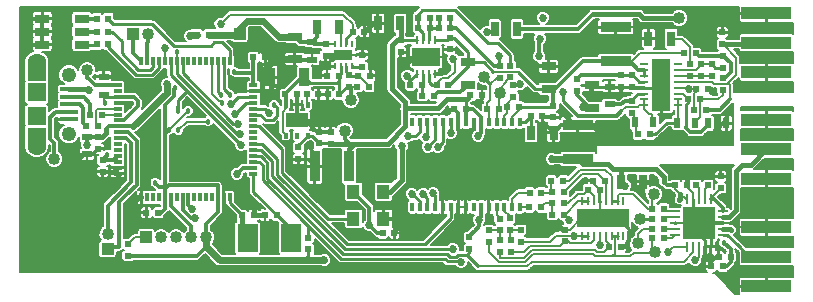
<source format=gtl>
G04 (created by PCBNEW (2013-may-18)-stable) date Fri 15 May 2015 12:14:51 AM EDT*
%MOIN*%
G04 Gerber Fmt 3.4, Leading zero omitted, Abs format*
%FSLAX34Y34*%
G01*
G70*
G90*
G04 APERTURE LIST*
%ADD10C,0.00590551*%
%ADD11R,0.011811X0.0314961*%
%ADD12C,0.0492*%
%ADD13R,0.063X0.0591*%
%ADD14R,0.0591X0.0157*%
%ADD15C,0.063*%
%ADD16R,0.0314961X0.011811*%
%ADD17C,0.04*%
%ADD18R,0.04X0.04*%
%ADD19R,0.0255906X0.00984252*%
%ADD20R,0.0649606X0.173228*%
%ADD21R,0.00984252X0.0255906*%
%ADD22R,0.173228X0.0649606*%
%ADD23R,0.00984252X0.0275591*%
%ADD24R,0.0925197X0.0629921*%
%ADD25R,0.019685X0.023622*%
%ADD26R,0.023622X0.019685*%
%ADD27R,0.0354331X0.023622*%
%ADD28R,0.0275591X0.0511811*%
%ADD29R,0.0511811X0.0275591*%
%ADD30R,0.0354331X0.0629921*%
%ADD31R,0.102362X0.0354331*%
%ADD32R,0.0354331X0.102362*%
%ADD33R,0.0137795X0.019685*%
%ADD34R,0.0755905X0.0472441*%
%ADD35C,0.015748*%
%ADD36R,0.0334646X0.0110236*%
%ADD37R,0.0110236X0.0334646*%
%ADD38R,0.106299X0.106299*%
%ADD39R,0.0669291X0.0944882*%
%ADD40R,0.0110236X0.019685*%
%ADD41R,0.0629921X0.0354331*%
%ADD42R,0.023622X0.0354331*%
%ADD43R,0.0433071X0.0472441*%
%ADD44R,0.165354X0.0433071*%
%ADD45C,0.027*%
%ADD46C,0.018*%
%ADD47C,0.014*%
%ADD48C,0.006*%
%ADD49C,0.013*%
%ADD50C,0.012*%
%ADD51C,0.01*%
%ADD52C,0.022*%
%ADD53C,0.015*%
%ADD54C,0.018*%
%ADD55C,0.007*%
%ADD56C,0.008*%
G04 APERTURE END LIST*
G54D10*
G54D11*
X76597Y-32272D03*
X76341Y-32272D03*
X75829Y-32272D03*
X76085Y-32272D03*
X75061Y-32272D03*
X74806Y-32272D03*
X75317Y-32272D03*
X75573Y-32272D03*
X73526Y-32272D03*
X73270Y-32272D03*
X73014Y-32272D03*
X74038Y-32272D03*
X73782Y-32272D03*
X74294Y-32272D03*
X74550Y-32272D03*
X74550Y-35107D03*
X74294Y-35107D03*
X73782Y-35107D03*
X74038Y-35107D03*
X73014Y-35107D03*
X73270Y-35107D03*
X73526Y-35107D03*
X75573Y-35107D03*
X75317Y-35107D03*
X74806Y-35107D03*
X75061Y-35107D03*
X76085Y-35107D03*
X75829Y-35107D03*
X76341Y-35107D03*
X76597Y-35107D03*
G54D12*
X61571Y-32666D03*
G54D13*
X60508Y-32764D03*
X60508Y-30599D03*
X60508Y-32075D03*
G54D14*
X61587Y-31182D03*
X61587Y-31432D03*
X61587Y-31682D03*
X61587Y-31932D03*
X61587Y-32182D03*
G54D15*
X60508Y-33060D03*
X60508Y-30304D03*
G54D13*
X60508Y-31288D03*
G54D12*
X61571Y-30698D03*
G54D11*
X65558Y-34783D03*
X65755Y-34783D03*
X66148Y-34783D03*
X65952Y-34783D03*
X66739Y-34783D03*
X66936Y-34783D03*
X66542Y-34783D03*
X66345Y-34783D03*
X64771Y-34783D03*
X64967Y-34783D03*
X65361Y-34783D03*
X65164Y-34783D03*
X64377Y-34783D03*
X64574Y-34783D03*
X64180Y-34783D03*
X63983Y-34783D03*
X63983Y-30256D03*
X64180Y-30256D03*
X64574Y-30256D03*
X64377Y-30256D03*
X65164Y-30256D03*
X65361Y-30256D03*
X64967Y-30256D03*
X64771Y-30256D03*
X66345Y-30256D03*
X66542Y-30256D03*
X66936Y-30256D03*
X66739Y-30256D03*
X65952Y-30256D03*
X66148Y-30256D03*
X65755Y-30256D03*
X65558Y-30256D03*
G54D16*
X67723Y-31043D03*
X67723Y-31240D03*
X67723Y-31634D03*
X67723Y-31437D03*
X67723Y-32224D03*
X67723Y-32421D03*
X67723Y-32027D03*
X67723Y-31831D03*
X67723Y-33405D03*
X67723Y-33602D03*
X67723Y-33996D03*
X67723Y-33799D03*
X67723Y-33012D03*
X67723Y-33208D03*
X67723Y-32815D03*
X67723Y-32618D03*
X63196Y-32618D03*
X63196Y-32815D03*
X63196Y-33208D03*
X63196Y-33012D03*
X63196Y-33799D03*
X63196Y-33996D03*
X63196Y-33602D03*
X63196Y-33405D03*
X63196Y-31831D03*
X63196Y-32027D03*
X63196Y-32421D03*
X63196Y-32224D03*
X63196Y-31437D03*
X63196Y-31634D03*
X63196Y-31240D03*
X63196Y-31043D03*
G54D17*
X62860Y-36010D03*
G54D18*
X62860Y-36510D03*
G54D17*
X64195Y-29325D03*
G54D18*
X63695Y-29325D03*
G54D17*
X81915Y-28811D03*
G54D18*
X82415Y-28811D03*
G54D17*
X67760Y-29340D03*
G54D18*
X67260Y-29340D03*
G54D17*
X66650Y-36120D03*
X66150Y-36120D03*
X65150Y-36120D03*
X65650Y-36120D03*
X64650Y-36120D03*
G54D18*
X64150Y-36120D03*
G54D19*
X80750Y-30342D03*
X81891Y-30342D03*
X81891Y-30735D03*
X81891Y-30538D03*
X80750Y-31129D03*
X80750Y-30932D03*
X80750Y-30735D03*
X80750Y-30538D03*
X81891Y-30932D03*
X81891Y-31129D03*
X81891Y-31523D03*
X81891Y-31326D03*
X81891Y-31719D03*
X80750Y-31326D03*
X80750Y-31523D03*
X80750Y-31719D03*
G54D20*
X81321Y-31031D03*
G54D21*
X80059Y-34918D03*
X80059Y-36059D03*
X79666Y-36059D03*
X79863Y-36059D03*
X79272Y-34918D03*
X79469Y-34918D03*
X79666Y-34918D03*
X79863Y-34918D03*
X79469Y-36059D03*
X79272Y-36059D03*
X78878Y-36059D03*
X79075Y-36059D03*
X78682Y-36059D03*
X79075Y-34918D03*
X78878Y-34918D03*
X78682Y-34918D03*
G54D22*
X79371Y-35489D03*
G54D23*
X73185Y-30658D03*
X73382Y-30658D03*
X73776Y-30658D03*
X73579Y-30658D03*
X73579Y-29555D03*
X73776Y-29555D03*
X73382Y-29555D03*
G54D24*
X73481Y-30107D03*
G54D23*
X73185Y-29555D03*
G54D25*
X64549Y-35301D03*
X64156Y-35301D03*
X67724Y-30121D03*
X68117Y-30121D03*
G54D26*
X62704Y-33543D03*
X62704Y-33936D03*
G54D25*
X68110Y-35374D03*
X68503Y-35374D03*
X67728Y-35377D03*
X67334Y-35377D03*
G54D26*
X62550Y-32779D03*
X62550Y-33172D03*
X63543Y-36736D03*
X63543Y-36342D03*
X80337Y-31570D03*
X80337Y-31963D03*
G54D25*
X62890Y-29691D03*
X62497Y-29691D03*
X80536Y-32685D03*
X80929Y-32685D03*
X82226Y-31503D03*
X82619Y-31503D03*
X62887Y-29262D03*
X62494Y-29262D03*
X73900Y-29128D03*
X74293Y-29128D03*
G54D26*
X76388Y-31450D03*
X76388Y-31057D03*
G54D25*
X76175Y-31762D03*
X76568Y-31762D03*
G54D26*
X77710Y-32124D03*
X77710Y-31730D03*
G54D25*
X72955Y-31044D03*
X73348Y-31044D03*
X73353Y-31402D03*
X73746Y-31402D03*
G54D26*
X82638Y-30337D03*
X82638Y-30730D03*
X82266Y-30733D03*
X82266Y-30340D03*
X72630Y-29946D03*
X72630Y-29552D03*
G54D25*
X82861Y-31187D03*
X82468Y-31187D03*
G54D26*
X78498Y-31248D03*
X78498Y-30855D03*
G54D25*
X74811Y-31842D03*
X74418Y-31842D03*
G54D26*
X83000Y-30337D03*
X83000Y-30730D03*
G54D25*
X82082Y-29980D03*
X82476Y-29980D03*
X73213Y-28803D03*
X73606Y-28803D03*
X73900Y-28803D03*
X74293Y-28803D03*
X75501Y-31852D03*
X75894Y-31852D03*
G54D26*
X76280Y-30790D03*
X76280Y-30397D03*
X75932Y-30792D03*
X75932Y-30399D03*
G54D25*
X73216Y-29128D03*
X73609Y-29128D03*
G54D26*
X74921Y-36119D03*
X74921Y-36512D03*
G54D25*
X74949Y-31388D03*
X75342Y-31388D03*
X76965Y-32081D03*
X77358Y-32081D03*
G54D26*
X79987Y-30721D03*
X79987Y-31114D03*
G54D25*
X79440Y-34228D03*
X79047Y-34228D03*
X78078Y-34988D03*
X77685Y-34988D03*
X77318Y-35116D03*
X76925Y-35116D03*
X78082Y-35370D03*
X77689Y-35370D03*
X78877Y-34534D03*
X79270Y-34534D03*
G54D26*
X76294Y-36606D03*
X76294Y-36213D03*
X76260Y-35882D03*
X76260Y-35489D03*
X76632Y-36262D03*
X76632Y-35869D03*
X78098Y-36256D03*
X78098Y-35863D03*
X75936Y-36610D03*
X75936Y-36217D03*
X75934Y-35888D03*
X75934Y-35495D03*
G54D25*
X69499Y-31353D03*
X69892Y-31353D03*
X79570Y-36444D03*
X79963Y-36444D03*
X83374Y-37078D03*
X82980Y-37078D03*
X83629Y-36775D03*
X83236Y-36775D03*
X81404Y-35166D03*
X81011Y-35166D03*
X81400Y-35512D03*
X81007Y-35512D03*
X81410Y-35846D03*
X81017Y-35846D03*
X81414Y-36146D03*
X81021Y-36146D03*
X82886Y-34382D03*
X82493Y-34382D03*
X81783Y-34382D03*
X82176Y-34382D03*
X82420Y-31866D03*
X82813Y-31866D03*
G54D26*
X75567Y-36277D03*
X75567Y-35884D03*
X69559Y-36519D03*
X69559Y-36125D03*
X83364Y-31198D03*
X83364Y-30805D03*
X74274Y-29857D03*
X74274Y-29464D03*
X70128Y-29669D03*
X70128Y-30062D03*
G54D25*
X73831Y-31038D03*
X74224Y-31038D03*
G54D26*
X69925Y-32594D03*
X69925Y-32988D03*
X70303Y-32599D03*
X70303Y-32992D03*
X69225Y-33511D03*
X69225Y-33118D03*
G54D25*
X62548Y-32404D03*
X62155Y-32404D03*
X62686Y-32050D03*
X62293Y-32050D03*
X78050Y-34238D03*
X77657Y-34238D03*
X71028Y-29267D03*
X71421Y-29267D03*
G54D26*
X70912Y-31108D03*
X70912Y-30715D03*
G54D25*
X71221Y-30734D03*
X71614Y-30734D03*
G54D26*
X71346Y-30430D03*
X71346Y-30037D03*
G54D25*
X70568Y-30736D03*
X70175Y-30736D03*
X70590Y-31356D03*
X70196Y-31356D03*
X71193Y-31098D03*
X71586Y-31098D03*
X68781Y-31354D03*
X69174Y-31354D03*
X65855Y-29365D03*
X66248Y-29365D03*
X78064Y-34622D03*
X77671Y-34622D03*
X77322Y-34630D03*
X76929Y-34630D03*
G54D26*
X83350Y-29681D03*
X83350Y-29287D03*
G54D27*
X62175Y-32758D03*
X62175Y-33349D03*
X69678Y-29602D03*
X69678Y-30193D03*
X62734Y-31361D03*
X62734Y-30770D03*
G54D28*
X80713Y-34272D03*
X79964Y-34272D03*
X69829Y-29116D03*
X70578Y-29116D03*
X71873Y-28982D03*
X72622Y-28982D03*
G54D29*
X69102Y-29425D03*
X69102Y-30174D03*
G54D28*
X76980Y-32625D03*
X77729Y-32625D03*
X80889Y-29496D03*
X81637Y-29496D03*
X75764Y-29176D03*
X76513Y-29176D03*
G54D29*
X79009Y-31048D03*
X79009Y-31797D03*
X74868Y-30288D03*
X74868Y-31037D03*
G54D30*
X68279Y-30786D03*
X69420Y-30786D03*
G54D31*
X79800Y-29109D03*
X79800Y-30250D03*
G54D32*
X69765Y-33747D03*
X70906Y-33747D03*
G54D31*
X78540Y-32369D03*
X78540Y-33510D03*
G54D33*
X68799Y-32725D03*
X69174Y-32725D03*
X69548Y-32725D03*
G54D34*
X69174Y-32214D03*
G54D33*
X69548Y-31702D03*
X69174Y-31702D03*
X68799Y-31702D03*
G54D17*
X75928Y-31298D03*
X75426Y-30759D03*
X62185Y-30547D03*
X61089Y-33509D03*
X81081Y-34682D03*
X80618Y-35501D03*
X80535Y-36323D03*
X81102Y-36624D03*
G54D35*
X82225Y-35287D03*
X82225Y-35996D03*
X82934Y-35642D03*
X82580Y-35287D03*
X82580Y-35996D03*
X82225Y-35642D03*
X82934Y-35287D03*
X82580Y-35642D03*
G54D36*
X83367Y-35248D03*
X83367Y-35445D03*
X83367Y-35838D03*
X83367Y-35642D03*
X83367Y-36035D03*
G54D37*
X82973Y-34854D03*
X82580Y-34854D03*
X82776Y-34854D03*
X82383Y-34854D03*
X82186Y-34854D03*
X82186Y-36429D03*
X82383Y-36429D03*
X82776Y-36429D03*
X82580Y-36429D03*
X82973Y-36429D03*
G54D36*
X81792Y-36035D03*
X81792Y-35642D03*
X81792Y-35838D03*
X81792Y-35445D03*
X81792Y-35248D03*
G54D38*
X82580Y-35642D03*
G54D35*
X82934Y-35996D03*
G54D39*
X67527Y-36149D03*
X68984Y-36149D03*
G54D29*
X77565Y-30420D03*
X77565Y-31169D03*
G54D26*
X80339Y-30721D03*
X80339Y-31114D03*
G54D40*
X71021Y-30416D03*
X70804Y-30416D03*
X70430Y-30416D03*
X70627Y-30416D03*
X70627Y-29667D03*
X70430Y-29667D03*
X70824Y-29667D03*
G54D41*
X70726Y-30042D03*
G54D40*
X71021Y-29667D03*
G54D27*
X79596Y-31690D03*
X79596Y-31099D03*
G54D42*
X82889Y-32318D03*
X83480Y-32318D03*
X81049Y-32271D03*
X80458Y-32271D03*
X81858Y-32293D03*
X82449Y-32293D03*
G54D25*
X62887Y-28827D03*
X62494Y-28827D03*
G54D29*
X62002Y-29692D03*
X60683Y-29692D03*
X60683Y-29259D03*
X62002Y-29259D03*
X62002Y-28825D03*
X60683Y-28825D03*
G54D26*
X83381Y-30066D03*
X83381Y-30460D03*
G54D43*
X72059Y-35503D03*
X72059Y-34598D03*
X71059Y-34598D03*
X71059Y-35503D03*
G54D25*
X72027Y-35976D03*
X72421Y-35976D03*
G54D26*
X83307Y-34476D03*
X83307Y-34082D03*
G54D17*
X70763Y-32559D03*
X70972Y-31551D03*
G54D44*
X84826Y-36759D03*
X84826Y-35775D03*
X84826Y-37744D03*
X84826Y-33188D03*
X84826Y-32204D03*
X84826Y-34173D03*
X84826Y-29637D03*
X84826Y-28653D03*
X84826Y-30622D03*
G54D45*
X77270Y-29500D03*
X77370Y-28800D03*
X77256Y-30084D03*
G54D46*
X62787Y-31625D03*
X65106Y-31133D03*
X67086Y-30594D03*
X64452Y-34295D03*
X62854Y-33358D03*
X64909Y-32538D03*
X65539Y-31909D03*
G54D45*
X71590Y-35712D03*
X75244Y-35528D03*
X70086Y-36881D03*
G54D46*
X83405Y-36299D03*
X81917Y-34858D03*
X83641Y-35866D03*
G54D45*
X78699Y-31776D03*
X77672Y-33509D03*
X75219Y-32739D03*
X80114Y-34398D03*
X79266Y-36368D03*
X82227Y-31167D03*
X66984Y-31658D03*
X73539Y-33098D03*
X66627Y-28998D03*
X64771Y-29823D03*
X67095Y-32004D03*
X73872Y-33120D03*
G54D46*
X66649Y-31377D03*
G54D45*
X72661Y-33090D03*
X74301Y-32631D03*
G54D46*
X66944Y-31370D03*
G54D45*
X73480Y-32762D03*
X68244Y-31972D03*
X72872Y-32756D03*
X74373Y-36513D03*
X81545Y-36599D03*
X82452Y-36888D03*
X74641Y-36949D03*
X73713Y-34647D03*
X67199Y-32337D03*
G54D46*
X68413Y-31696D03*
X65185Y-29944D03*
G54D45*
X73382Y-34671D03*
X67293Y-32679D03*
G54D46*
X65224Y-32538D03*
X66681Y-31633D03*
X66216Y-32259D03*
X65224Y-31908D03*
G54D45*
X67311Y-33039D03*
X72998Y-34664D03*
X65688Y-35164D03*
X65787Y-35481D03*
X67171Y-34002D03*
G54D46*
X78188Y-30220D03*
X78988Y-29118D03*
G54D45*
X69943Y-31680D03*
G54D46*
X71972Y-31224D03*
X72480Y-32255D03*
X71515Y-32748D03*
X65539Y-31593D03*
X64177Y-31251D03*
X63110Y-34287D03*
X63732Y-34937D03*
G54D45*
X70354Y-30125D03*
X69381Y-32319D03*
X74484Y-36082D03*
X73688Y-37122D03*
X71944Y-30165D03*
X81876Y-32796D03*
X67752Y-35028D03*
X69591Y-33034D03*
X68791Y-30951D03*
X69012Y-32202D03*
X83602Y-31905D03*
X61228Y-34216D03*
X60173Y-28940D03*
X60204Y-29622D03*
X70913Y-30047D03*
X72720Y-30326D03*
X73192Y-30000D03*
X74180Y-30454D03*
X73724Y-30244D03*
X79413Y-32807D03*
X75870Y-33795D03*
X72712Y-34854D03*
X72673Y-35708D03*
X79897Y-31401D03*
X78027Y-31976D03*
X76614Y-30350D03*
X76980Y-31421D03*
X71874Y-29543D03*
X63129Y-30688D03*
X63562Y-31692D03*
X77007Y-33292D03*
X74781Y-32756D03*
X76407Y-32736D03*
X75843Y-32733D03*
X74133Y-33366D03*
X73425Y-33917D03*
X74527Y-34685D03*
X75866Y-34685D03*
X76692Y-34232D03*
X77362Y-33956D03*
X83001Y-31248D03*
X79009Y-31367D03*
X74199Y-31905D03*
X81063Y-34191D03*
X82158Y-33972D03*
X75216Y-31650D03*
X81345Y-31624D03*
X81291Y-30462D03*
X76775Y-35559D03*
X77913Y-35771D03*
X78782Y-35604D03*
X79335Y-35433D03*
X80055Y-35487D03*
X80564Y-34515D03*
X72858Y-30736D03*
X76614Y-31015D03*
X75510Y-29262D03*
X74376Y-30173D03*
X75909Y-30078D03*
X78039Y-31291D03*
X78233Y-35537D03*
X78423Y-36063D03*
X62185Y-33025D03*
X62230Y-31216D03*
X65620Y-29410D03*
X64841Y-31017D03*
G54D47*
X77256Y-30084D02*
X77256Y-29514D01*
X77256Y-29514D02*
X77270Y-29500D01*
G54D48*
X62734Y-31361D02*
X62734Y-31572D01*
X62734Y-31572D02*
X62787Y-31625D01*
G54D49*
X67723Y-30645D02*
X67137Y-30645D01*
X64771Y-31707D02*
X64771Y-32677D01*
X65076Y-31402D02*
X64771Y-31707D01*
X65076Y-31164D02*
X65076Y-31402D01*
X65106Y-31133D02*
X65076Y-31164D01*
X67137Y-30645D02*
X67086Y-30594D01*
X64590Y-34433D02*
X64771Y-34433D01*
X64452Y-34295D02*
X64590Y-34433D01*
X64771Y-34523D02*
X64771Y-34433D01*
X64771Y-34433D02*
X64771Y-32677D01*
X64771Y-32677D02*
X64909Y-32538D01*
X62704Y-33508D02*
X62704Y-33543D01*
X62854Y-33358D02*
X62704Y-33508D01*
G54D48*
X64909Y-32538D02*
X65539Y-31909D01*
G54D50*
X67724Y-30121D02*
X67724Y-30480D01*
X67724Y-30480D02*
X67723Y-30480D01*
X71590Y-35712D02*
X71590Y-35129D01*
X71590Y-35129D02*
X71059Y-34598D01*
X71854Y-35976D02*
X72027Y-35976D01*
X71590Y-35712D02*
X71854Y-35976D01*
G54D51*
X69409Y-36880D02*
X69559Y-36730D01*
X69559Y-36730D02*
X69559Y-36519D01*
G54D50*
X63543Y-36736D02*
X65843Y-36736D01*
X65843Y-36736D02*
X66150Y-36430D01*
X64549Y-35301D02*
X64643Y-35301D01*
X64771Y-35173D02*
X64771Y-34783D01*
X64643Y-35301D02*
X64771Y-35173D01*
X64771Y-34523D02*
X64904Y-34389D01*
X64904Y-34389D02*
X66542Y-34389D01*
X64771Y-34783D02*
X64771Y-34523D01*
X63405Y-32224D02*
X63877Y-31752D01*
X63877Y-31752D02*
X63877Y-31752D01*
X63740Y-31437D02*
X63453Y-31437D01*
X63877Y-31574D02*
X63740Y-31437D01*
X63877Y-31752D02*
X63877Y-31574D01*
G54D51*
X62734Y-31361D02*
X62810Y-31437D01*
X62810Y-31437D02*
X63196Y-31437D01*
G54D50*
X74921Y-36119D02*
X74921Y-36077D01*
X75105Y-35893D02*
X75244Y-35754D01*
X75244Y-35754D02*
X75244Y-35528D01*
X74921Y-36077D02*
X75105Y-35893D01*
G54D52*
X66150Y-36120D02*
X66150Y-36430D01*
G54D50*
X75317Y-35454D02*
X75317Y-35107D01*
X75244Y-35528D02*
X75317Y-35454D01*
G54D52*
X66600Y-36880D02*
X69409Y-36880D01*
X69409Y-36880D02*
X69997Y-36880D01*
X66150Y-36430D02*
X66600Y-36880D01*
G54D50*
X63196Y-32224D02*
X63405Y-32224D01*
X63453Y-31437D02*
X63196Y-31437D01*
X63009Y-33543D02*
X63136Y-33543D01*
X63136Y-33543D02*
X63196Y-33602D01*
X62704Y-33543D02*
X63009Y-33543D01*
X63009Y-33543D02*
X63058Y-33543D01*
X63058Y-33543D02*
X63196Y-33405D01*
X67723Y-31043D02*
X67723Y-30645D01*
X67723Y-30645D02*
X67723Y-30480D01*
X66542Y-34783D02*
X66542Y-34389D01*
X66542Y-34783D02*
X66542Y-35274D01*
X66150Y-35667D02*
X66150Y-36120D01*
X66542Y-35274D02*
X66150Y-35667D01*
G54D52*
X69997Y-36880D02*
X70086Y-36881D01*
G54D49*
X83374Y-37078D02*
X83496Y-37078D01*
X83629Y-36944D02*
X83629Y-36775D01*
X83496Y-37078D02*
X83629Y-36944D01*
X83629Y-36775D02*
X83629Y-36523D01*
X83629Y-36523D02*
X83405Y-36299D01*
G54D53*
X83367Y-35838D02*
X83614Y-35838D01*
X81944Y-34831D02*
X81944Y-34666D01*
X81917Y-34858D02*
X81944Y-34831D01*
X83614Y-35838D02*
X83641Y-35866D01*
G54D47*
X70763Y-32559D02*
X70763Y-32838D01*
X70763Y-32838D02*
X70918Y-32992D01*
G54D54*
X70906Y-33747D02*
X70906Y-33166D01*
X70906Y-33166D02*
X71080Y-32992D01*
X70303Y-32992D02*
X70918Y-32992D01*
X70918Y-32992D02*
X71080Y-32992D01*
X71080Y-32992D02*
X72221Y-32992D01*
X72792Y-31860D02*
X72792Y-32422D01*
X72221Y-32992D02*
X72792Y-32422D01*
X72630Y-29552D02*
X72630Y-28989D01*
X72630Y-28989D02*
X72622Y-28982D01*
X70906Y-33747D02*
X70906Y-33683D01*
X70906Y-33683D02*
X70929Y-33661D01*
G54D51*
X69225Y-33118D02*
X69225Y-33048D01*
X69225Y-33048D02*
X69548Y-32725D01*
X69925Y-32988D02*
X70380Y-32988D01*
X70375Y-32992D02*
X70303Y-32992D01*
X70380Y-32988D02*
X70375Y-32992D01*
X69548Y-32725D02*
X69662Y-32725D01*
X69662Y-32725D02*
X69925Y-32988D01*
X74811Y-31842D02*
X74811Y-31525D01*
X74811Y-31525D02*
X74949Y-31388D01*
X79009Y-31797D02*
X78720Y-31797D01*
X78720Y-31797D02*
X78699Y-31776D01*
G54D52*
X78540Y-33510D02*
X77673Y-33510D01*
X77673Y-33510D02*
X77672Y-33509D01*
G54D55*
X82468Y-31187D02*
X82468Y-31270D01*
X82420Y-31318D02*
X82420Y-31866D01*
X82468Y-31270D02*
X82420Y-31318D01*
G54D51*
X73185Y-29555D02*
X72633Y-29555D01*
X72633Y-29555D02*
X72630Y-29552D01*
G54D54*
X72792Y-31824D02*
X72792Y-31860D01*
X72792Y-31860D02*
X72792Y-31621D01*
X72516Y-29552D02*
X72630Y-29552D01*
X72345Y-29724D02*
X72516Y-29552D01*
X72345Y-31174D02*
X72345Y-29724D01*
X72792Y-31621D02*
X72345Y-31174D01*
G54D50*
X79009Y-31797D02*
X78937Y-31797D01*
X78937Y-31797D02*
X78498Y-31358D01*
X78498Y-31248D02*
X78498Y-31358D01*
G54D54*
X79969Y-33848D02*
X79703Y-33848D01*
X78707Y-33677D02*
X78540Y-33510D01*
X79532Y-33677D02*
X78707Y-33677D01*
X79703Y-33848D02*
X79532Y-33677D01*
X79964Y-33848D02*
X79969Y-33848D01*
X79969Y-33848D02*
X81133Y-33848D01*
X81396Y-34111D02*
X81396Y-34258D01*
X81133Y-33848D02*
X81396Y-34111D01*
X79964Y-33848D02*
X79964Y-34272D01*
X77672Y-33509D02*
X77673Y-33510D01*
G54D50*
X75317Y-32640D02*
X75317Y-32272D01*
X75219Y-32739D02*
X75317Y-32640D01*
X74806Y-32272D02*
X74806Y-31847D01*
X74806Y-31847D02*
X74811Y-31842D01*
X74811Y-31842D02*
X75040Y-31842D01*
X75040Y-31842D02*
X75317Y-32119D01*
X75317Y-32119D02*
X75317Y-32272D01*
G54D54*
X72792Y-31824D02*
X73866Y-31824D01*
X73866Y-31824D02*
X74190Y-31500D01*
X74190Y-31500D02*
X74837Y-31500D01*
X74837Y-31500D02*
X74949Y-31388D01*
X72792Y-31824D02*
X72774Y-31842D01*
G54D50*
X81520Y-34382D02*
X81783Y-34382D01*
X81396Y-34258D02*
X81520Y-34382D01*
X80114Y-34398D02*
X79988Y-34272D01*
X79988Y-34272D02*
X79964Y-34272D01*
G54D56*
X82186Y-34854D02*
X82132Y-34854D01*
X82132Y-34854D02*
X81944Y-34666D01*
X81944Y-34666D02*
X81783Y-34505D01*
X81783Y-34505D02*
X81783Y-34382D01*
X79272Y-36361D02*
X79266Y-36368D01*
X79272Y-36361D02*
X79272Y-36059D01*
X82468Y-31187D02*
X82247Y-31187D01*
X82247Y-31187D02*
X82227Y-31167D01*
X81891Y-31129D02*
X82189Y-31129D01*
X82189Y-31129D02*
X82227Y-31167D01*
G54D50*
X70972Y-31551D02*
X70972Y-31169D01*
X70972Y-31169D02*
X70912Y-31108D01*
G54D51*
X70590Y-31356D02*
X70837Y-31108D01*
X70837Y-31108D02*
X70912Y-31108D01*
X70590Y-31356D02*
X70568Y-31334D01*
X70568Y-31334D02*
X70568Y-30736D01*
X70568Y-30736D02*
X70568Y-30894D01*
X70568Y-30894D02*
X70491Y-30972D01*
X70491Y-30972D02*
X69606Y-30972D01*
X69606Y-30972D02*
X69420Y-30786D01*
G54D56*
X68799Y-31702D02*
X68799Y-31821D01*
X68694Y-32619D02*
X68799Y-32725D01*
X68694Y-31927D02*
X68694Y-32619D01*
X68799Y-31821D02*
X68694Y-31927D01*
G54D47*
X68781Y-31354D02*
X68781Y-31334D01*
X69251Y-30877D02*
X69520Y-30877D01*
X68781Y-31334D02*
X69251Y-30877D01*
X68799Y-31702D02*
X68804Y-31377D01*
X68804Y-31377D02*
X68781Y-31354D01*
G54D56*
X70912Y-31108D02*
X71182Y-31108D01*
X71182Y-31108D02*
X71193Y-31098D01*
G54D51*
X70568Y-30736D02*
X70627Y-30677D01*
X70627Y-30677D02*
X70627Y-30416D01*
G54D53*
X81915Y-28811D02*
X80712Y-28811D01*
G54D47*
X78531Y-29176D02*
X79033Y-28674D01*
X78531Y-29176D02*
X76513Y-29176D01*
G54D53*
X80575Y-28674D02*
X79033Y-28674D01*
X80712Y-28811D02*
X80575Y-28674D01*
G54D55*
X83609Y-31518D02*
X83609Y-31054D01*
X83609Y-31054D02*
X83541Y-30985D01*
G54D48*
X83350Y-29681D02*
X83366Y-29681D01*
G54D55*
X83366Y-29681D02*
X83818Y-30133D01*
X83818Y-30133D02*
X83818Y-30708D01*
X83818Y-30708D02*
X83541Y-30985D01*
X83541Y-30985D02*
X83524Y-31002D01*
X83008Y-30932D02*
X83078Y-31002D01*
X83078Y-31002D02*
X83524Y-31002D01*
X81891Y-30932D02*
X83008Y-30932D01*
G54D53*
X83350Y-29681D02*
X84783Y-29681D01*
X84783Y-29681D02*
X84826Y-29637D01*
G54D50*
X82813Y-31866D02*
X83262Y-31866D01*
X83262Y-31866D02*
X83609Y-31518D01*
G54D56*
X75829Y-32272D02*
X75829Y-31917D01*
X75829Y-31917D02*
X75894Y-31852D01*
X75928Y-31298D02*
X75928Y-31178D01*
X76154Y-30916D02*
X76280Y-30790D01*
X76154Y-30952D02*
X76154Y-30916D01*
X75928Y-31178D02*
X76154Y-30952D01*
X75894Y-31852D02*
X75894Y-31331D01*
X75894Y-31331D02*
X75928Y-31298D01*
G54D51*
X75426Y-30759D02*
X75426Y-30810D01*
X75426Y-30810D02*
X75618Y-31002D01*
G54D56*
X75573Y-32272D02*
X75573Y-31924D01*
X75573Y-31924D02*
X75501Y-31852D01*
X75932Y-30792D02*
X75827Y-30792D01*
X75827Y-30792D02*
X75618Y-31002D01*
X75501Y-31852D02*
X75501Y-31650D01*
X75618Y-31534D02*
X75618Y-31002D01*
X75501Y-31650D02*
X75618Y-31534D01*
X75516Y-30849D02*
X75426Y-30759D01*
X75618Y-31002D02*
X75516Y-30849D01*
X76085Y-32272D02*
X76085Y-32080D01*
X76175Y-31990D02*
X76175Y-31762D01*
X76085Y-32080D02*
X76175Y-31990D01*
X76175Y-31762D02*
X76175Y-31663D01*
X76175Y-31663D02*
X76388Y-31450D01*
X76085Y-35107D02*
X76085Y-35245D01*
X76260Y-35420D02*
X76260Y-35489D01*
X76085Y-35245D02*
X76260Y-35420D01*
X75829Y-35107D02*
X75829Y-35390D01*
X75829Y-35390D02*
X75934Y-35495D01*
X76925Y-35116D02*
X76606Y-35116D01*
X76606Y-35116D02*
X76597Y-35107D01*
X76929Y-34630D02*
X76554Y-34630D01*
X76341Y-34842D02*
X76341Y-35107D01*
X76554Y-34630D02*
X76341Y-34842D01*
G54D51*
X67204Y-31437D02*
X67723Y-31437D01*
X66984Y-31658D02*
X67204Y-31437D01*
X73782Y-32272D02*
X73782Y-32854D01*
X73782Y-32854D02*
X73539Y-33098D01*
G54D53*
X83367Y-35445D02*
X83590Y-35445D01*
X84299Y-33716D02*
X84826Y-33188D01*
X84000Y-33716D02*
X84299Y-33716D01*
X83811Y-33905D02*
X84000Y-33716D01*
X83811Y-35224D02*
X83811Y-33905D01*
X83590Y-35445D02*
X83811Y-35224D01*
G54D51*
X83908Y-36418D02*
X84249Y-36759D01*
X84249Y-36759D02*
X84826Y-36759D01*
X83367Y-36035D02*
X83525Y-36035D01*
X83525Y-36035D02*
X83866Y-36376D01*
X83866Y-36376D02*
X83908Y-36418D01*
X83908Y-36418D02*
X83930Y-36440D01*
X83930Y-36440D02*
X83932Y-36442D01*
G54D56*
X67240Y-28694D02*
X66930Y-28694D01*
X66627Y-28998D02*
X66930Y-28694D01*
X64771Y-29823D02*
X64771Y-30256D01*
X71028Y-29021D02*
X71028Y-29267D01*
X70701Y-28694D02*
X71028Y-29021D01*
X67239Y-28694D02*
X67240Y-28694D01*
X67240Y-28694D02*
X70701Y-28694D01*
G54D51*
X70824Y-29667D02*
X70824Y-29470D01*
X70824Y-29470D02*
X71028Y-29267D01*
X74038Y-32272D02*
X74038Y-32953D01*
X67464Y-31634D02*
X67723Y-31634D01*
X67095Y-32004D02*
X67464Y-31634D01*
X74038Y-32953D02*
X73872Y-33120D01*
X66542Y-31271D02*
X66542Y-30256D01*
X66649Y-31377D02*
X66542Y-31271D01*
G54D54*
X72059Y-34598D02*
X72271Y-34598D01*
X72661Y-34208D02*
X72661Y-33090D01*
X72271Y-34598D02*
X72661Y-34208D01*
G54D51*
X74294Y-32272D02*
X74294Y-32624D01*
X74294Y-32624D02*
X74301Y-32631D01*
X70567Y-36085D02*
X70832Y-36350D01*
X73429Y-36350D02*
X74294Y-35485D01*
X70832Y-36350D02*
X73429Y-36350D01*
X68314Y-33307D02*
X68507Y-33500D01*
X68507Y-34025D02*
X70567Y-36085D01*
X68507Y-33500D02*
X68507Y-34025D01*
X67723Y-33012D02*
X68018Y-33012D01*
X74294Y-35485D02*
X74294Y-35107D01*
X68018Y-33012D02*
X68314Y-33307D01*
X66744Y-30690D02*
X66744Y-31169D01*
X66744Y-31169D02*
X66944Y-31370D01*
X73526Y-32272D02*
X73526Y-32715D01*
X73526Y-32715D02*
X73480Y-32762D01*
X66739Y-30685D02*
X66739Y-30256D01*
X66744Y-30690D02*
X66739Y-30685D01*
X67723Y-31831D02*
X68103Y-31831D01*
X68103Y-31831D02*
X68244Y-31972D01*
X73270Y-32272D02*
X73270Y-32607D01*
X73122Y-32756D02*
X72872Y-32756D01*
X73270Y-32607D02*
X73122Y-32756D01*
X70334Y-36078D02*
X70766Y-36510D01*
X74370Y-36510D02*
X74373Y-36513D01*
X70766Y-36510D02*
X74370Y-36510D01*
X68091Y-33310D02*
X68347Y-33567D01*
X68347Y-34091D02*
X70334Y-36078D01*
X68347Y-33567D02*
X68347Y-34091D01*
X67723Y-33208D02*
X67989Y-33208D01*
G54D56*
X82186Y-36429D02*
X81714Y-36429D01*
X81714Y-36429D02*
X81545Y-36599D01*
G54D51*
X67989Y-33208D02*
X68091Y-33310D01*
X70318Y-36515D02*
X70633Y-36830D01*
X74615Y-36923D02*
X74641Y-36949D01*
X74197Y-36923D02*
X74615Y-36923D01*
X74104Y-36830D02*
X74197Y-36923D01*
X70633Y-36830D02*
X74104Y-36830D01*
X69559Y-36125D02*
X69559Y-35755D01*
X69559Y-35755D02*
X69483Y-35680D01*
X67723Y-33602D02*
X67909Y-33602D01*
X68027Y-34224D02*
X69483Y-35680D01*
X69483Y-35680D02*
X70318Y-36515D01*
X68027Y-33720D02*
X68027Y-34224D01*
X67909Y-33602D02*
X68027Y-33720D01*
G54D56*
X82580Y-36760D02*
X82452Y-36888D01*
X82580Y-36429D02*
X82580Y-36760D01*
G54D51*
X70510Y-36481D02*
X70699Y-36670D01*
X74263Y-36763D02*
X74477Y-36763D01*
X74170Y-36670D02*
X74263Y-36763D01*
X70699Y-36670D02*
X74170Y-36670D01*
X68076Y-33522D02*
X68187Y-33633D01*
X68187Y-34158D02*
X70510Y-36481D01*
X68187Y-33633D02*
X68187Y-34158D01*
G54D56*
X82067Y-36928D02*
X77005Y-36928D01*
X82383Y-36611D02*
X82067Y-36928D01*
G54D51*
X74921Y-36512D02*
X74921Y-36647D01*
X74921Y-36647D02*
X74852Y-36716D01*
X67723Y-33405D02*
X67960Y-33405D01*
X74836Y-36700D02*
X74852Y-36716D01*
X74852Y-36716D02*
X75226Y-37090D01*
X74541Y-36700D02*
X74836Y-36700D01*
X74477Y-36763D02*
X74541Y-36700D01*
X67960Y-33405D02*
X68076Y-33522D01*
G54D56*
X82383Y-36429D02*
X82383Y-36611D01*
X76843Y-37090D02*
X75226Y-37090D01*
X77005Y-36928D02*
X76843Y-37090D01*
G54D50*
X63477Y-34714D02*
X63252Y-34939D01*
X62935Y-36435D02*
X62860Y-36510D01*
X63252Y-36435D02*
X62935Y-36435D01*
X63252Y-34939D02*
X63252Y-36435D01*
X63549Y-32618D02*
X63196Y-32618D01*
X63832Y-32901D02*
X63549Y-32618D01*
X63832Y-34359D02*
X63832Y-32901D01*
X63477Y-34714D02*
X63832Y-34359D01*
X62860Y-36010D02*
X62867Y-36003D01*
X62867Y-36003D02*
X62867Y-35070D01*
X63196Y-32815D02*
X63491Y-32815D01*
X63652Y-34284D02*
X62867Y-35070D01*
X63652Y-32976D02*
X63652Y-34284D01*
X63491Y-32815D02*
X63652Y-32976D01*
G54D51*
X73782Y-34716D02*
X73782Y-35107D01*
X73713Y-34647D02*
X73782Y-34716D01*
X65361Y-30256D02*
X65361Y-30652D01*
X67046Y-32337D02*
X67199Y-32337D01*
X65361Y-30652D02*
X67046Y-32337D01*
X67937Y-32027D02*
X67723Y-32027D01*
X68129Y-32220D02*
X67937Y-32027D01*
X68366Y-32220D02*
X68129Y-32220D01*
X68496Y-32090D02*
X68366Y-32220D01*
X68496Y-31779D02*
X68496Y-32090D01*
X68413Y-31696D02*
X68496Y-31779D01*
G54D48*
X65164Y-30256D02*
X65164Y-29965D01*
X65164Y-29965D02*
X65185Y-29944D01*
G54D51*
X65164Y-30256D02*
X65164Y-30682D01*
X73515Y-35095D02*
X73526Y-35107D01*
X73515Y-34804D02*
X73515Y-35095D01*
X73382Y-34671D02*
X73515Y-34804D01*
X67161Y-32679D02*
X67293Y-32679D01*
X65164Y-30682D02*
X67161Y-32679D01*
G54D55*
X66345Y-30256D02*
X66345Y-31345D01*
X66566Y-31566D02*
X66345Y-31345D01*
X66613Y-31566D02*
X66566Y-31566D01*
X66681Y-31633D02*
X66613Y-31566D01*
X65503Y-32259D02*
X66216Y-32259D01*
X65503Y-32259D02*
X65224Y-32538D01*
G54D51*
X65210Y-31759D02*
X65210Y-31533D01*
X65210Y-31533D02*
X65500Y-31243D01*
G54D49*
X65210Y-31894D02*
X65210Y-31759D01*
X65210Y-31894D02*
X65224Y-31908D01*
G54D51*
X73270Y-35107D02*
X73270Y-34908D01*
X67210Y-32954D02*
X65500Y-31243D01*
X67226Y-32954D02*
X67210Y-32954D01*
X67311Y-33039D02*
X67226Y-32954D01*
X73026Y-34664D02*
X72998Y-34664D01*
X73270Y-34908D02*
X73026Y-34664D01*
X64967Y-30711D02*
X64967Y-30256D01*
X65500Y-31243D02*
X65199Y-30943D01*
X65199Y-30943D02*
X64967Y-30711D01*
G54D50*
X64967Y-34783D02*
X64967Y-35063D01*
X65650Y-35746D02*
X65650Y-36120D01*
X64967Y-35063D02*
X65650Y-35746D01*
X65558Y-34783D02*
X65558Y-35034D01*
X65558Y-35034D02*
X65688Y-35164D01*
X65361Y-34783D02*
X65361Y-35203D01*
X65639Y-35481D02*
X65787Y-35481D01*
X65361Y-35203D02*
X65639Y-35481D01*
X64195Y-29325D02*
X64195Y-29615D01*
X64180Y-29629D02*
X64180Y-30256D01*
X64195Y-29615D02*
X64180Y-29629D01*
X63695Y-29325D02*
X63695Y-29967D01*
X63695Y-29967D02*
X63983Y-30256D01*
G54D55*
X62548Y-32404D02*
X62488Y-32344D01*
X63191Y-31826D02*
X63196Y-31831D01*
X62548Y-31826D02*
X63191Y-31826D01*
X62488Y-31885D02*
X62548Y-31826D01*
X62488Y-32344D02*
X62488Y-31885D01*
X63196Y-32027D02*
X62708Y-32027D01*
X62708Y-32027D02*
X62686Y-32050D01*
X64150Y-36120D02*
X63765Y-36120D01*
X63765Y-36120D02*
X63543Y-36342D01*
G54D50*
X67373Y-33799D02*
X67723Y-33799D01*
X67171Y-34002D02*
X67373Y-33799D01*
G54D51*
X79800Y-29109D02*
X79791Y-29118D01*
X79791Y-29118D02*
X78988Y-29118D01*
X69943Y-31680D02*
X70365Y-32102D01*
X69888Y-31624D02*
X69943Y-31680D01*
X69892Y-31353D02*
X69888Y-31624D01*
X72480Y-31732D02*
X71972Y-31224D01*
X72480Y-32255D02*
X72480Y-31732D01*
X70921Y-32153D02*
X71515Y-32748D01*
X70921Y-32102D02*
X70921Y-32153D01*
X70365Y-32102D02*
X70921Y-32102D01*
G54D55*
X65555Y-31602D02*
X65548Y-31602D01*
X65548Y-31602D02*
X65539Y-31593D01*
G54D53*
X63196Y-33996D02*
X63196Y-34201D01*
X63196Y-34201D02*
X63110Y-34287D01*
X63983Y-34783D02*
X63885Y-34783D01*
X63885Y-34783D02*
X63732Y-34937D01*
G54D49*
X82980Y-37078D02*
X82980Y-36984D01*
X82980Y-36984D02*
X82776Y-36780D01*
X83236Y-36775D02*
X83157Y-36775D01*
X82980Y-36952D02*
X82980Y-37078D01*
X83157Y-36775D02*
X82980Y-36952D01*
G54D51*
X69276Y-32214D02*
X69174Y-32214D01*
X69381Y-32319D02*
X69276Y-32214D01*
G54D50*
X74550Y-36016D02*
X74484Y-36082D01*
X74550Y-35107D02*
X74550Y-36016D01*
G54D51*
X71953Y-30173D02*
X71944Y-30165D01*
G54D50*
X70354Y-30125D02*
X70438Y-30042D01*
X70438Y-30042D02*
X70726Y-30042D01*
G54D51*
X79596Y-31099D02*
X79059Y-31099D01*
X79059Y-31099D02*
X79009Y-31048D01*
G54D50*
X83480Y-32318D02*
X83373Y-32318D01*
X82896Y-32796D02*
X81876Y-32796D01*
X83373Y-32318D02*
X82896Y-32796D01*
G54D54*
X68110Y-35374D02*
X67732Y-35374D01*
X67752Y-35354D02*
X67752Y-35028D01*
X67732Y-35374D02*
X67752Y-35354D01*
X71873Y-28982D02*
X71706Y-28982D01*
X71706Y-28982D02*
X71421Y-29267D01*
G54D51*
X69225Y-33511D02*
X69529Y-33511D01*
X69529Y-33511D02*
X69765Y-33747D01*
X69765Y-33747D02*
X69765Y-33321D01*
X69765Y-33321D02*
X69591Y-33147D01*
X69591Y-33147D02*
X69591Y-33034D01*
G54D47*
X68683Y-31059D02*
X68791Y-30951D01*
X67723Y-31240D02*
X68237Y-31240D01*
X68237Y-31240D02*
X68418Y-31059D01*
X68418Y-31059D02*
X68683Y-31059D01*
G54D51*
X69024Y-32214D02*
X69174Y-32214D01*
X69012Y-32202D02*
X69024Y-32214D01*
X69925Y-32594D02*
X69827Y-32594D01*
X69447Y-32214D02*
X69174Y-32214D01*
X69827Y-32594D02*
X69447Y-32214D01*
X69925Y-32594D02*
X70299Y-32594D01*
X70299Y-32594D02*
X70303Y-32599D01*
G54D56*
X69892Y-31353D02*
X70196Y-31363D01*
X70196Y-31363D02*
X70196Y-31356D01*
G54D47*
X69174Y-31702D02*
X69174Y-32214D01*
X69174Y-31354D02*
X69169Y-31698D01*
X69169Y-31698D02*
X69174Y-31702D01*
X72059Y-35503D02*
X72468Y-35503D01*
X72468Y-35503D02*
X72673Y-35708D01*
G54D50*
X83480Y-32318D02*
X83480Y-32157D01*
X83480Y-32157D02*
X83602Y-31905D01*
X83367Y-35642D02*
X82580Y-35642D01*
X62175Y-33349D02*
X62095Y-33349D01*
X62095Y-33349D02*
X61228Y-34216D01*
X60683Y-29692D02*
X60274Y-29692D01*
X60288Y-28825D02*
X60683Y-28825D01*
X60173Y-28940D02*
X60288Y-28825D01*
X60274Y-29692D02*
X60204Y-29622D01*
X70908Y-30042D02*
X70726Y-30042D01*
X70913Y-30047D02*
X70908Y-30042D01*
X72866Y-30326D02*
X72720Y-30326D01*
X73192Y-30000D02*
X72866Y-30326D01*
G54D51*
X73975Y-30658D02*
X74180Y-30454D01*
X73776Y-30658D02*
X73975Y-30658D01*
G54D50*
X73587Y-30107D02*
X73481Y-30107D01*
X73724Y-30244D02*
X73587Y-30107D01*
G54D47*
X82776Y-36429D02*
X82776Y-36780D01*
X82776Y-36780D02*
X82776Y-36796D01*
X78540Y-32369D02*
X78975Y-32369D01*
X78975Y-32369D02*
X79413Y-32807D01*
X72421Y-35976D02*
X72421Y-35960D01*
X72421Y-35960D02*
X72673Y-35708D01*
G54D50*
X79987Y-31114D02*
X79987Y-31312D01*
X79987Y-31312D02*
X79897Y-31401D01*
G54D54*
X78027Y-31976D02*
X78420Y-32369D01*
X78540Y-32369D02*
X78420Y-32369D01*
G54D50*
X76684Y-30420D02*
X76614Y-30350D01*
X76684Y-30420D02*
X77565Y-30420D01*
G54D55*
X71421Y-29267D02*
X71597Y-29267D01*
X71597Y-29267D02*
X71874Y-29543D01*
G54D50*
X62734Y-30770D02*
X63048Y-30770D01*
X63048Y-30770D02*
X63129Y-30688D01*
X63196Y-31634D02*
X63504Y-31634D01*
X63504Y-31634D02*
X63562Y-31692D01*
X77007Y-33292D02*
X77007Y-33601D01*
X76451Y-32736D02*
X77007Y-33292D01*
X75846Y-32736D02*
X76407Y-32736D01*
X75843Y-32733D02*
X75846Y-32736D01*
X76407Y-32736D02*
X76451Y-32736D01*
X73759Y-33917D02*
X73425Y-33917D01*
X74527Y-34685D02*
X73759Y-33917D01*
X76240Y-34685D02*
X75866Y-34685D01*
X76692Y-34232D02*
X76240Y-34685D01*
X77007Y-33601D02*
X77362Y-33956D01*
X60683Y-29259D02*
X60683Y-29692D01*
X60683Y-28825D02*
X60683Y-29259D01*
X77565Y-30420D02*
X77565Y-30393D01*
G54D47*
X77358Y-32081D02*
X77402Y-32124D01*
X77402Y-32124D02*
X77710Y-32124D01*
X82861Y-31187D02*
X82940Y-31187D01*
X82940Y-31187D02*
X83001Y-31248D01*
G54D50*
X79009Y-31367D02*
X79009Y-31048D01*
X78993Y-31351D02*
X79009Y-31367D01*
X79009Y-31048D02*
X78993Y-31351D01*
G54D51*
X79963Y-36444D02*
X80024Y-36444D01*
X79871Y-35489D02*
X79371Y-35489D01*
X80232Y-35850D02*
X79871Y-35489D01*
X80232Y-36236D02*
X80232Y-35850D01*
X80024Y-36444D02*
X80232Y-36236D01*
G54D50*
X67723Y-31240D02*
X67966Y-31240D01*
X68049Y-30549D02*
X68169Y-30429D01*
X68049Y-31158D02*
X68049Y-30549D01*
X67966Y-31240D02*
X68049Y-31158D01*
G54D52*
X68324Y-30174D02*
X68324Y-30274D01*
X68324Y-30274D02*
X68169Y-30429D01*
X67760Y-29340D02*
X67760Y-29610D01*
X68324Y-30174D02*
X69102Y-30174D01*
X67760Y-29610D02*
X68324Y-30174D01*
G54D50*
X62869Y-33936D02*
X63058Y-33936D01*
X63058Y-33936D02*
X63196Y-33799D01*
X62704Y-33936D02*
X62869Y-33936D01*
X62869Y-33936D02*
X63136Y-33936D01*
X63136Y-33936D02*
X63196Y-33996D01*
X62175Y-33349D02*
X62373Y-33349D01*
X62373Y-33349D02*
X62550Y-33172D01*
X66739Y-34783D02*
X66739Y-36030D01*
X66739Y-36030D02*
X66650Y-36120D01*
G54D51*
X74418Y-31842D02*
X74262Y-31842D01*
X74262Y-31842D02*
X74199Y-31905D01*
G54D54*
X80713Y-34272D02*
X80982Y-34272D01*
X80982Y-34272D02*
X81063Y-34191D01*
X82176Y-34382D02*
X82176Y-33990D01*
X82176Y-33990D02*
X82158Y-33972D01*
G54D50*
X78540Y-32369D02*
X77984Y-32369D01*
X77984Y-32369D02*
X77729Y-32625D01*
X74418Y-31842D02*
X74550Y-31973D01*
X74550Y-31973D02*
X74550Y-32272D01*
X75061Y-32272D02*
X75061Y-32475D01*
X74550Y-32525D02*
X74781Y-32756D01*
X74550Y-32525D02*
X74550Y-32272D01*
X75061Y-32475D02*
X74781Y-32756D01*
X75342Y-31388D02*
X75342Y-31523D01*
X75342Y-31523D02*
X75216Y-31650D01*
G54D51*
X77358Y-32081D02*
X77358Y-32254D01*
X77358Y-32254D02*
X77729Y-32625D01*
X79987Y-31114D02*
X79611Y-31114D01*
X79611Y-31114D02*
X79596Y-31099D01*
G54D50*
X81345Y-31624D02*
X81321Y-31600D01*
X81321Y-31600D02*
X81321Y-31031D01*
G54D51*
X79987Y-31114D02*
X80339Y-31114D01*
X80339Y-31114D02*
X80353Y-31129D01*
X80353Y-31129D02*
X80750Y-31129D01*
X82776Y-36429D02*
X82776Y-36193D01*
X82776Y-36193D02*
X82580Y-35996D01*
X82973Y-36429D02*
X82973Y-36035D01*
X82973Y-36035D02*
X82580Y-35642D01*
X82383Y-34854D02*
X82383Y-35445D01*
X82383Y-35445D02*
X82580Y-35642D01*
X82973Y-35248D02*
X82580Y-35642D01*
X82973Y-35248D02*
X82934Y-35287D01*
G54D56*
X81291Y-30462D02*
X81321Y-30492D01*
X81321Y-30492D02*
X81321Y-31031D01*
X79047Y-34228D02*
X79047Y-34310D01*
X79047Y-34310D02*
X79270Y-34534D01*
G54D50*
X78098Y-35863D02*
X78005Y-35863D01*
X78005Y-35863D02*
X77913Y-35771D01*
X78782Y-35604D02*
X78897Y-35489D01*
X78897Y-35489D02*
X79371Y-35489D01*
X79371Y-35469D02*
X79371Y-35489D01*
X79335Y-35433D02*
X79371Y-35469D01*
X80713Y-34272D02*
X80713Y-34365D01*
X80053Y-35489D02*
X79371Y-35489D01*
X80055Y-35487D02*
X80053Y-35489D01*
X80713Y-34365D02*
X80564Y-34515D01*
G54D56*
X78098Y-35863D02*
X78270Y-35863D01*
X78645Y-35489D02*
X79371Y-35489D01*
X78270Y-35863D02*
X78645Y-35489D01*
G54D48*
X82383Y-34854D02*
X82383Y-34657D01*
X82176Y-34450D02*
X82176Y-34382D01*
X82383Y-34657D02*
X82176Y-34450D01*
G54D56*
X82973Y-36429D02*
X82776Y-36429D01*
X81792Y-35642D02*
X82225Y-35642D01*
X79272Y-34918D02*
X79272Y-35390D01*
X79272Y-35390D02*
X79371Y-35489D01*
X79270Y-34534D02*
X79270Y-34916D01*
X79270Y-34916D02*
X79272Y-34918D01*
G54D51*
X71346Y-30037D02*
X71433Y-30037D01*
X80750Y-31129D02*
X81222Y-31129D01*
X81222Y-31129D02*
X81321Y-31031D01*
G54D48*
X81222Y-31129D02*
X81321Y-31031D01*
G54D50*
X70128Y-30062D02*
X70148Y-30042D01*
X70148Y-30042D02*
X70726Y-30042D01*
X69102Y-30174D02*
X69121Y-30193D01*
X69121Y-30193D02*
X69678Y-30193D01*
G54D51*
X71346Y-30037D02*
X71379Y-30037D01*
X64574Y-30256D02*
X64574Y-30470D01*
X62890Y-29767D02*
X62890Y-29691D01*
X63816Y-30692D02*
X62890Y-29767D01*
X64351Y-30692D02*
X63816Y-30692D01*
X64574Y-30470D02*
X64351Y-30692D01*
X64377Y-30256D02*
X64377Y-30440D01*
X63018Y-29262D02*
X62887Y-29262D01*
X63333Y-29577D02*
X63018Y-29262D01*
X63333Y-29983D02*
X63333Y-29577D01*
X63882Y-30532D02*
X63333Y-29983D01*
X64285Y-30532D02*
X63882Y-30532D01*
X64377Y-30440D02*
X64285Y-30532D01*
X67723Y-32421D02*
X67913Y-32421D01*
X70212Y-35503D02*
X71059Y-35503D01*
X68667Y-33959D02*
X70212Y-35503D01*
X68667Y-33175D02*
X68667Y-33959D01*
X67913Y-32421D02*
X68667Y-33175D01*
X62887Y-28827D02*
X63058Y-28998D01*
X66936Y-29889D02*
X66936Y-30256D01*
X66669Y-29622D02*
X66936Y-29889D01*
X66405Y-29622D02*
X66669Y-29622D01*
X66294Y-29733D02*
X66405Y-29622D01*
X65064Y-29733D02*
X66294Y-29733D01*
X64329Y-28998D02*
X65064Y-29733D01*
X63058Y-28998D02*
X64329Y-28998D01*
G54D50*
X62002Y-28825D02*
X62493Y-28825D01*
X62493Y-28825D02*
X62494Y-28827D01*
G54D51*
X71346Y-30430D02*
X71036Y-30430D01*
X71036Y-30430D02*
X71021Y-30416D01*
G54D56*
X70627Y-29667D02*
X70627Y-29165D01*
X70627Y-29165D02*
X70578Y-29116D01*
X69548Y-31702D02*
X69494Y-31648D01*
X69494Y-31648D02*
X69499Y-31353D01*
G54D52*
X69102Y-29425D02*
X68566Y-29425D01*
X67260Y-29148D02*
X67260Y-29340D01*
X67503Y-28905D02*
X67260Y-29148D01*
X68046Y-28905D02*
X67503Y-28905D01*
X68566Y-29425D02*
X68046Y-28905D01*
X66248Y-29365D02*
X67235Y-29365D01*
X67235Y-29365D02*
X67260Y-29340D01*
G54D47*
X69829Y-29116D02*
X69829Y-29450D01*
X69829Y-29450D02*
X69678Y-29602D01*
X70128Y-29669D02*
X69744Y-29669D01*
X69744Y-29669D02*
X69678Y-29602D01*
X69678Y-29602D02*
X69278Y-29602D01*
X69278Y-29602D02*
X69102Y-29425D01*
G54D56*
X70430Y-29667D02*
X70129Y-29667D01*
X70129Y-29667D02*
X70128Y-29669D01*
X71221Y-30734D02*
X71234Y-30734D01*
X71586Y-31086D02*
X71586Y-31098D01*
X71234Y-30734D02*
X71586Y-31086D01*
G54D55*
X71222Y-30734D02*
X71221Y-30734D01*
G54D51*
X70912Y-30715D02*
X70930Y-30734D01*
X70930Y-30734D02*
X71221Y-30734D01*
X70912Y-30715D02*
X70804Y-30607D01*
X70804Y-30607D02*
X70804Y-30416D01*
G54D50*
X62155Y-32404D02*
X62043Y-32292D01*
X61929Y-31682D02*
X61587Y-31682D01*
X62043Y-31795D02*
X61929Y-31682D01*
X62043Y-32292D02*
X62043Y-31795D01*
X62293Y-32050D02*
X62293Y-31663D01*
X62062Y-31432D02*
X61587Y-31432D01*
X62293Y-31663D02*
X62062Y-31432D01*
X76388Y-31057D02*
X76572Y-31057D01*
X72955Y-30833D02*
X72955Y-31044D01*
X72858Y-30736D02*
X72955Y-30833D01*
X76572Y-31057D02*
X76614Y-31015D01*
G54D51*
X72955Y-31044D02*
X72955Y-30888D01*
X72955Y-30888D02*
X73185Y-30658D01*
G54D50*
X74325Y-31283D02*
X74622Y-31283D01*
X74622Y-31283D02*
X74868Y-31037D01*
X73746Y-31402D02*
X73865Y-31283D01*
X73865Y-31283D02*
X74325Y-31283D01*
G54D47*
X75510Y-29262D02*
X75678Y-29262D01*
G54D56*
X74412Y-30266D02*
X74376Y-30230D01*
X74376Y-30230D02*
X74376Y-30173D01*
G54D47*
X75678Y-29262D02*
X75764Y-29176D01*
G54D56*
X73831Y-31038D02*
X73831Y-30982D01*
X74428Y-30282D02*
X74412Y-30266D01*
X74412Y-30266D02*
X74426Y-30280D01*
X74428Y-30592D02*
X74428Y-30282D01*
X74204Y-30816D02*
X74428Y-30592D01*
X73998Y-30816D02*
X74204Y-30816D01*
X73831Y-30982D02*
X73998Y-30816D01*
G54D51*
X73579Y-30658D02*
X73579Y-30943D01*
X73674Y-31038D02*
X73831Y-31038D01*
X73579Y-30943D02*
X73674Y-31038D01*
G54D56*
X82638Y-30730D02*
X83000Y-30730D01*
X82266Y-30733D02*
X82635Y-30733D01*
X82635Y-30733D02*
X82638Y-30730D01*
X82266Y-30733D02*
X81893Y-30733D01*
X81893Y-30733D02*
X81891Y-30735D01*
G54D48*
X82266Y-30340D02*
X82266Y-30257D01*
G54D55*
X81996Y-29496D02*
X81637Y-29496D01*
X82279Y-29779D02*
X81996Y-29496D01*
X82279Y-30244D02*
X82279Y-29779D01*
X82266Y-30257D02*
X82279Y-30244D01*
G54D51*
X83381Y-30460D02*
X83123Y-30460D01*
X83123Y-30460D02*
X83000Y-30337D01*
G54D55*
X82638Y-30337D02*
X82638Y-30384D01*
X81893Y-30537D02*
X81891Y-30538D01*
X82485Y-30537D02*
X81893Y-30537D01*
X82638Y-30384D02*
X82485Y-30537D01*
G54D56*
X82638Y-30337D02*
X83000Y-30337D01*
G54D51*
X73348Y-31044D02*
X73353Y-31048D01*
X73353Y-31048D02*
X73353Y-31402D01*
X73348Y-31044D02*
X73382Y-31010D01*
X73382Y-31010D02*
X73382Y-30658D01*
G54D50*
X79987Y-30721D02*
X78632Y-30721D01*
X78632Y-30721D02*
X78498Y-30855D01*
G54D51*
X79987Y-30721D02*
X80339Y-30721D01*
X80750Y-30932D02*
X80577Y-30932D01*
X80366Y-30721D02*
X80339Y-30721D01*
X80577Y-30932D02*
X80366Y-30721D01*
G54D50*
X83381Y-30066D02*
X82562Y-30066D01*
X82562Y-30066D02*
X82476Y-29980D01*
X83364Y-30805D02*
X83442Y-30805D01*
X83629Y-30314D02*
X83381Y-30066D01*
X83629Y-30618D02*
X83629Y-30314D01*
X83442Y-30805D02*
X83629Y-30618D01*
G54D51*
X80929Y-32685D02*
X81114Y-32685D01*
X81506Y-32293D02*
X81858Y-32293D01*
X81114Y-32685D02*
X81506Y-32293D01*
G54D56*
X81891Y-31719D02*
X81891Y-32259D01*
X81891Y-32259D02*
X81858Y-32293D01*
X81891Y-31523D02*
X81891Y-31719D01*
G54D51*
X73213Y-28803D02*
X73213Y-28693D01*
X76280Y-30056D02*
X76280Y-30397D01*
X75874Y-29650D02*
X76280Y-30056D01*
X75538Y-29650D02*
X75874Y-29650D01*
X74445Y-28557D02*
X75538Y-29650D01*
X73350Y-28557D02*
X74445Y-28557D01*
X73213Y-28693D02*
X73350Y-28557D01*
X73213Y-28803D02*
X73213Y-29125D01*
X73213Y-29125D02*
X73216Y-29128D01*
X73382Y-29555D02*
X73382Y-29294D01*
X73382Y-29294D02*
X73216Y-29128D01*
G54D50*
X82146Y-32452D02*
X82146Y-32468D01*
X82889Y-32366D02*
X82889Y-32318D01*
X82645Y-32610D02*
X82889Y-32366D01*
X82287Y-32610D02*
X82645Y-32610D01*
X82146Y-32468D02*
X82287Y-32610D01*
G54D51*
X82226Y-31503D02*
X82226Y-31614D01*
X82146Y-31695D02*
X82146Y-32452D01*
X82226Y-31614D02*
X82146Y-31695D01*
G54D56*
X81891Y-31326D02*
X82049Y-31326D01*
X82049Y-31326D02*
X82226Y-31503D01*
G54D51*
X82168Y-31561D02*
X82226Y-31503D01*
G54D50*
X79596Y-31690D02*
X79990Y-31690D01*
X80110Y-31570D02*
X80337Y-31570D01*
X79990Y-31690D02*
X80110Y-31570D01*
G54D51*
X80337Y-31570D02*
X80337Y-31521D01*
X80337Y-31521D02*
X80531Y-31326D01*
X80531Y-31326D02*
X80750Y-31326D01*
G54D55*
X82619Y-31503D02*
X82619Y-32122D01*
X82619Y-32122D02*
X82449Y-32293D01*
G54D56*
X82619Y-31503D02*
X83223Y-31503D01*
X83364Y-31362D02*
X83364Y-31198D01*
X83223Y-31503D02*
X83364Y-31362D01*
X80458Y-32271D02*
X80461Y-32610D01*
X80461Y-32610D02*
X80536Y-32685D01*
X80337Y-31963D02*
X80385Y-31963D01*
X80385Y-31963D02*
X80458Y-32271D01*
G54D51*
X73606Y-28803D02*
X73606Y-29125D01*
X73606Y-29125D02*
X73609Y-29128D01*
X73900Y-28803D02*
X73900Y-29128D01*
X73609Y-29128D02*
X73900Y-29128D01*
X73579Y-29555D02*
X73579Y-29158D01*
X73579Y-29158D02*
X73609Y-29128D01*
G54D50*
X79983Y-31916D02*
X79833Y-32066D01*
X79833Y-32066D02*
X78527Y-32066D01*
G54D51*
X75909Y-30078D02*
X75909Y-30376D01*
X75909Y-30376D02*
X75932Y-30399D01*
X78039Y-31578D02*
X78039Y-31291D01*
X78527Y-32066D02*
X78039Y-31578D01*
G54D50*
X75932Y-30399D02*
X75753Y-30399D01*
X74482Y-29128D02*
X74293Y-29128D01*
X75753Y-30399D02*
X74482Y-29128D01*
G54D51*
X74293Y-29128D02*
X74293Y-28803D01*
G54D55*
X79983Y-31916D02*
X80133Y-31767D01*
G54D56*
X80750Y-31719D02*
X80584Y-31719D01*
G54D55*
X80537Y-31767D02*
X80133Y-31767D01*
X80584Y-31719D02*
X80537Y-31767D01*
G54D56*
X80750Y-31523D02*
X80750Y-31719D01*
X81049Y-32271D02*
X81015Y-32003D01*
X80750Y-31856D02*
X80750Y-31719D01*
X80897Y-32003D02*
X80750Y-31856D01*
X81015Y-32003D02*
X80897Y-32003D01*
G54D51*
X76965Y-32081D02*
X76965Y-32609D01*
X76965Y-32609D02*
X76980Y-32625D01*
X76597Y-32272D02*
X76773Y-32272D01*
X76773Y-32272D02*
X76965Y-32081D01*
G54D50*
X61089Y-33509D02*
X61089Y-32985D01*
X61138Y-31932D02*
X61587Y-31932D01*
X60957Y-32113D02*
X61138Y-31932D01*
X60957Y-32853D02*
X60957Y-32113D01*
X61089Y-32985D02*
X60957Y-32853D01*
X83367Y-35248D02*
X83367Y-35131D01*
X83090Y-34854D02*
X82973Y-34854D01*
X83367Y-35131D02*
X83090Y-34854D01*
G54D56*
X82973Y-34854D02*
X82973Y-34809D01*
X82973Y-34809D02*
X83307Y-34476D01*
X82776Y-34854D02*
X82776Y-34492D01*
X82776Y-34492D02*
X82886Y-34382D01*
X77657Y-34238D02*
X77657Y-34608D01*
X77635Y-34630D02*
X77322Y-34630D01*
X77657Y-34608D02*
X77635Y-34630D01*
X81404Y-35166D02*
X81487Y-35248D01*
X81487Y-35248D02*
X81792Y-35248D01*
X81400Y-35512D02*
X81467Y-35445D01*
X81467Y-35445D02*
X81792Y-35445D01*
X81410Y-35846D02*
X81418Y-35838D01*
X81418Y-35838D02*
X81792Y-35838D01*
X79577Y-36749D02*
X80290Y-36749D01*
X80290Y-36749D02*
X80408Y-36632D01*
X79690Y-36749D02*
X79768Y-36672D01*
X81021Y-36146D02*
X81021Y-36543D01*
X81021Y-36543D02*
X80932Y-36632D01*
X80932Y-36632D02*
X80408Y-36632D01*
X78053Y-36684D02*
X79050Y-36684D01*
G54D55*
X79833Y-36059D02*
X79863Y-36059D01*
X79768Y-36672D02*
X79768Y-36125D01*
X79768Y-36125D02*
X79833Y-36059D01*
G54D56*
X79115Y-36749D02*
X79577Y-36749D01*
X79577Y-36749D02*
X79690Y-36749D01*
X79050Y-36684D02*
X79115Y-36749D01*
X75567Y-36277D02*
X75567Y-36620D01*
X77051Y-36684D02*
X78053Y-36684D01*
X78053Y-36684D02*
X78264Y-36684D01*
X76785Y-36950D02*
X77051Y-36684D01*
X75896Y-36950D02*
X76785Y-36950D01*
X75567Y-36620D02*
X75896Y-36950D01*
G54D51*
X79666Y-36059D02*
X79863Y-36059D01*
G54D56*
X81414Y-36146D02*
X81682Y-36146D01*
X81682Y-36146D02*
X81792Y-36035D01*
X82580Y-34854D02*
X82580Y-34468D01*
X82580Y-34468D02*
X82493Y-34382D01*
X78064Y-34622D02*
X78678Y-34008D01*
X78678Y-34008D02*
X78868Y-34008D01*
X78868Y-34008D02*
X78902Y-34008D01*
X79474Y-34913D02*
X79469Y-34918D01*
X78902Y-34008D02*
X79220Y-34008D01*
X79220Y-34008D02*
X79474Y-34261D01*
X79474Y-34261D02*
X79474Y-34913D01*
X79270Y-33867D02*
X79453Y-33867D01*
X79453Y-33867D02*
X79666Y-34080D01*
X78237Y-34238D02*
X78607Y-33867D01*
X78607Y-33867D02*
X78810Y-33867D01*
X78810Y-33867D02*
X79270Y-33867D01*
X79666Y-34080D02*
X79666Y-34918D01*
X81011Y-35166D02*
X81011Y-34751D01*
X81011Y-34751D02*
X81081Y-34682D01*
X79863Y-34918D02*
X79863Y-34731D01*
X80868Y-35166D02*
X81011Y-35166D01*
X80390Y-34688D02*
X80868Y-35166D01*
X79907Y-34688D02*
X80390Y-34688D01*
X79863Y-34731D02*
X79907Y-34688D01*
X78050Y-34238D02*
X78237Y-34238D01*
G54D51*
X79666Y-34918D02*
X79863Y-34918D01*
X81007Y-35512D02*
X80629Y-35512D01*
X80629Y-35512D02*
X80618Y-35501D01*
G54D56*
X78082Y-35370D02*
X78082Y-35386D01*
X78082Y-35386D02*
X78233Y-35537D01*
X78082Y-35370D02*
X78094Y-35370D01*
X78545Y-34918D02*
X78682Y-34918D01*
X78094Y-35370D02*
X78545Y-34918D01*
G54D51*
X78682Y-34918D02*
X78878Y-34918D01*
G54D56*
X79570Y-36444D02*
X79570Y-36334D01*
X79570Y-36334D02*
X79469Y-36233D01*
X79469Y-36233D02*
X79469Y-36059D01*
X79405Y-36609D02*
X79570Y-36444D01*
X78732Y-36542D02*
X79106Y-36542D01*
X79173Y-36609D02*
X79405Y-36609D01*
X79106Y-36542D02*
X79173Y-36609D01*
X75936Y-36610D02*
X75936Y-36792D01*
X76994Y-36542D02*
X78732Y-36542D01*
X76727Y-36810D02*
X76994Y-36542D01*
X75954Y-36810D02*
X76727Y-36810D01*
X75936Y-36792D02*
X75954Y-36810D01*
X76294Y-36606D02*
X76733Y-36606D01*
X77951Y-36402D02*
X78098Y-36256D01*
X76937Y-36402D02*
X77951Y-36402D01*
X76733Y-36606D02*
X76937Y-36402D01*
X78098Y-36256D02*
X78220Y-36256D01*
X79075Y-36214D02*
X79075Y-36059D01*
X78981Y-36309D02*
X79075Y-36214D01*
X78273Y-36309D02*
X78981Y-36309D01*
X78220Y-36256D02*
X78273Y-36309D01*
X80535Y-36323D02*
X80535Y-36020D01*
X80709Y-35846D02*
X81017Y-35846D01*
X80535Y-36020D02*
X80709Y-35846D01*
G54D55*
X78228Y-36059D02*
X78419Y-36059D01*
X78419Y-36059D02*
X78423Y-36063D01*
G54D56*
X76632Y-36262D02*
X77599Y-36262D01*
G54D55*
X77802Y-36059D02*
X78228Y-36059D01*
X78228Y-36059D02*
X78682Y-36059D01*
G54D56*
X77599Y-36262D02*
X77802Y-36059D01*
G54D51*
X78682Y-36059D02*
X78878Y-36059D01*
G54D56*
X78877Y-34534D02*
X78882Y-34534D01*
X78882Y-34534D02*
X79075Y-34727D01*
X79075Y-34727D02*
X79075Y-34918D01*
X78504Y-34700D02*
X78524Y-34680D01*
X78216Y-34988D02*
X78504Y-34700D01*
X78078Y-34988D02*
X78216Y-34988D01*
X78524Y-34680D02*
X78731Y-34680D01*
X78731Y-34680D02*
X78877Y-34534D01*
X76260Y-35882D02*
X76618Y-35882D01*
X76618Y-35882D02*
X76632Y-35869D01*
X76260Y-35882D02*
X76260Y-36179D01*
X76260Y-36179D02*
X76294Y-36213D01*
G54D55*
X75567Y-35884D02*
X75929Y-35884D01*
X75929Y-35884D02*
X75934Y-35888D01*
G54D56*
X75934Y-35888D02*
X75934Y-36215D01*
X75934Y-36215D02*
X75936Y-36217D01*
X77685Y-34988D02*
X77685Y-35366D01*
X77685Y-35366D02*
X77689Y-35370D01*
X77685Y-34988D02*
X77446Y-34988D01*
X77446Y-34988D02*
X77318Y-35116D01*
G54D50*
X62002Y-29259D02*
X62491Y-29259D01*
X62491Y-29259D02*
X62494Y-29262D01*
X62185Y-30547D02*
X62185Y-30796D01*
X62432Y-31043D02*
X62205Y-30816D01*
X62432Y-31043D02*
X63196Y-31043D01*
X62185Y-30796D02*
X62205Y-30816D01*
G54D51*
X62002Y-29692D02*
X62496Y-29692D01*
X62496Y-29692D02*
X62497Y-29691D01*
G54D54*
X67527Y-36149D02*
X67527Y-35870D01*
X67334Y-35677D02*
X67334Y-35377D01*
X67527Y-35870D02*
X67334Y-35677D01*
G54D51*
X67334Y-35377D02*
X66936Y-34979D01*
X66936Y-34979D02*
X66936Y-34783D01*
X68503Y-35374D02*
X68984Y-35854D01*
X68984Y-35854D02*
X68984Y-36149D01*
X68503Y-35374D02*
X67723Y-34593D01*
X67723Y-34593D02*
X67723Y-33996D01*
G54D54*
X61587Y-31182D02*
X62196Y-31182D01*
X62196Y-31182D02*
X62230Y-31216D01*
G54D47*
X62175Y-32758D02*
X62529Y-32758D01*
X62529Y-32758D02*
X62550Y-32779D01*
X63196Y-32421D02*
X63724Y-32421D01*
G54D54*
X62550Y-32779D02*
X62679Y-32779D01*
X62679Y-32779D02*
X62822Y-32636D01*
X62822Y-32636D02*
X62822Y-32516D01*
G54D47*
X62822Y-32516D02*
X62916Y-32421D01*
X62916Y-32421D02*
X63196Y-32421D01*
G54D50*
X62175Y-33015D02*
X62175Y-32758D01*
X62185Y-33025D02*
X62175Y-33015D01*
X62196Y-31182D02*
X62230Y-31216D01*
G54D52*
X65665Y-29365D02*
X65855Y-29365D01*
X65620Y-29410D02*
X65665Y-29365D01*
X64841Y-31305D02*
X64841Y-31017D01*
X63724Y-32421D02*
X64841Y-31305D01*
G54D50*
X62529Y-32758D02*
X62550Y-32779D01*
X62679Y-32779D02*
X62703Y-32755D01*
X62916Y-32421D02*
X63196Y-32421D01*
X62822Y-32516D02*
X62916Y-32421D01*
X62822Y-32636D02*
X62822Y-32516D01*
X62703Y-32755D02*
X62822Y-32636D01*
G54D55*
X82082Y-29980D02*
X80622Y-29980D01*
X80351Y-30250D02*
X79800Y-30250D01*
X80622Y-29980D02*
X80351Y-30250D01*
G54D56*
X77777Y-31730D02*
X77710Y-31730D01*
G54D51*
X76568Y-31762D02*
X77746Y-31762D01*
G54D50*
X77710Y-31730D02*
X77710Y-31314D01*
X77710Y-31314D02*
X77565Y-31169D01*
G54D51*
X77565Y-31169D02*
X77120Y-31169D01*
X77120Y-31169D02*
X77049Y-31098D01*
X76546Y-30595D02*
X77049Y-31098D01*
G54D55*
X76546Y-30595D02*
X75709Y-30595D01*
G54D50*
X79800Y-30250D02*
X78694Y-30250D01*
X78694Y-30250D02*
X77775Y-31169D01*
X77775Y-31169D02*
X77565Y-31169D01*
X80750Y-30538D02*
X80554Y-30538D01*
X80266Y-30250D02*
X79800Y-30250D01*
X80554Y-30538D02*
X80266Y-30250D01*
G54D51*
X75270Y-30288D02*
X75371Y-30288D01*
X75371Y-30288D02*
X75402Y-30288D01*
X75402Y-30288D02*
X75709Y-30595D01*
X74868Y-30288D02*
X75270Y-30288D01*
X74274Y-29464D02*
X74401Y-29464D01*
X74868Y-29931D02*
X74868Y-30288D01*
X74401Y-29464D02*
X74868Y-29931D01*
X73776Y-29555D02*
X74182Y-29555D01*
X74182Y-29555D02*
X74274Y-29464D01*
G54D50*
X74224Y-31038D02*
X74286Y-31038D01*
X74286Y-31038D02*
X74868Y-30456D01*
X74868Y-30456D02*
X74868Y-30288D01*
G54D51*
X80750Y-30538D02*
X80750Y-30735D01*
G54D56*
X76341Y-32272D02*
X76341Y-32116D01*
X76568Y-31889D02*
X76568Y-31762D01*
X76341Y-32116D02*
X76568Y-31889D01*
G54D10*
G36*
X62946Y-33110D02*
X62938Y-33129D01*
X62938Y-33169D01*
X62938Y-33187D01*
X62892Y-33168D01*
X62816Y-33168D01*
X62750Y-33195D01*
X62743Y-33187D01*
X62565Y-33187D01*
X62565Y-33195D01*
X62535Y-33195D01*
X62535Y-33187D01*
X62527Y-33187D01*
X62527Y-33157D01*
X62535Y-33157D01*
X62535Y-33149D01*
X62565Y-33149D01*
X62565Y-33157D01*
X62743Y-33157D01*
X62768Y-33132D01*
X62768Y-33054D01*
X62752Y-33017D01*
X62724Y-32989D01*
X62691Y-32975D01*
X62724Y-32962D01*
X62727Y-32959D01*
X62752Y-32954D01*
X62813Y-32913D01*
X62938Y-32788D01*
X62938Y-32894D01*
X62946Y-32913D01*
X62938Y-32933D01*
X62938Y-32972D01*
X62938Y-33090D01*
X62946Y-33110D01*
X62946Y-33110D01*
G37*
G54D48*
X62946Y-33110D02*
X62938Y-33129D01*
X62938Y-33169D01*
X62938Y-33187D01*
X62892Y-33168D01*
X62816Y-33168D01*
X62750Y-33195D01*
X62743Y-33187D01*
X62565Y-33187D01*
X62565Y-33195D01*
X62535Y-33195D01*
X62535Y-33187D01*
X62527Y-33187D01*
X62527Y-33157D01*
X62535Y-33157D01*
X62535Y-33149D01*
X62565Y-33149D01*
X62565Y-33157D01*
X62743Y-33157D01*
X62768Y-33132D01*
X62768Y-33054D01*
X62752Y-33017D01*
X62724Y-32989D01*
X62691Y-32975D01*
X62724Y-32962D01*
X62727Y-32959D01*
X62752Y-32954D01*
X62813Y-32913D01*
X62938Y-32788D01*
X62938Y-32894D01*
X62946Y-32913D01*
X62938Y-32933D01*
X62938Y-32972D01*
X62938Y-33090D01*
X62946Y-33110D01*
G54D10*
G36*
X63717Y-31686D02*
X63453Y-31950D01*
X63453Y-31949D01*
X63445Y-31929D01*
X63453Y-31910D01*
X63453Y-31870D01*
X63453Y-31752D01*
X63445Y-31732D01*
X63453Y-31713D01*
X63453Y-31673D01*
X63453Y-31674D01*
X63428Y-31649D01*
X63211Y-31649D01*
X63211Y-31657D01*
X63181Y-31657D01*
X63181Y-31649D01*
X63173Y-31649D01*
X63173Y-31619D01*
X63181Y-31619D01*
X63181Y-31611D01*
X63211Y-31611D01*
X63211Y-31619D01*
X63428Y-31619D01*
X63450Y-31597D01*
X63453Y-31597D01*
X63674Y-31597D01*
X63717Y-31641D01*
X63717Y-31686D01*
X63717Y-31686D01*
G37*
G54D48*
X63717Y-31686D02*
X63453Y-31950D01*
X63453Y-31949D01*
X63445Y-31929D01*
X63453Y-31910D01*
X63453Y-31870D01*
X63453Y-31752D01*
X63445Y-31732D01*
X63453Y-31713D01*
X63453Y-31673D01*
X63453Y-31674D01*
X63428Y-31649D01*
X63211Y-31649D01*
X63211Y-31657D01*
X63181Y-31657D01*
X63181Y-31649D01*
X63173Y-31649D01*
X63173Y-31619D01*
X63181Y-31619D01*
X63181Y-31611D01*
X63211Y-31611D01*
X63211Y-31619D01*
X63428Y-31619D01*
X63450Y-31597D01*
X63453Y-31597D01*
X63674Y-31597D01*
X63717Y-31641D01*
X63717Y-31686D01*
G54D10*
G36*
X65490Y-35861D02*
X65480Y-35865D01*
X65399Y-35945D01*
X65320Y-35865D01*
X65209Y-35820D01*
X65090Y-35819D01*
X64980Y-35865D01*
X64899Y-35945D01*
X64820Y-35865D01*
X64709Y-35820D01*
X64590Y-35819D01*
X64480Y-35865D01*
X64448Y-35897D01*
X64434Y-35863D01*
X64406Y-35835D01*
X64369Y-35820D01*
X64330Y-35819D01*
X64141Y-35819D01*
X64141Y-35494D01*
X64141Y-35316D01*
X64141Y-35286D01*
X64141Y-35107D01*
X64116Y-35082D01*
X64037Y-35082D01*
X64001Y-35098D01*
X63972Y-35126D01*
X63968Y-35136D01*
X63968Y-35016D01*
X63968Y-34798D01*
X63849Y-34798D01*
X63824Y-34823D01*
X63824Y-34961D01*
X63839Y-34997D01*
X63867Y-35025D01*
X63904Y-35041D01*
X63944Y-35041D01*
X63943Y-35041D01*
X63968Y-35016D01*
X63968Y-35136D01*
X63957Y-35162D01*
X63957Y-35202D01*
X63957Y-35261D01*
X63982Y-35286D01*
X64141Y-35286D01*
X64141Y-35316D01*
X63982Y-35316D01*
X63957Y-35341D01*
X63957Y-35399D01*
X63957Y-35439D01*
X63972Y-35475D01*
X64001Y-35503D01*
X64037Y-35519D01*
X64116Y-35519D01*
X64141Y-35494D01*
X64141Y-35819D01*
X63930Y-35819D01*
X63893Y-35835D01*
X63865Y-35863D01*
X63850Y-35900D01*
X63849Y-35939D01*
X63849Y-35985D01*
X63765Y-35985D01*
X63714Y-35995D01*
X63670Y-36024D01*
X63550Y-36144D01*
X63412Y-36144D01*
X63412Y-35005D01*
X63590Y-34827D01*
X63590Y-34827D01*
X63590Y-34827D01*
X63833Y-34583D01*
X63824Y-34606D01*
X63824Y-34743D01*
X63849Y-34768D01*
X63968Y-34768D01*
X63968Y-34551D01*
X63943Y-34526D01*
X63944Y-34526D01*
X63904Y-34526D01*
X63882Y-34535D01*
X63945Y-34472D01*
X63945Y-34472D01*
X63980Y-34420D01*
X63992Y-34359D01*
X63992Y-34359D01*
X63992Y-32901D01*
X63980Y-32840D01*
X63945Y-32788D01*
X63945Y-32788D01*
X63778Y-32620D01*
X63804Y-32615D01*
X63872Y-32570D01*
X64606Y-31836D01*
X64606Y-32677D01*
X64606Y-34179D01*
X64560Y-34134D01*
X64490Y-34105D01*
X64415Y-34105D01*
X64345Y-34134D01*
X64291Y-34187D01*
X64262Y-34257D01*
X64262Y-34332D01*
X64291Y-34402D01*
X64344Y-34456D01*
X64405Y-34481D01*
X64450Y-34526D01*
X64416Y-34526D01*
X64298Y-34526D01*
X64278Y-34534D01*
X64259Y-34526D01*
X64219Y-34526D01*
X64101Y-34526D01*
X64082Y-34534D01*
X64062Y-34526D01*
X64022Y-34526D01*
X64023Y-34526D01*
X63998Y-34551D01*
X63998Y-34768D01*
X64006Y-34768D01*
X64006Y-34798D01*
X63998Y-34798D01*
X63998Y-35016D01*
X64023Y-35041D01*
X64022Y-35041D01*
X64062Y-35041D01*
X64082Y-35033D01*
X64101Y-35041D01*
X64141Y-35041D01*
X64259Y-35041D01*
X64278Y-35033D01*
X64298Y-35041D01*
X64338Y-35041D01*
X64456Y-35041D01*
X64475Y-35033D01*
X64495Y-35041D01*
X64534Y-35041D01*
X64611Y-35041D01*
X64611Y-35082D01*
X64431Y-35082D01*
X64394Y-35098D01*
X64366Y-35126D01*
X64353Y-35159D01*
X64339Y-35126D01*
X64311Y-35098D01*
X64274Y-35082D01*
X64196Y-35082D01*
X64171Y-35107D01*
X64171Y-35286D01*
X64179Y-35286D01*
X64179Y-35316D01*
X64171Y-35316D01*
X64171Y-35494D01*
X64196Y-35519D01*
X64274Y-35519D01*
X64311Y-35503D01*
X64339Y-35475D01*
X64353Y-35442D01*
X64366Y-35475D01*
X64394Y-35503D01*
X64431Y-35519D01*
X64471Y-35519D01*
X64668Y-35519D01*
X64704Y-35503D01*
X64733Y-35475D01*
X64748Y-35439D01*
X64748Y-35419D01*
X64757Y-35414D01*
X64884Y-35286D01*
X64916Y-35238D01*
X65490Y-35812D01*
X65490Y-35861D01*
X65490Y-35861D01*
G37*
G54D48*
X65490Y-35861D02*
X65480Y-35865D01*
X65399Y-35945D01*
X65320Y-35865D01*
X65209Y-35820D01*
X65090Y-35819D01*
X64980Y-35865D01*
X64899Y-35945D01*
X64820Y-35865D01*
X64709Y-35820D01*
X64590Y-35819D01*
X64480Y-35865D01*
X64448Y-35897D01*
X64434Y-35863D01*
X64406Y-35835D01*
X64369Y-35820D01*
X64330Y-35819D01*
X64141Y-35819D01*
X64141Y-35494D01*
X64141Y-35316D01*
X64141Y-35286D01*
X64141Y-35107D01*
X64116Y-35082D01*
X64037Y-35082D01*
X64001Y-35098D01*
X63972Y-35126D01*
X63968Y-35136D01*
X63968Y-35016D01*
X63968Y-34798D01*
X63849Y-34798D01*
X63824Y-34823D01*
X63824Y-34961D01*
X63839Y-34997D01*
X63867Y-35025D01*
X63904Y-35041D01*
X63944Y-35041D01*
X63943Y-35041D01*
X63968Y-35016D01*
X63968Y-35136D01*
X63957Y-35162D01*
X63957Y-35202D01*
X63957Y-35261D01*
X63982Y-35286D01*
X64141Y-35286D01*
X64141Y-35316D01*
X63982Y-35316D01*
X63957Y-35341D01*
X63957Y-35399D01*
X63957Y-35439D01*
X63972Y-35475D01*
X64001Y-35503D01*
X64037Y-35519D01*
X64116Y-35519D01*
X64141Y-35494D01*
X64141Y-35819D01*
X63930Y-35819D01*
X63893Y-35835D01*
X63865Y-35863D01*
X63850Y-35900D01*
X63849Y-35939D01*
X63849Y-35985D01*
X63765Y-35985D01*
X63714Y-35995D01*
X63670Y-36024D01*
X63550Y-36144D01*
X63412Y-36144D01*
X63412Y-35005D01*
X63590Y-34827D01*
X63590Y-34827D01*
X63590Y-34827D01*
X63833Y-34583D01*
X63824Y-34606D01*
X63824Y-34743D01*
X63849Y-34768D01*
X63968Y-34768D01*
X63968Y-34551D01*
X63943Y-34526D01*
X63944Y-34526D01*
X63904Y-34526D01*
X63882Y-34535D01*
X63945Y-34472D01*
X63945Y-34472D01*
X63980Y-34420D01*
X63992Y-34359D01*
X63992Y-34359D01*
X63992Y-32901D01*
X63980Y-32840D01*
X63945Y-32788D01*
X63945Y-32788D01*
X63778Y-32620D01*
X63804Y-32615D01*
X63872Y-32570D01*
X64606Y-31836D01*
X64606Y-32677D01*
X64606Y-34179D01*
X64560Y-34134D01*
X64490Y-34105D01*
X64415Y-34105D01*
X64345Y-34134D01*
X64291Y-34187D01*
X64262Y-34257D01*
X64262Y-34332D01*
X64291Y-34402D01*
X64344Y-34456D01*
X64405Y-34481D01*
X64450Y-34526D01*
X64416Y-34526D01*
X64298Y-34526D01*
X64278Y-34534D01*
X64259Y-34526D01*
X64219Y-34526D01*
X64101Y-34526D01*
X64082Y-34534D01*
X64062Y-34526D01*
X64022Y-34526D01*
X64023Y-34526D01*
X63998Y-34551D01*
X63998Y-34768D01*
X64006Y-34768D01*
X64006Y-34798D01*
X63998Y-34798D01*
X63998Y-35016D01*
X64023Y-35041D01*
X64022Y-35041D01*
X64062Y-35041D01*
X64082Y-35033D01*
X64101Y-35041D01*
X64141Y-35041D01*
X64259Y-35041D01*
X64278Y-35033D01*
X64298Y-35041D01*
X64338Y-35041D01*
X64456Y-35041D01*
X64475Y-35033D01*
X64495Y-35041D01*
X64534Y-35041D01*
X64611Y-35041D01*
X64611Y-35082D01*
X64431Y-35082D01*
X64394Y-35098D01*
X64366Y-35126D01*
X64353Y-35159D01*
X64339Y-35126D01*
X64311Y-35098D01*
X64274Y-35082D01*
X64196Y-35082D01*
X64171Y-35107D01*
X64171Y-35286D01*
X64179Y-35286D01*
X64179Y-35316D01*
X64171Y-35316D01*
X64171Y-35494D01*
X64196Y-35519D01*
X64274Y-35519D01*
X64311Y-35503D01*
X64339Y-35475D01*
X64353Y-35442D01*
X64366Y-35475D01*
X64394Y-35503D01*
X64431Y-35519D01*
X64471Y-35519D01*
X64668Y-35519D01*
X64704Y-35503D01*
X64733Y-35475D01*
X64748Y-35439D01*
X64748Y-35419D01*
X64757Y-35414D01*
X64884Y-35286D01*
X64916Y-35238D01*
X65490Y-35812D01*
X65490Y-35861D01*
G54D10*
G36*
X66133Y-32088D02*
X66109Y-32098D01*
X66082Y-32124D01*
X65507Y-32124D01*
X65533Y-32099D01*
X65576Y-32099D01*
X65646Y-32070D01*
X65700Y-32017D01*
X65729Y-31947D01*
X65729Y-31871D01*
X65700Y-31801D01*
X65647Y-31748D01*
X65577Y-31719D01*
X65501Y-31719D01*
X65431Y-31748D01*
X65382Y-31797D01*
X65375Y-31790D01*
X65375Y-31759D01*
X65362Y-31696D01*
X65360Y-31693D01*
X65360Y-31596D01*
X65500Y-31455D01*
X66133Y-32088D01*
X66133Y-32088D01*
G37*
G54D48*
X66133Y-32088D02*
X66109Y-32098D01*
X66082Y-32124D01*
X65507Y-32124D01*
X65533Y-32099D01*
X65576Y-32099D01*
X65646Y-32070D01*
X65700Y-32017D01*
X65729Y-31947D01*
X65729Y-31871D01*
X65700Y-31801D01*
X65647Y-31748D01*
X65577Y-31719D01*
X65501Y-31719D01*
X65431Y-31748D01*
X65382Y-31797D01*
X65375Y-31790D01*
X65375Y-31759D01*
X65362Y-31696D01*
X65360Y-31693D01*
X65360Y-31596D01*
X65500Y-31455D01*
X66133Y-32088D01*
G54D10*
G36*
X68561Y-36670D02*
X67950Y-36670D01*
X67962Y-36642D01*
X67962Y-36602D01*
X67962Y-35657D01*
X67947Y-35620D01*
X67918Y-35592D01*
X67885Y-35578D01*
X67911Y-35552D01*
X67920Y-35532D01*
X67927Y-35548D01*
X67955Y-35576D01*
X67992Y-35592D01*
X68070Y-35592D01*
X68095Y-35567D01*
X68095Y-35389D01*
X67936Y-35389D01*
X67917Y-35408D01*
X67901Y-35392D01*
X67743Y-35392D01*
X67743Y-35400D01*
X67713Y-35400D01*
X67713Y-35392D01*
X67705Y-35392D01*
X67705Y-35362D01*
X67713Y-35362D01*
X67713Y-35184D01*
X67688Y-35159D01*
X67610Y-35159D01*
X67573Y-35175D01*
X67545Y-35203D01*
X67531Y-35236D01*
X67517Y-35203D01*
X67489Y-35175D01*
X67453Y-35159D01*
X67413Y-35159D01*
X67328Y-35159D01*
X67095Y-34926D01*
X67095Y-34921D01*
X67095Y-34606D01*
X67080Y-34569D01*
X67052Y-34541D01*
X67015Y-34526D01*
X66975Y-34526D01*
X66857Y-34526D01*
X66837Y-34534D01*
X66818Y-34526D01*
X66778Y-34526D01*
X66779Y-34526D01*
X66754Y-34551D01*
X66754Y-34768D01*
X66762Y-34768D01*
X66762Y-34798D01*
X66754Y-34798D01*
X66754Y-35016D01*
X66779Y-35041D01*
X66778Y-35041D01*
X66800Y-35041D01*
X66830Y-35085D01*
X67136Y-35391D01*
X67136Y-35515D01*
X67144Y-35536D01*
X67144Y-35588D01*
X67136Y-35592D01*
X67108Y-35620D01*
X67092Y-35657D01*
X67092Y-35696D01*
X67092Y-36641D01*
X67104Y-36670D01*
X66686Y-36670D01*
X66360Y-36343D01*
X66360Y-36334D01*
X66404Y-36290D01*
X66449Y-36179D01*
X66450Y-36060D01*
X66404Y-35950D01*
X66320Y-35865D01*
X66310Y-35861D01*
X66310Y-35733D01*
X66655Y-35387D01*
X66655Y-35387D01*
X66690Y-35335D01*
X66702Y-35274D01*
X66702Y-35274D01*
X66702Y-35038D01*
X66724Y-35016D01*
X66724Y-34798D01*
X66716Y-34798D01*
X66716Y-34768D01*
X66724Y-34768D01*
X66724Y-34551D01*
X66702Y-34529D01*
X66702Y-34389D01*
X66690Y-34328D01*
X66655Y-34276D01*
X66603Y-34241D01*
X66542Y-34229D01*
X64936Y-34229D01*
X64936Y-32746D01*
X64957Y-32724D01*
X65017Y-32700D01*
X65067Y-32650D01*
X65117Y-32699D01*
X65187Y-32728D01*
X65262Y-32728D01*
X65332Y-32700D01*
X65385Y-32646D01*
X65414Y-32576D01*
X65414Y-32539D01*
X65559Y-32394D01*
X66082Y-32394D01*
X66108Y-32420D01*
X66178Y-32449D01*
X66254Y-32449D01*
X66324Y-32421D01*
X66377Y-32367D01*
X66387Y-32343D01*
X67076Y-33031D01*
X67075Y-33085D01*
X67111Y-33171D01*
X67177Y-33238D01*
X67264Y-33273D01*
X67357Y-33274D01*
X67443Y-33238D01*
X67466Y-33216D01*
X67466Y-33287D01*
X67474Y-33307D01*
X67466Y-33326D01*
X67466Y-33366D01*
X67466Y-33484D01*
X67474Y-33504D01*
X67466Y-33523D01*
X67466Y-33563D01*
X67466Y-33639D01*
X67373Y-33639D01*
X67312Y-33651D01*
X67260Y-33686D01*
X67180Y-33767D01*
X67124Y-33766D01*
X67038Y-33802D01*
X66972Y-33868D01*
X66936Y-33955D01*
X66936Y-34048D01*
X66972Y-34134D01*
X67038Y-34201D01*
X67124Y-34236D01*
X67218Y-34237D01*
X67304Y-34201D01*
X67370Y-34135D01*
X67406Y-34048D01*
X67406Y-33993D01*
X67440Y-33959D01*
X67466Y-33959D01*
X67466Y-34075D01*
X67481Y-34112D01*
X67509Y-34140D01*
X67546Y-34155D01*
X67573Y-34155D01*
X67573Y-34593D01*
X67585Y-34651D01*
X67617Y-34699D01*
X68095Y-35177D01*
X68095Y-35180D01*
X68070Y-35155D01*
X67992Y-35155D01*
X67955Y-35171D01*
X67927Y-35199D01*
X67918Y-35219D01*
X67911Y-35203D01*
X67883Y-35175D01*
X67846Y-35159D01*
X67768Y-35159D01*
X67743Y-35184D01*
X67743Y-35362D01*
X67901Y-35362D01*
X67921Y-35343D01*
X67936Y-35359D01*
X68095Y-35359D01*
X68095Y-35351D01*
X68125Y-35351D01*
X68125Y-35359D01*
X68133Y-35359D01*
X68133Y-35389D01*
X68125Y-35389D01*
X68125Y-35567D01*
X68150Y-35592D01*
X68228Y-35592D01*
X68265Y-35576D01*
X68293Y-35548D01*
X68307Y-35515D01*
X68320Y-35548D01*
X68348Y-35576D01*
X68385Y-35592D01*
X68425Y-35592D01*
X68509Y-35592D01*
X68557Y-35639D01*
X68549Y-35657D01*
X68549Y-35696D01*
X68549Y-36641D01*
X68561Y-36670D01*
X68561Y-36670D01*
G37*
G54D48*
X68561Y-36670D02*
X67950Y-36670D01*
X67962Y-36642D01*
X67962Y-36602D01*
X67962Y-35657D01*
X67947Y-35620D01*
X67918Y-35592D01*
X67885Y-35578D01*
X67911Y-35552D01*
X67920Y-35532D01*
X67927Y-35548D01*
X67955Y-35576D01*
X67992Y-35592D01*
X68070Y-35592D01*
X68095Y-35567D01*
X68095Y-35389D01*
X67936Y-35389D01*
X67917Y-35408D01*
X67901Y-35392D01*
X67743Y-35392D01*
X67743Y-35400D01*
X67713Y-35400D01*
X67713Y-35392D01*
X67705Y-35392D01*
X67705Y-35362D01*
X67713Y-35362D01*
X67713Y-35184D01*
X67688Y-35159D01*
X67610Y-35159D01*
X67573Y-35175D01*
X67545Y-35203D01*
X67531Y-35236D01*
X67517Y-35203D01*
X67489Y-35175D01*
X67453Y-35159D01*
X67413Y-35159D01*
X67328Y-35159D01*
X67095Y-34926D01*
X67095Y-34921D01*
X67095Y-34606D01*
X67080Y-34569D01*
X67052Y-34541D01*
X67015Y-34526D01*
X66975Y-34526D01*
X66857Y-34526D01*
X66837Y-34534D01*
X66818Y-34526D01*
X66778Y-34526D01*
X66779Y-34526D01*
X66754Y-34551D01*
X66754Y-34768D01*
X66762Y-34768D01*
X66762Y-34798D01*
X66754Y-34798D01*
X66754Y-35016D01*
X66779Y-35041D01*
X66778Y-35041D01*
X66800Y-35041D01*
X66830Y-35085D01*
X67136Y-35391D01*
X67136Y-35515D01*
X67144Y-35536D01*
X67144Y-35588D01*
X67136Y-35592D01*
X67108Y-35620D01*
X67092Y-35657D01*
X67092Y-35696D01*
X67092Y-36641D01*
X67104Y-36670D01*
X66686Y-36670D01*
X66360Y-36343D01*
X66360Y-36334D01*
X66404Y-36290D01*
X66449Y-36179D01*
X66450Y-36060D01*
X66404Y-35950D01*
X66320Y-35865D01*
X66310Y-35861D01*
X66310Y-35733D01*
X66655Y-35387D01*
X66655Y-35387D01*
X66690Y-35335D01*
X66702Y-35274D01*
X66702Y-35274D01*
X66702Y-35038D01*
X66724Y-35016D01*
X66724Y-34798D01*
X66716Y-34798D01*
X66716Y-34768D01*
X66724Y-34768D01*
X66724Y-34551D01*
X66702Y-34529D01*
X66702Y-34389D01*
X66690Y-34328D01*
X66655Y-34276D01*
X66603Y-34241D01*
X66542Y-34229D01*
X64936Y-34229D01*
X64936Y-32746D01*
X64957Y-32724D01*
X65017Y-32700D01*
X65067Y-32650D01*
X65117Y-32699D01*
X65187Y-32728D01*
X65262Y-32728D01*
X65332Y-32700D01*
X65385Y-32646D01*
X65414Y-32576D01*
X65414Y-32539D01*
X65559Y-32394D01*
X66082Y-32394D01*
X66108Y-32420D01*
X66178Y-32449D01*
X66254Y-32449D01*
X66324Y-32421D01*
X66377Y-32367D01*
X66387Y-32343D01*
X67076Y-33031D01*
X67075Y-33085D01*
X67111Y-33171D01*
X67177Y-33238D01*
X67264Y-33273D01*
X67357Y-33274D01*
X67443Y-33238D01*
X67466Y-33216D01*
X67466Y-33287D01*
X67474Y-33307D01*
X67466Y-33326D01*
X67466Y-33366D01*
X67466Y-33484D01*
X67474Y-33504D01*
X67466Y-33523D01*
X67466Y-33563D01*
X67466Y-33639D01*
X67373Y-33639D01*
X67312Y-33651D01*
X67260Y-33686D01*
X67180Y-33767D01*
X67124Y-33766D01*
X67038Y-33802D01*
X66972Y-33868D01*
X66936Y-33955D01*
X66936Y-34048D01*
X66972Y-34134D01*
X67038Y-34201D01*
X67124Y-34236D01*
X67218Y-34237D01*
X67304Y-34201D01*
X67370Y-34135D01*
X67406Y-34048D01*
X67406Y-33993D01*
X67440Y-33959D01*
X67466Y-33959D01*
X67466Y-34075D01*
X67481Y-34112D01*
X67509Y-34140D01*
X67546Y-34155D01*
X67573Y-34155D01*
X67573Y-34593D01*
X67585Y-34651D01*
X67617Y-34699D01*
X68095Y-35177D01*
X68095Y-35180D01*
X68070Y-35155D01*
X67992Y-35155D01*
X67955Y-35171D01*
X67927Y-35199D01*
X67918Y-35219D01*
X67911Y-35203D01*
X67883Y-35175D01*
X67846Y-35159D01*
X67768Y-35159D01*
X67743Y-35184D01*
X67743Y-35362D01*
X67901Y-35362D01*
X67921Y-35343D01*
X67936Y-35359D01*
X68095Y-35359D01*
X68095Y-35351D01*
X68125Y-35351D01*
X68125Y-35359D01*
X68133Y-35359D01*
X68133Y-35389D01*
X68125Y-35389D01*
X68125Y-35567D01*
X68150Y-35592D01*
X68228Y-35592D01*
X68265Y-35576D01*
X68293Y-35548D01*
X68307Y-35515D01*
X68320Y-35548D01*
X68348Y-35576D01*
X68385Y-35592D01*
X68425Y-35592D01*
X68509Y-35592D01*
X68557Y-35639D01*
X68549Y-35657D01*
X68549Y-35696D01*
X68549Y-36641D01*
X68561Y-36670D01*
G54D10*
G36*
X69986Y-29866D02*
X69953Y-29879D01*
X69925Y-29907D01*
X69909Y-29944D01*
X69909Y-29989D01*
X69875Y-29975D01*
X69835Y-29975D01*
X69718Y-29975D01*
X69693Y-30000D01*
X69693Y-30178D01*
X69700Y-30178D01*
X69700Y-30208D01*
X69693Y-30208D01*
X69693Y-30216D01*
X69663Y-30216D01*
X69663Y-30208D01*
X69655Y-30208D01*
X69655Y-30178D01*
X69663Y-30178D01*
X69663Y-30000D01*
X69638Y-29975D01*
X69520Y-29975D01*
X69480Y-29975D01*
X69446Y-29989D01*
X69442Y-29979D01*
X69414Y-29951D01*
X69377Y-29936D01*
X69338Y-29936D01*
X69142Y-29936D01*
X69117Y-29961D01*
X69117Y-30159D01*
X69124Y-30159D01*
X69124Y-30189D01*
X69117Y-30189D01*
X69117Y-30386D01*
X69142Y-30411D01*
X69161Y-30411D01*
X69158Y-30414D01*
X69143Y-30451D01*
X69143Y-30490D01*
X69143Y-30747D01*
X69131Y-30754D01*
X69087Y-30798D01*
X69087Y-30386D01*
X69087Y-30189D01*
X69087Y-30159D01*
X69087Y-29961D01*
X69062Y-29936D01*
X68865Y-29936D01*
X68826Y-29936D01*
X68789Y-29951D01*
X68761Y-29979D01*
X68746Y-30016D01*
X68746Y-30134D01*
X68771Y-30159D01*
X69087Y-30159D01*
X69087Y-30189D01*
X68771Y-30189D01*
X68746Y-30214D01*
X68746Y-30331D01*
X68761Y-30368D01*
X68789Y-30396D01*
X68826Y-30411D01*
X68865Y-30411D01*
X69062Y-30411D01*
X69087Y-30386D01*
X69087Y-30798D01*
X68741Y-31135D01*
X68662Y-31135D01*
X68626Y-31151D01*
X68597Y-31179D01*
X68582Y-31215D01*
X68582Y-31255D01*
X68582Y-31491D01*
X68597Y-31528D01*
X68626Y-31556D01*
X68632Y-31559D01*
X68631Y-31581D01*
X68631Y-31583D01*
X68631Y-31623D01*
X68631Y-31631D01*
X68630Y-31699D01*
X68631Y-31705D01*
X68631Y-31716D01*
X68603Y-31675D01*
X68603Y-31675D01*
X68603Y-31659D01*
X68574Y-31589D01*
X68556Y-31571D01*
X68556Y-31081D01*
X68556Y-30490D01*
X68556Y-30451D01*
X68541Y-30414D01*
X68512Y-30386D01*
X68476Y-30371D01*
X68319Y-30371D01*
X68316Y-30373D01*
X68316Y-30219D01*
X68316Y-30022D01*
X68316Y-29982D01*
X68301Y-29946D01*
X68272Y-29918D01*
X68236Y-29902D01*
X68157Y-29902D01*
X68132Y-29927D01*
X68132Y-30106D01*
X68291Y-30106D01*
X68316Y-30081D01*
X68316Y-30022D01*
X68316Y-30219D01*
X68316Y-30161D01*
X68291Y-30136D01*
X68132Y-30136D01*
X68132Y-30314D01*
X68157Y-30339D01*
X68236Y-30339D01*
X68272Y-30323D01*
X68301Y-30295D01*
X68316Y-30259D01*
X68316Y-30219D01*
X68316Y-30373D01*
X68294Y-30396D01*
X68294Y-30771D01*
X68531Y-30771D01*
X68556Y-30746D01*
X68556Y-30490D01*
X68556Y-31081D01*
X68556Y-30826D01*
X68531Y-30801D01*
X68294Y-30801D01*
X68294Y-31175D01*
X68319Y-31200D01*
X68476Y-31200D01*
X68512Y-31185D01*
X68541Y-31157D01*
X68556Y-31120D01*
X68556Y-31081D01*
X68556Y-31571D01*
X68521Y-31535D01*
X68451Y-31506D01*
X68375Y-31506D01*
X68305Y-31535D01*
X68264Y-31577D01*
X68264Y-31175D01*
X68264Y-30801D01*
X68264Y-30771D01*
X68264Y-30396D01*
X68239Y-30371D01*
X68082Y-30371D01*
X68045Y-30386D01*
X68017Y-30414D01*
X68001Y-30451D01*
X68001Y-30490D01*
X68001Y-30746D01*
X68026Y-30771D01*
X68264Y-30771D01*
X68264Y-30801D01*
X68026Y-30801D01*
X68001Y-30826D01*
X68001Y-31081D01*
X68001Y-31120D01*
X68017Y-31157D01*
X68045Y-31185D01*
X68082Y-31200D01*
X68239Y-31200D01*
X68264Y-31175D01*
X68264Y-31577D01*
X68252Y-31589D01*
X68223Y-31658D01*
X68223Y-31734D01*
X68224Y-31736D01*
X68221Y-31736D01*
X68209Y-31724D01*
X68160Y-31692D01*
X68103Y-31681D01*
X67981Y-31681D01*
X67981Y-31673D01*
X67981Y-31555D01*
X67973Y-31535D01*
X67981Y-31516D01*
X67981Y-31476D01*
X67981Y-31358D01*
X67973Y-31338D01*
X67981Y-31319D01*
X67981Y-31279D01*
X67981Y-31280D01*
X67956Y-31255D01*
X67738Y-31255D01*
X67738Y-31263D01*
X67708Y-31263D01*
X67708Y-31255D01*
X67491Y-31255D01*
X67466Y-31280D01*
X67466Y-31279D01*
X67466Y-31287D01*
X67204Y-31287D01*
X67204Y-31287D01*
X67193Y-31289D01*
X67147Y-31298D01*
X67126Y-31312D01*
X67106Y-31262D01*
X67052Y-31209D01*
X66982Y-31180D01*
X66967Y-31180D01*
X66894Y-31107D01*
X66894Y-30690D01*
X66889Y-30667D01*
X66889Y-30667D01*
X66889Y-30513D01*
X66897Y-30513D01*
X66914Y-30513D01*
X66896Y-30556D01*
X66896Y-30632D01*
X66925Y-30701D01*
X66978Y-30755D01*
X67048Y-30784D01*
X67054Y-30784D01*
X67074Y-30798D01*
X67137Y-30810D01*
X67137Y-30810D01*
X67563Y-30810D01*
X67563Y-30884D01*
X67546Y-30884D01*
X67509Y-30899D01*
X67481Y-30927D01*
X67466Y-30964D01*
X67466Y-31004D01*
X67466Y-31122D01*
X67474Y-31142D01*
X67466Y-31161D01*
X67466Y-31201D01*
X67466Y-31200D01*
X67491Y-31225D01*
X67708Y-31225D01*
X67708Y-31217D01*
X67738Y-31217D01*
X67738Y-31225D01*
X67956Y-31225D01*
X67981Y-31200D01*
X67981Y-31201D01*
X67981Y-31161D01*
X67973Y-31142D01*
X67981Y-31122D01*
X67981Y-31082D01*
X67981Y-30964D01*
X67966Y-30927D01*
X67937Y-30899D01*
X67901Y-30884D01*
X67883Y-30884D01*
X67883Y-30670D01*
X67888Y-30645D01*
X67883Y-30620D01*
X67883Y-30482D01*
X67883Y-30482D01*
X67884Y-30480D01*
X67884Y-30480D01*
X67884Y-30318D01*
X67907Y-30295D01*
X67921Y-30262D01*
X67934Y-30295D01*
X67962Y-30323D01*
X67999Y-30339D01*
X68077Y-30339D01*
X68102Y-30314D01*
X68102Y-30136D01*
X68094Y-30136D01*
X68094Y-30106D01*
X68102Y-30106D01*
X68102Y-29927D01*
X68077Y-29902D01*
X67999Y-29902D01*
X67962Y-29918D01*
X67934Y-29946D01*
X67920Y-29979D01*
X67907Y-29946D01*
X67879Y-29918D01*
X67842Y-29902D01*
X67802Y-29902D01*
X67605Y-29902D01*
X67569Y-29918D01*
X67540Y-29946D01*
X67525Y-29982D01*
X67525Y-30022D01*
X67525Y-30258D01*
X67540Y-30295D01*
X67564Y-30318D01*
X67564Y-30479D01*
X67563Y-30480D01*
X67241Y-30480D01*
X67194Y-30433D01*
X67124Y-30404D01*
X67095Y-30404D01*
X67095Y-30393D01*
X67095Y-30078D01*
X67086Y-30056D01*
X67086Y-29889D01*
X67086Y-29889D01*
X67086Y-29889D01*
X67084Y-29877D01*
X67074Y-29831D01*
X67074Y-29831D01*
X67042Y-29783D01*
X67042Y-29783D01*
X66834Y-29575D01*
X66966Y-29575D01*
X66975Y-29596D01*
X67003Y-29624D01*
X67040Y-29639D01*
X67079Y-29640D01*
X67479Y-29640D01*
X67516Y-29624D01*
X67544Y-29596D01*
X67559Y-29559D01*
X67560Y-29520D01*
X67560Y-29144D01*
X67589Y-29115D01*
X67959Y-29115D01*
X68418Y-29574D01*
X68418Y-29574D01*
X68486Y-29619D01*
X68486Y-29619D01*
X68550Y-29632D01*
X68566Y-29635D01*
X68566Y-29635D01*
X68566Y-29635D01*
X68776Y-29635D01*
X68789Y-29648D01*
X68826Y-29663D01*
X68865Y-29663D01*
X69099Y-29663D01*
X69158Y-29722D01*
X69158Y-29722D01*
X69213Y-29759D01*
X69278Y-29772D01*
X69278Y-29772D01*
X69278Y-29772D01*
X69414Y-29772D01*
X69416Y-29777D01*
X69444Y-29805D01*
X69480Y-29820D01*
X69520Y-29820D01*
X69671Y-29820D01*
X69671Y-29820D01*
X69679Y-29826D01*
X69679Y-29826D01*
X69744Y-29839D01*
X69940Y-29839D01*
X69953Y-29852D01*
X69986Y-29866D01*
X69986Y-29866D01*
G37*
G54D48*
X69986Y-29866D02*
X69953Y-29879D01*
X69925Y-29907D01*
X69909Y-29944D01*
X69909Y-29989D01*
X69875Y-29975D01*
X69835Y-29975D01*
X69718Y-29975D01*
X69693Y-30000D01*
X69693Y-30178D01*
X69700Y-30178D01*
X69700Y-30208D01*
X69693Y-30208D01*
X69693Y-30216D01*
X69663Y-30216D01*
X69663Y-30208D01*
X69655Y-30208D01*
X69655Y-30178D01*
X69663Y-30178D01*
X69663Y-30000D01*
X69638Y-29975D01*
X69520Y-29975D01*
X69480Y-29975D01*
X69446Y-29989D01*
X69442Y-29979D01*
X69414Y-29951D01*
X69377Y-29936D01*
X69338Y-29936D01*
X69142Y-29936D01*
X69117Y-29961D01*
X69117Y-30159D01*
X69124Y-30159D01*
X69124Y-30189D01*
X69117Y-30189D01*
X69117Y-30386D01*
X69142Y-30411D01*
X69161Y-30411D01*
X69158Y-30414D01*
X69143Y-30451D01*
X69143Y-30490D01*
X69143Y-30747D01*
X69131Y-30754D01*
X69087Y-30798D01*
X69087Y-30386D01*
X69087Y-30189D01*
X69087Y-30159D01*
X69087Y-29961D01*
X69062Y-29936D01*
X68865Y-29936D01*
X68826Y-29936D01*
X68789Y-29951D01*
X68761Y-29979D01*
X68746Y-30016D01*
X68746Y-30134D01*
X68771Y-30159D01*
X69087Y-30159D01*
X69087Y-30189D01*
X68771Y-30189D01*
X68746Y-30214D01*
X68746Y-30331D01*
X68761Y-30368D01*
X68789Y-30396D01*
X68826Y-30411D01*
X68865Y-30411D01*
X69062Y-30411D01*
X69087Y-30386D01*
X69087Y-30798D01*
X68741Y-31135D01*
X68662Y-31135D01*
X68626Y-31151D01*
X68597Y-31179D01*
X68582Y-31215D01*
X68582Y-31255D01*
X68582Y-31491D01*
X68597Y-31528D01*
X68626Y-31556D01*
X68632Y-31559D01*
X68631Y-31581D01*
X68631Y-31583D01*
X68631Y-31623D01*
X68631Y-31631D01*
X68630Y-31699D01*
X68631Y-31705D01*
X68631Y-31716D01*
X68603Y-31675D01*
X68603Y-31675D01*
X68603Y-31659D01*
X68574Y-31589D01*
X68556Y-31571D01*
X68556Y-31081D01*
X68556Y-30490D01*
X68556Y-30451D01*
X68541Y-30414D01*
X68512Y-30386D01*
X68476Y-30371D01*
X68319Y-30371D01*
X68316Y-30373D01*
X68316Y-30219D01*
X68316Y-30022D01*
X68316Y-29982D01*
X68301Y-29946D01*
X68272Y-29918D01*
X68236Y-29902D01*
X68157Y-29902D01*
X68132Y-29927D01*
X68132Y-30106D01*
X68291Y-30106D01*
X68316Y-30081D01*
X68316Y-30022D01*
X68316Y-30219D01*
X68316Y-30161D01*
X68291Y-30136D01*
X68132Y-30136D01*
X68132Y-30314D01*
X68157Y-30339D01*
X68236Y-30339D01*
X68272Y-30323D01*
X68301Y-30295D01*
X68316Y-30259D01*
X68316Y-30219D01*
X68316Y-30373D01*
X68294Y-30396D01*
X68294Y-30771D01*
X68531Y-30771D01*
X68556Y-30746D01*
X68556Y-30490D01*
X68556Y-31081D01*
X68556Y-30826D01*
X68531Y-30801D01*
X68294Y-30801D01*
X68294Y-31175D01*
X68319Y-31200D01*
X68476Y-31200D01*
X68512Y-31185D01*
X68541Y-31157D01*
X68556Y-31120D01*
X68556Y-31081D01*
X68556Y-31571D01*
X68521Y-31535D01*
X68451Y-31506D01*
X68375Y-31506D01*
X68305Y-31535D01*
X68264Y-31577D01*
X68264Y-31175D01*
X68264Y-30801D01*
X68264Y-30771D01*
X68264Y-30396D01*
X68239Y-30371D01*
X68082Y-30371D01*
X68045Y-30386D01*
X68017Y-30414D01*
X68001Y-30451D01*
X68001Y-30490D01*
X68001Y-30746D01*
X68026Y-30771D01*
X68264Y-30771D01*
X68264Y-30801D01*
X68026Y-30801D01*
X68001Y-30826D01*
X68001Y-31081D01*
X68001Y-31120D01*
X68017Y-31157D01*
X68045Y-31185D01*
X68082Y-31200D01*
X68239Y-31200D01*
X68264Y-31175D01*
X68264Y-31577D01*
X68252Y-31589D01*
X68223Y-31658D01*
X68223Y-31734D01*
X68224Y-31736D01*
X68221Y-31736D01*
X68209Y-31724D01*
X68160Y-31692D01*
X68103Y-31681D01*
X67981Y-31681D01*
X67981Y-31673D01*
X67981Y-31555D01*
X67973Y-31535D01*
X67981Y-31516D01*
X67981Y-31476D01*
X67981Y-31358D01*
X67973Y-31338D01*
X67981Y-31319D01*
X67981Y-31279D01*
X67981Y-31280D01*
X67956Y-31255D01*
X67738Y-31255D01*
X67738Y-31263D01*
X67708Y-31263D01*
X67708Y-31255D01*
X67491Y-31255D01*
X67466Y-31280D01*
X67466Y-31279D01*
X67466Y-31287D01*
X67204Y-31287D01*
X67204Y-31287D01*
X67193Y-31289D01*
X67147Y-31298D01*
X67126Y-31312D01*
X67106Y-31262D01*
X67052Y-31209D01*
X66982Y-31180D01*
X66967Y-31180D01*
X66894Y-31107D01*
X66894Y-30690D01*
X66889Y-30667D01*
X66889Y-30667D01*
X66889Y-30513D01*
X66897Y-30513D01*
X66914Y-30513D01*
X66896Y-30556D01*
X66896Y-30632D01*
X66925Y-30701D01*
X66978Y-30755D01*
X67048Y-30784D01*
X67054Y-30784D01*
X67074Y-30798D01*
X67137Y-30810D01*
X67137Y-30810D01*
X67563Y-30810D01*
X67563Y-30884D01*
X67546Y-30884D01*
X67509Y-30899D01*
X67481Y-30927D01*
X67466Y-30964D01*
X67466Y-31004D01*
X67466Y-31122D01*
X67474Y-31142D01*
X67466Y-31161D01*
X67466Y-31201D01*
X67466Y-31200D01*
X67491Y-31225D01*
X67708Y-31225D01*
X67708Y-31217D01*
X67738Y-31217D01*
X67738Y-31225D01*
X67956Y-31225D01*
X67981Y-31200D01*
X67981Y-31201D01*
X67981Y-31161D01*
X67973Y-31142D01*
X67981Y-31122D01*
X67981Y-31082D01*
X67981Y-30964D01*
X67966Y-30927D01*
X67937Y-30899D01*
X67901Y-30884D01*
X67883Y-30884D01*
X67883Y-30670D01*
X67888Y-30645D01*
X67883Y-30620D01*
X67883Y-30482D01*
X67883Y-30482D01*
X67884Y-30480D01*
X67884Y-30480D01*
X67884Y-30318D01*
X67907Y-30295D01*
X67921Y-30262D01*
X67934Y-30295D01*
X67962Y-30323D01*
X67999Y-30339D01*
X68077Y-30339D01*
X68102Y-30314D01*
X68102Y-30136D01*
X68094Y-30136D01*
X68094Y-30106D01*
X68102Y-30106D01*
X68102Y-29927D01*
X68077Y-29902D01*
X67999Y-29902D01*
X67962Y-29918D01*
X67934Y-29946D01*
X67920Y-29979D01*
X67907Y-29946D01*
X67879Y-29918D01*
X67842Y-29902D01*
X67802Y-29902D01*
X67605Y-29902D01*
X67569Y-29918D01*
X67540Y-29946D01*
X67525Y-29982D01*
X67525Y-30022D01*
X67525Y-30258D01*
X67540Y-30295D01*
X67564Y-30318D01*
X67564Y-30479D01*
X67563Y-30480D01*
X67241Y-30480D01*
X67194Y-30433D01*
X67124Y-30404D01*
X67095Y-30404D01*
X67095Y-30393D01*
X67095Y-30078D01*
X67086Y-30056D01*
X67086Y-29889D01*
X67086Y-29889D01*
X67086Y-29889D01*
X67084Y-29877D01*
X67074Y-29831D01*
X67074Y-29831D01*
X67042Y-29783D01*
X67042Y-29783D01*
X66834Y-29575D01*
X66966Y-29575D01*
X66975Y-29596D01*
X67003Y-29624D01*
X67040Y-29639D01*
X67079Y-29640D01*
X67479Y-29640D01*
X67516Y-29624D01*
X67544Y-29596D01*
X67559Y-29559D01*
X67560Y-29520D01*
X67560Y-29144D01*
X67589Y-29115D01*
X67959Y-29115D01*
X68418Y-29574D01*
X68418Y-29574D01*
X68486Y-29619D01*
X68486Y-29619D01*
X68550Y-29632D01*
X68566Y-29635D01*
X68566Y-29635D01*
X68566Y-29635D01*
X68776Y-29635D01*
X68789Y-29648D01*
X68826Y-29663D01*
X68865Y-29663D01*
X69099Y-29663D01*
X69158Y-29722D01*
X69158Y-29722D01*
X69213Y-29759D01*
X69278Y-29772D01*
X69278Y-29772D01*
X69278Y-29772D01*
X69414Y-29772D01*
X69416Y-29777D01*
X69444Y-29805D01*
X69480Y-29820D01*
X69520Y-29820D01*
X69671Y-29820D01*
X69671Y-29820D01*
X69679Y-29826D01*
X69679Y-29826D01*
X69744Y-29839D01*
X69940Y-29839D01*
X69953Y-29852D01*
X69986Y-29866D01*
G54D10*
G36*
X70453Y-30431D02*
X70445Y-30431D01*
X70445Y-30438D01*
X70415Y-30438D01*
X70415Y-30431D01*
X70300Y-30431D01*
X70275Y-30456D01*
X70275Y-30494D01*
X70275Y-30517D01*
X70215Y-30517D01*
X70190Y-30542D01*
X70190Y-30721D01*
X70198Y-30721D01*
X70198Y-30751D01*
X70190Y-30751D01*
X70190Y-30758D01*
X70160Y-30758D01*
X70160Y-30751D01*
X70160Y-30721D01*
X70160Y-30542D01*
X70135Y-30517D01*
X70056Y-30517D01*
X70020Y-30533D01*
X69991Y-30561D01*
X69976Y-30597D01*
X69976Y-30637D01*
X69976Y-30696D01*
X70001Y-30721D01*
X70160Y-30721D01*
X70160Y-30751D01*
X70001Y-30751D01*
X69976Y-30776D01*
X69976Y-30822D01*
X69698Y-30822D01*
X69698Y-30451D01*
X69682Y-30414D01*
X69679Y-30411D01*
X69693Y-30411D01*
X69693Y-30386D01*
X69718Y-30411D01*
X69835Y-30411D01*
X69875Y-30411D01*
X69911Y-30396D01*
X69939Y-30367D01*
X69955Y-30331D01*
X69955Y-30246D01*
X69989Y-30261D01*
X70029Y-30261D01*
X70088Y-30261D01*
X70113Y-30236D01*
X70113Y-30077D01*
X70105Y-30077D01*
X70105Y-30047D01*
X70113Y-30047D01*
X70113Y-30039D01*
X70143Y-30039D01*
X70143Y-30047D01*
X70150Y-30047D01*
X70150Y-30077D01*
X70143Y-30077D01*
X70143Y-30236D01*
X70168Y-30261D01*
X70226Y-30261D01*
X70266Y-30261D01*
X70302Y-30246D01*
X70311Y-30237D01*
X70311Y-30239D01*
X70311Y-30240D01*
X70290Y-30260D01*
X70275Y-30297D01*
X70275Y-30337D01*
X70275Y-30376D01*
X70300Y-30401D01*
X70415Y-30401D01*
X70415Y-30393D01*
X70445Y-30393D01*
X70445Y-30401D01*
X70453Y-30401D01*
X70453Y-30431D01*
X70453Y-30431D01*
G37*
G54D48*
X70453Y-30431D02*
X70445Y-30431D01*
X70445Y-30438D01*
X70415Y-30438D01*
X70415Y-30431D01*
X70300Y-30431D01*
X70275Y-30456D01*
X70275Y-30494D01*
X70275Y-30517D01*
X70215Y-30517D01*
X70190Y-30542D01*
X70190Y-30721D01*
X70198Y-30721D01*
X70198Y-30751D01*
X70190Y-30751D01*
X70190Y-30758D01*
X70160Y-30758D01*
X70160Y-30751D01*
X70160Y-30721D01*
X70160Y-30542D01*
X70135Y-30517D01*
X70056Y-30517D01*
X70020Y-30533D01*
X69991Y-30561D01*
X69976Y-30597D01*
X69976Y-30637D01*
X69976Y-30696D01*
X70001Y-30721D01*
X70160Y-30721D01*
X70160Y-30751D01*
X70001Y-30751D01*
X69976Y-30776D01*
X69976Y-30822D01*
X69698Y-30822D01*
X69698Y-30451D01*
X69682Y-30414D01*
X69679Y-30411D01*
X69693Y-30411D01*
X69693Y-30386D01*
X69718Y-30411D01*
X69835Y-30411D01*
X69875Y-30411D01*
X69911Y-30396D01*
X69939Y-30367D01*
X69955Y-30331D01*
X69955Y-30246D01*
X69989Y-30261D01*
X70029Y-30261D01*
X70088Y-30261D01*
X70113Y-30236D01*
X70113Y-30077D01*
X70105Y-30077D01*
X70105Y-30047D01*
X70113Y-30047D01*
X70113Y-30039D01*
X70143Y-30039D01*
X70143Y-30047D01*
X70150Y-30047D01*
X70150Y-30077D01*
X70143Y-30077D01*
X70143Y-30236D01*
X70168Y-30261D01*
X70226Y-30261D01*
X70266Y-30261D01*
X70302Y-30246D01*
X70311Y-30237D01*
X70311Y-30239D01*
X70311Y-30240D01*
X70290Y-30260D01*
X70275Y-30297D01*
X70275Y-30337D01*
X70275Y-30376D01*
X70300Y-30401D01*
X70415Y-30401D01*
X70415Y-30393D01*
X70445Y-30393D01*
X70445Y-30401D01*
X70453Y-30401D01*
X70453Y-30431D01*
G54D10*
G36*
X71430Y-35540D02*
X71391Y-35579D01*
X71375Y-35617D01*
X71375Y-35247D01*
X71360Y-35211D01*
X71332Y-35182D01*
X71295Y-35167D01*
X71255Y-35167D01*
X70822Y-35167D01*
X70785Y-35182D01*
X70757Y-35210D01*
X70742Y-35247D01*
X70742Y-35287D01*
X70742Y-35353D01*
X70274Y-35353D01*
X70042Y-35121D01*
X70042Y-34239D01*
X70042Y-33787D01*
X70017Y-33762D01*
X69780Y-33762D01*
X69780Y-34333D01*
X69805Y-34358D01*
X69962Y-34358D01*
X69998Y-34343D01*
X70027Y-34315D01*
X70042Y-34278D01*
X70042Y-34239D01*
X70042Y-35121D01*
X69750Y-34829D01*
X69750Y-34333D01*
X69750Y-33762D01*
X69512Y-33762D01*
X69487Y-33787D01*
X69487Y-34239D01*
X69487Y-34278D01*
X69503Y-34315D01*
X69531Y-34343D01*
X69568Y-34358D01*
X69725Y-34358D01*
X69750Y-34333D01*
X69750Y-34829D01*
X69443Y-34522D01*
X69443Y-33630D01*
X69443Y-33551D01*
X69418Y-33526D01*
X69240Y-33526D01*
X69240Y-33685D01*
X69265Y-33710D01*
X69323Y-33710D01*
X69363Y-33710D01*
X69399Y-33695D01*
X69427Y-33666D01*
X69443Y-33630D01*
X69443Y-34522D01*
X69210Y-34289D01*
X69210Y-33685D01*
X69210Y-33526D01*
X69031Y-33526D01*
X69006Y-33551D01*
X69006Y-33630D01*
X69022Y-33666D01*
X69050Y-33695D01*
X69086Y-33710D01*
X69126Y-33710D01*
X69185Y-33710D01*
X69210Y-33685D01*
X69210Y-34289D01*
X68817Y-33897D01*
X68817Y-33175D01*
X68806Y-33118D01*
X68806Y-33118D01*
X68773Y-33069D01*
X68773Y-33069D01*
X68044Y-32340D01*
X68053Y-32346D01*
X68072Y-32359D01*
X68072Y-32359D01*
X68129Y-32370D01*
X68366Y-32370D01*
X68423Y-32359D01*
X68423Y-32359D01*
X68472Y-32326D01*
X68554Y-32244D01*
X68554Y-32619D01*
X68564Y-32673D01*
X68595Y-32718D01*
X68631Y-32754D01*
X68631Y-32844D01*
X68646Y-32880D01*
X68674Y-32908D01*
X68711Y-32924D01*
X68750Y-32924D01*
X68888Y-32924D01*
X68925Y-32909D01*
X68953Y-32880D01*
X68968Y-32844D01*
X68968Y-32804D01*
X68968Y-32607D01*
X68953Y-32570D01*
X68933Y-32550D01*
X69040Y-32550D01*
X69020Y-32570D01*
X69005Y-32607D01*
X69005Y-32647D01*
X69005Y-32844D01*
X69020Y-32880D01*
X69048Y-32908D01*
X69080Y-32922D01*
X69050Y-32934D01*
X69022Y-32963D01*
X69006Y-32999D01*
X69006Y-33039D01*
X69006Y-33236D01*
X69022Y-33273D01*
X69050Y-33301D01*
X69083Y-33315D01*
X69050Y-33328D01*
X69022Y-33356D01*
X69006Y-33393D01*
X69006Y-33471D01*
X69031Y-33496D01*
X69210Y-33496D01*
X69210Y-33488D01*
X69240Y-33488D01*
X69240Y-33496D01*
X69418Y-33496D01*
X69443Y-33471D01*
X69443Y-33393D01*
X69427Y-33356D01*
X69399Y-33328D01*
X69366Y-33314D01*
X69399Y-33301D01*
X69427Y-33273D01*
X69443Y-33236D01*
X69443Y-33196D01*
X69443Y-33042D01*
X69561Y-32924D01*
X69636Y-32924D01*
X69645Y-32920D01*
X69707Y-32982D01*
X69707Y-33106D01*
X69719Y-33135D01*
X69568Y-33135D01*
X69531Y-33150D01*
X69503Y-33178D01*
X69487Y-33215D01*
X69487Y-33254D01*
X69487Y-33707D01*
X69512Y-33732D01*
X69750Y-33732D01*
X69750Y-33724D01*
X69780Y-33724D01*
X69780Y-33732D01*
X70017Y-33732D01*
X70042Y-33707D01*
X70042Y-33254D01*
X70042Y-33215D01*
X70030Y-33186D01*
X70063Y-33186D01*
X70100Y-33171D01*
X70112Y-33159D01*
X70128Y-33176D01*
X70165Y-33191D01*
X70205Y-33191D01*
X70441Y-33191D01*
X70461Y-33182D01*
X70643Y-33182D01*
X70629Y-33215D01*
X70629Y-33254D01*
X70629Y-34278D01*
X70644Y-34315D01*
X70672Y-34343D01*
X70709Y-34358D01*
X70742Y-34358D01*
X70742Y-34382D01*
X70742Y-34854D01*
X70757Y-34891D01*
X70785Y-34919D01*
X70822Y-34934D01*
X70862Y-34934D01*
X71169Y-34934D01*
X71430Y-35196D01*
X71430Y-35540D01*
X71430Y-35540D01*
G37*
G54D48*
X71430Y-35540D02*
X71391Y-35579D01*
X71375Y-35617D01*
X71375Y-35247D01*
X71360Y-35211D01*
X71332Y-35182D01*
X71295Y-35167D01*
X71255Y-35167D01*
X70822Y-35167D01*
X70785Y-35182D01*
X70757Y-35210D01*
X70742Y-35247D01*
X70742Y-35287D01*
X70742Y-35353D01*
X70274Y-35353D01*
X70042Y-35121D01*
X70042Y-34239D01*
X70042Y-33787D01*
X70017Y-33762D01*
X69780Y-33762D01*
X69780Y-34333D01*
X69805Y-34358D01*
X69962Y-34358D01*
X69998Y-34343D01*
X70027Y-34315D01*
X70042Y-34278D01*
X70042Y-34239D01*
X70042Y-35121D01*
X69750Y-34829D01*
X69750Y-34333D01*
X69750Y-33762D01*
X69512Y-33762D01*
X69487Y-33787D01*
X69487Y-34239D01*
X69487Y-34278D01*
X69503Y-34315D01*
X69531Y-34343D01*
X69568Y-34358D01*
X69725Y-34358D01*
X69750Y-34333D01*
X69750Y-34829D01*
X69443Y-34522D01*
X69443Y-33630D01*
X69443Y-33551D01*
X69418Y-33526D01*
X69240Y-33526D01*
X69240Y-33685D01*
X69265Y-33710D01*
X69323Y-33710D01*
X69363Y-33710D01*
X69399Y-33695D01*
X69427Y-33666D01*
X69443Y-33630D01*
X69443Y-34522D01*
X69210Y-34289D01*
X69210Y-33685D01*
X69210Y-33526D01*
X69031Y-33526D01*
X69006Y-33551D01*
X69006Y-33630D01*
X69022Y-33666D01*
X69050Y-33695D01*
X69086Y-33710D01*
X69126Y-33710D01*
X69185Y-33710D01*
X69210Y-33685D01*
X69210Y-34289D01*
X68817Y-33897D01*
X68817Y-33175D01*
X68806Y-33118D01*
X68806Y-33118D01*
X68773Y-33069D01*
X68773Y-33069D01*
X68044Y-32340D01*
X68053Y-32346D01*
X68072Y-32359D01*
X68072Y-32359D01*
X68129Y-32370D01*
X68366Y-32370D01*
X68423Y-32359D01*
X68423Y-32359D01*
X68472Y-32326D01*
X68554Y-32244D01*
X68554Y-32619D01*
X68564Y-32673D01*
X68595Y-32718D01*
X68631Y-32754D01*
X68631Y-32844D01*
X68646Y-32880D01*
X68674Y-32908D01*
X68711Y-32924D01*
X68750Y-32924D01*
X68888Y-32924D01*
X68925Y-32909D01*
X68953Y-32880D01*
X68968Y-32844D01*
X68968Y-32804D01*
X68968Y-32607D01*
X68953Y-32570D01*
X68933Y-32550D01*
X69040Y-32550D01*
X69020Y-32570D01*
X69005Y-32607D01*
X69005Y-32647D01*
X69005Y-32844D01*
X69020Y-32880D01*
X69048Y-32908D01*
X69080Y-32922D01*
X69050Y-32934D01*
X69022Y-32963D01*
X69006Y-32999D01*
X69006Y-33039D01*
X69006Y-33236D01*
X69022Y-33273D01*
X69050Y-33301D01*
X69083Y-33315D01*
X69050Y-33328D01*
X69022Y-33356D01*
X69006Y-33393D01*
X69006Y-33471D01*
X69031Y-33496D01*
X69210Y-33496D01*
X69210Y-33488D01*
X69240Y-33488D01*
X69240Y-33496D01*
X69418Y-33496D01*
X69443Y-33471D01*
X69443Y-33393D01*
X69427Y-33356D01*
X69399Y-33328D01*
X69366Y-33314D01*
X69399Y-33301D01*
X69427Y-33273D01*
X69443Y-33236D01*
X69443Y-33196D01*
X69443Y-33042D01*
X69561Y-32924D01*
X69636Y-32924D01*
X69645Y-32920D01*
X69707Y-32982D01*
X69707Y-33106D01*
X69719Y-33135D01*
X69568Y-33135D01*
X69531Y-33150D01*
X69503Y-33178D01*
X69487Y-33215D01*
X69487Y-33254D01*
X69487Y-33707D01*
X69512Y-33732D01*
X69750Y-33732D01*
X69750Y-33724D01*
X69780Y-33724D01*
X69780Y-33732D01*
X70017Y-33732D01*
X70042Y-33707D01*
X70042Y-33254D01*
X70042Y-33215D01*
X70030Y-33186D01*
X70063Y-33186D01*
X70100Y-33171D01*
X70112Y-33159D01*
X70128Y-33176D01*
X70165Y-33191D01*
X70205Y-33191D01*
X70441Y-33191D01*
X70461Y-33182D01*
X70643Y-33182D01*
X70629Y-33215D01*
X70629Y-33254D01*
X70629Y-34278D01*
X70644Y-34315D01*
X70672Y-34343D01*
X70709Y-34358D01*
X70742Y-34358D01*
X70742Y-34382D01*
X70742Y-34854D01*
X70757Y-34891D01*
X70785Y-34919D01*
X70822Y-34934D01*
X70862Y-34934D01*
X71169Y-34934D01*
X71430Y-35196D01*
X71430Y-35540D01*
G54D10*
G36*
X74441Y-31857D02*
X74433Y-31857D01*
X74433Y-31864D01*
X74403Y-31864D01*
X74403Y-31857D01*
X74244Y-31857D01*
X74219Y-31882D01*
X74219Y-31940D01*
X74219Y-31980D01*
X74234Y-32015D01*
X74215Y-32015D01*
X74178Y-32030D01*
X74166Y-32042D01*
X74154Y-32030D01*
X74117Y-32015D01*
X74077Y-32015D01*
X73959Y-32015D01*
X73922Y-32030D01*
X73910Y-32042D01*
X73898Y-32030D01*
X73861Y-32015D01*
X73821Y-32015D01*
X73703Y-32015D01*
X73666Y-32030D01*
X73654Y-32042D01*
X73642Y-32030D01*
X73605Y-32015D01*
X73565Y-32015D01*
X73447Y-32015D01*
X73410Y-32030D01*
X73398Y-32042D01*
X73386Y-32030D01*
X73349Y-32015D01*
X73309Y-32015D01*
X73191Y-32015D01*
X73154Y-32030D01*
X73142Y-32042D01*
X73130Y-32030D01*
X73093Y-32015D01*
X73053Y-32015D01*
X72982Y-32015D01*
X72982Y-32014D01*
X73866Y-32014D01*
X73938Y-31999D01*
X74000Y-31958D01*
X74219Y-31738D01*
X74219Y-31743D01*
X74219Y-31802D01*
X74244Y-31827D01*
X74403Y-31827D01*
X74403Y-31819D01*
X74433Y-31819D01*
X74433Y-31827D01*
X74441Y-31827D01*
X74441Y-31857D01*
X74441Y-31857D01*
G37*
G54D48*
X74441Y-31857D02*
X74433Y-31857D01*
X74433Y-31864D01*
X74403Y-31864D01*
X74403Y-31857D01*
X74244Y-31857D01*
X74219Y-31882D01*
X74219Y-31940D01*
X74219Y-31980D01*
X74234Y-32015D01*
X74215Y-32015D01*
X74178Y-32030D01*
X74166Y-32042D01*
X74154Y-32030D01*
X74117Y-32015D01*
X74077Y-32015D01*
X73959Y-32015D01*
X73922Y-32030D01*
X73910Y-32042D01*
X73898Y-32030D01*
X73861Y-32015D01*
X73821Y-32015D01*
X73703Y-32015D01*
X73666Y-32030D01*
X73654Y-32042D01*
X73642Y-32030D01*
X73605Y-32015D01*
X73565Y-32015D01*
X73447Y-32015D01*
X73410Y-32030D01*
X73398Y-32042D01*
X73386Y-32030D01*
X73349Y-32015D01*
X73309Y-32015D01*
X73191Y-32015D01*
X73154Y-32030D01*
X73142Y-32042D01*
X73130Y-32030D01*
X73093Y-32015D01*
X73053Y-32015D01*
X72982Y-32015D01*
X72982Y-32014D01*
X73866Y-32014D01*
X73938Y-31999D01*
X74000Y-31958D01*
X74219Y-31738D01*
X74219Y-31743D01*
X74219Y-31802D01*
X74244Y-31827D01*
X74403Y-31827D01*
X74403Y-31819D01*
X74433Y-31819D01*
X74433Y-31827D01*
X74441Y-31827D01*
X74441Y-31857D01*
G54D10*
G36*
X74718Y-30051D02*
X74592Y-30051D01*
X74581Y-30055D01*
X74575Y-30040D01*
X74509Y-29973D01*
X74492Y-29966D01*
X74492Y-29897D01*
X74467Y-29872D01*
X74289Y-29872D01*
X74289Y-29880D01*
X74259Y-29880D01*
X74259Y-29872D01*
X74080Y-29872D01*
X74055Y-29897D01*
X74055Y-29976D01*
X74071Y-30012D01*
X74099Y-30041D01*
X74135Y-30056D01*
X74170Y-30056D01*
X74141Y-30126D01*
X74140Y-30219D01*
X74176Y-30305D01*
X74242Y-30372D01*
X74288Y-30390D01*
X74288Y-30534D01*
X74146Y-30676D01*
X73998Y-30676D01*
X73944Y-30686D01*
X73929Y-30696D01*
X73925Y-30699D01*
X73925Y-30698D01*
X73900Y-30673D01*
X73791Y-30673D01*
X73791Y-30681D01*
X73761Y-30681D01*
X73761Y-30673D01*
X73753Y-30673D01*
X73753Y-30643D01*
X73761Y-30643D01*
X73761Y-30635D01*
X73791Y-30635D01*
X73791Y-30643D01*
X73900Y-30643D01*
X73925Y-30618D01*
X73925Y-30540D01*
X73925Y-30521D01*
X73963Y-30521D01*
X74000Y-30506D01*
X74028Y-30478D01*
X74043Y-30441D01*
X74043Y-30402D01*
X74043Y-30147D01*
X74018Y-30122D01*
X73496Y-30122D01*
X73496Y-30129D01*
X73466Y-30129D01*
X73466Y-30122D01*
X72943Y-30122D01*
X72918Y-30147D01*
X72918Y-30402D01*
X72918Y-30441D01*
X72933Y-30478D01*
X72961Y-30506D01*
X72998Y-30521D01*
X73036Y-30521D01*
X73036Y-30540D01*
X73036Y-30582D01*
X72991Y-30537D01*
X72905Y-30501D01*
X72848Y-30501D01*
X72848Y-30064D01*
X72848Y-29986D01*
X72823Y-29961D01*
X72645Y-29961D01*
X72645Y-30119D01*
X72670Y-30144D01*
X72728Y-30144D01*
X72768Y-30144D01*
X72804Y-30129D01*
X72832Y-30101D01*
X72848Y-30064D01*
X72848Y-30501D01*
X72811Y-30501D01*
X72725Y-30536D01*
X72659Y-30602D01*
X72623Y-30689D01*
X72623Y-30782D01*
X72658Y-30869D01*
X72724Y-30935D01*
X72756Y-30948D01*
X72756Y-31181D01*
X72771Y-31218D01*
X72800Y-31246D01*
X72836Y-31262D01*
X72876Y-31262D01*
X73073Y-31262D01*
X73110Y-31246D01*
X73138Y-31218D01*
X73152Y-31185D01*
X73165Y-31218D01*
X73172Y-31225D01*
X73169Y-31227D01*
X73154Y-31263D01*
X73154Y-31303D01*
X73154Y-31539D01*
X73169Y-31576D01*
X73198Y-31604D01*
X73234Y-31620D01*
X73274Y-31620D01*
X73471Y-31620D01*
X73508Y-31604D01*
X73536Y-31576D01*
X73550Y-31543D01*
X73563Y-31576D01*
X73591Y-31604D01*
X73628Y-31620D01*
X73668Y-31620D01*
X73801Y-31620D01*
X73787Y-31634D01*
X72982Y-31634D01*
X72982Y-31621D01*
X72981Y-31621D01*
X72982Y-31621D01*
X72979Y-31609D01*
X72967Y-31548D01*
X72926Y-31487D01*
X72926Y-31487D01*
X72535Y-31095D01*
X72535Y-30144D01*
X72590Y-30144D01*
X72615Y-30119D01*
X72615Y-29961D01*
X72607Y-29961D01*
X72607Y-29931D01*
X72615Y-29931D01*
X72615Y-29923D01*
X72645Y-29923D01*
X72645Y-29931D01*
X72823Y-29931D01*
X72848Y-29906D01*
X72848Y-29828D01*
X72832Y-29791D01*
X72804Y-29763D01*
X72771Y-29749D01*
X72804Y-29735D01*
X72832Y-29707D01*
X72833Y-29705D01*
X72965Y-29705D01*
X72961Y-29707D01*
X72933Y-29735D01*
X72918Y-29772D01*
X72918Y-29811D01*
X72918Y-30067D01*
X72943Y-30092D01*
X73466Y-30092D01*
X73466Y-30084D01*
X73496Y-30084D01*
X73496Y-30092D01*
X74018Y-30092D01*
X74043Y-30067D01*
X74043Y-29811D01*
X74043Y-29772D01*
X74028Y-29735D01*
X74000Y-29707D01*
X73996Y-29705D01*
X74069Y-29705D01*
X74055Y-29739D01*
X74055Y-29817D01*
X74080Y-29842D01*
X74259Y-29842D01*
X74259Y-29834D01*
X74289Y-29834D01*
X74289Y-29842D01*
X74467Y-29842D01*
X74492Y-29817D01*
X74492Y-29767D01*
X74718Y-29993D01*
X74718Y-30051D01*
X74718Y-30051D01*
G37*
G54D48*
X74718Y-30051D02*
X74592Y-30051D01*
X74581Y-30055D01*
X74575Y-30040D01*
X74509Y-29973D01*
X74492Y-29966D01*
X74492Y-29897D01*
X74467Y-29872D01*
X74289Y-29872D01*
X74289Y-29880D01*
X74259Y-29880D01*
X74259Y-29872D01*
X74080Y-29872D01*
X74055Y-29897D01*
X74055Y-29976D01*
X74071Y-30012D01*
X74099Y-30041D01*
X74135Y-30056D01*
X74170Y-30056D01*
X74141Y-30126D01*
X74140Y-30219D01*
X74176Y-30305D01*
X74242Y-30372D01*
X74288Y-30390D01*
X74288Y-30534D01*
X74146Y-30676D01*
X73998Y-30676D01*
X73944Y-30686D01*
X73929Y-30696D01*
X73925Y-30699D01*
X73925Y-30698D01*
X73900Y-30673D01*
X73791Y-30673D01*
X73791Y-30681D01*
X73761Y-30681D01*
X73761Y-30673D01*
X73753Y-30673D01*
X73753Y-30643D01*
X73761Y-30643D01*
X73761Y-30635D01*
X73791Y-30635D01*
X73791Y-30643D01*
X73900Y-30643D01*
X73925Y-30618D01*
X73925Y-30540D01*
X73925Y-30521D01*
X73963Y-30521D01*
X74000Y-30506D01*
X74028Y-30478D01*
X74043Y-30441D01*
X74043Y-30402D01*
X74043Y-30147D01*
X74018Y-30122D01*
X73496Y-30122D01*
X73496Y-30129D01*
X73466Y-30129D01*
X73466Y-30122D01*
X72943Y-30122D01*
X72918Y-30147D01*
X72918Y-30402D01*
X72918Y-30441D01*
X72933Y-30478D01*
X72961Y-30506D01*
X72998Y-30521D01*
X73036Y-30521D01*
X73036Y-30540D01*
X73036Y-30582D01*
X72991Y-30537D01*
X72905Y-30501D01*
X72848Y-30501D01*
X72848Y-30064D01*
X72848Y-29986D01*
X72823Y-29961D01*
X72645Y-29961D01*
X72645Y-30119D01*
X72670Y-30144D01*
X72728Y-30144D01*
X72768Y-30144D01*
X72804Y-30129D01*
X72832Y-30101D01*
X72848Y-30064D01*
X72848Y-30501D01*
X72811Y-30501D01*
X72725Y-30536D01*
X72659Y-30602D01*
X72623Y-30689D01*
X72623Y-30782D01*
X72658Y-30869D01*
X72724Y-30935D01*
X72756Y-30948D01*
X72756Y-31181D01*
X72771Y-31218D01*
X72800Y-31246D01*
X72836Y-31262D01*
X72876Y-31262D01*
X73073Y-31262D01*
X73110Y-31246D01*
X73138Y-31218D01*
X73152Y-31185D01*
X73165Y-31218D01*
X73172Y-31225D01*
X73169Y-31227D01*
X73154Y-31263D01*
X73154Y-31303D01*
X73154Y-31539D01*
X73169Y-31576D01*
X73198Y-31604D01*
X73234Y-31620D01*
X73274Y-31620D01*
X73471Y-31620D01*
X73508Y-31604D01*
X73536Y-31576D01*
X73550Y-31543D01*
X73563Y-31576D01*
X73591Y-31604D01*
X73628Y-31620D01*
X73668Y-31620D01*
X73801Y-31620D01*
X73787Y-31634D01*
X72982Y-31634D01*
X72982Y-31621D01*
X72981Y-31621D01*
X72982Y-31621D01*
X72979Y-31609D01*
X72967Y-31548D01*
X72926Y-31487D01*
X72926Y-31487D01*
X72535Y-31095D01*
X72535Y-30144D01*
X72590Y-30144D01*
X72615Y-30119D01*
X72615Y-29961D01*
X72607Y-29961D01*
X72607Y-29931D01*
X72615Y-29931D01*
X72615Y-29923D01*
X72645Y-29923D01*
X72645Y-29931D01*
X72823Y-29931D01*
X72848Y-29906D01*
X72848Y-29828D01*
X72832Y-29791D01*
X72804Y-29763D01*
X72771Y-29749D01*
X72804Y-29735D01*
X72832Y-29707D01*
X72833Y-29705D01*
X72965Y-29705D01*
X72961Y-29707D01*
X72933Y-29735D01*
X72918Y-29772D01*
X72918Y-29811D01*
X72918Y-30067D01*
X72943Y-30092D01*
X73466Y-30092D01*
X73466Y-30084D01*
X73496Y-30084D01*
X73496Y-30092D01*
X74018Y-30092D01*
X74043Y-30067D01*
X74043Y-29811D01*
X74043Y-29772D01*
X74028Y-29735D01*
X74000Y-29707D01*
X73996Y-29705D01*
X74069Y-29705D01*
X74055Y-29739D01*
X74055Y-29817D01*
X74080Y-29842D01*
X74259Y-29842D01*
X74259Y-29834D01*
X74289Y-29834D01*
X74289Y-29842D01*
X74467Y-29842D01*
X74492Y-29817D01*
X74492Y-29767D01*
X74718Y-29993D01*
X74718Y-30051D01*
G54D10*
G36*
X75478Y-31176D02*
X75461Y-31169D01*
X75382Y-31169D01*
X75357Y-31194D01*
X75357Y-31373D01*
X75365Y-31373D01*
X75365Y-31403D01*
X75357Y-31403D01*
X75357Y-31581D01*
X75372Y-31595D01*
X75371Y-31597D01*
X75362Y-31642D01*
X75346Y-31649D01*
X75317Y-31677D01*
X75302Y-31713D01*
X75302Y-31753D01*
X75302Y-31878D01*
X75153Y-31728D01*
X75101Y-31694D01*
X75040Y-31682D01*
X75001Y-31682D01*
X74995Y-31667D01*
X74966Y-31639D01*
X74965Y-31638D01*
X74971Y-31634D01*
X74999Y-31606D01*
X75067Y-31606D01*
X75104Y-31590D01*
X75132Y-31562D01*
X75146Y-31529D01*
X75159Y-31562D01*
X75187Y-31590D01*
X75224Y-31606D01*
X75302Y-31606D01*
X75327Y-31581D01*
X75327Y-31403D01*
X75319Y-31403D01*
X75319Y-31373D01*
X75327Y-31373D01*
X75327Y-31194D01*
X75302Y-31169D01*
X75224Y-31169D01*
X75223Y-31170D01*
X75223Y-31155D01*
X75223Y-30981D01*
X75255Y-31013D01*
X75366Y-31058D01*
X75462Y-31059D01*
X75478Y-31074D01*
X75478Y-31176D01*
X75478Y-31176D01*
G37*
G54D48*
X75478Y-31176D02*
X75461Y-31169D01*
X75382Y-31169D01*
X75357Y-31194D01*
X75357Y-31373D01*
X75365Y-31373D01*
X75365Y-31403D01*
X75357Y-31403D01*
X75357Y-31581D01*
X75372Y-31595D01*
X75371Y-31597D01*
X75362Y-31642D01*
X75346Y-31649D01*
X75317Y-31677D01*
X75302Y-31713D01*
X75302Y-31753D01*
X75302Y-31878D01*
X75153Y-31728D01*
X75101Y-31694D01*
X75040Y-31682D01*
X75001Y-31682D01*
X74995Y-31667D01*
X74966Y-31639D01*
X74965Y-31638D01*
X74971Y-31634D01*
X74999Y-31606D01*
X75067Y-31606D01*
X75104Y-31590D01*
X75132Y-31562D01*
X75146Y-31529D01*
X75159Y-31562D01*
X75187Y-31590D01*
X75224Y-31606D01*
X75302Y-31606D01*
X75327Y-31581D01*
X75327Y-31403D01*
X75319Y-31403D01*
X75319Y-31373D01*
X75327Y-31373D01*
X75327Y-31194D01*
X75302Y-31169D01*
X75224Y-31169D01*
X75223Y-31170D01*
X75223Y-31155D01*
X75223Y-30981D01*
X75255Y-31013D01*
X75366Y-31058D01*
X75462Y-31059D01*
X75478Y-31074D01*
X75478Y-31176D01*
G54D10*
G36*
X77550Y-31541D02*
X77535Y-31547D01*
X77507Y-31575D01*
X77492Y-31612D01*
X76762Y-31612D01*
X76752Y-31587D01*
X76723Y-31559D01*
X76687Y-31543D01*
X76647Y-31543D01*
X76606Y-31543D01*
X76606Y-31529D01*
X76606Y-31332D01*
X76590Y-31295D01*
X76562Y-31267D01*
X76529Y-31253D01*
X76552Y-31244D01*
X76567Y-31250D01*
X76660Y-31250D01*
X76747Y-31215D01*
X76813Y-31149D01*
X76835Y-31096D01*
X76942Y-31204D01*
X76942Y-31204D01*
X77013Y-31275D01*
X77013Y-31275D01*
X77062Y-31307D01*
X77062Y-31307D01*
X77108Y-31316D01*
X77120Y-31319D01*
X77120Y-31319D01*
X77120Y-31319D01*
X77209Y-31319D01*
X77209Y-31326D01*
X77224Y-31363D01*
X77252Y-31391D01*
X77289Y-31406D01*
X77328Y-31406D01*
X77550Y-31406D01*
X77550Y-31541D01*
X77550Y-31541D01*
G37*
G54D48*
X77550Y-31541D02*
X77535Y-31547D01*
X77507Y-31575D01*
X77492Y-31612D01*
X76762Y-31612D01*
X76752Y-31587D01*
X76723Y-31559D01*
X76687Y-31543D01*
X76647Y-31543D01*
X76606Y-31543D01*
X76606Y-31529D01*
X76606Y-31332D01*
X76590Y-31295D01*
X76562Y-31267D01*
X76529Y-31253D01*
X76552Y-31244D01*
X76567Y-31250D01*
X76660Y-31250D01*
X76747Y-31215D01*
X76813Y-31149D01*
X76835Y-31096D01*
X76942Y-31204D01*
X76942Y-31204D01*
X77013Y-31275D01*
X77013Y-31275D01*
X77062Y-31307D01*
X77062Y-31307D01*
X77108Y-31316D01*
X77120Y-31319D01*
X77120Y-31319D01*
X77120Y-31319D01*
X77209Y-31319D01*
X77209Y-31326D01*
X77224Y-31363D01*
X77252Y-31391D01*
X77289Y-31406D01*
X77328Y-31406D01*
X77550Y-31406D01*
X77550Y-31541D01*
G54D10*
G36*
X78120Y-35878D02*
X78113Y-35878D01*
X78113Y-35886D01*
X78083Y-35886D01*
X78083Y-35878D01*
X77904Y-35878D01*
X77879Y-35903D01*
X77879Y-35924D01*
X77827Y-35924D01*
X77802Y-35919D01*
X77748Y-35930D01*
X77703Y-35960D01*
X77541Y-36122D01*
X76841Y-36122D01*
X76834Y-36107D01*
X76806Y-36079D01*
X76773Y-36065D01*
X76806Y-36052D01*
X76834Y-36024D01*
X76850Y-35987D01*
X76850Y-35947D01*
X76850Y-35750D01*
X76834Y-35714D01*
X76806Y-35685D01*
X76770Y-35670D01*
X76730Y-35670D01*
X76494Y-35670D01*
X76457Y-35685D01*
X76439Y-35704D01*
X76434Y-35699D01*
X76401Y-35685D01*
X76434Y-35672D01*
X76462Y-35644D01*
X76478Y-35607D01*
X76478Y-35567D01*
X76478Y-35370D01*
X76465Y-35340D01*
X76469Y-35337D01*
X76481Y-35349D01*
X76518Y-35364D01*
X76558Y-35364D01*
X76676Y-35364D01*
X76712Y-35349D01*
X76741Y-35321D01*
X76750Y-35299D01*
X76770Y-35318D01*
X76806Y-35334D01*
X76846Y-35334D01*
X77043Y-35334D01*
X77080Y-35318D01*
X77108Y-35290D01*
X77122Y-35257D01*
X77135Y-35290D01*
X77163Y-35318D01*
X77200Y-35334D01*
X77240Y-35334D01*
X77437Y-35334D01*
X77473Y-35318D01*
X77490Y-35302D01*
X77490Y-35507D01*
X77505Y-35544D01*
X77534Y-35572D01*
X77570Y-35588D01*
X77610Y-35588D01*
X77807Y-35588D01*
X77844Y-35572D01*
X77872Y-35544D01*
X77886Y-35511D01*
X77899Y-35544D01*
X77927Y-35572D01*
X77964Y-35588D01*
X77999Y-35588D01*
X78031Y-35664D01*
X77999Y-35664D01*
X77959Y-35664D01*
X77923Y-35679D01*
X77895Y-35708D01*
X77879Y-35744D01*
X77879Y-35823D01*
X77904Y-35848D01*
X78083Y-35848D01*
X78083Y-35840D01*
X78113Y-35840D01*
X78113Y-35848D01*
X78120Y-35848D01*
X78120Y-35878D01*
X78120Y-35878D01*
G37*
G54D48*
X78120Y-35878D02*
X78113Y-35878D01*
X78113Y-35886D01*
X78083Y-35886D01*
X78083Y-35878D01*
X77904Y-35878D01*
X77879Y-35903D01*
X77879Y-35924D01*
X77827Y-35924D01*
X77802Y-35919D01*
X77748Y-35930D01*
X77703Y-35960D01*
X77541Y-36122D01*
X76841Y-36122D01*
X76834Y-36107D01*
X76806Y-36079D01*
X76773Y-36065D01*
X76806Y-36052D01*
X76834Y-36024D01*
X76850Y-35987D01*
X76850Y-35947D01*
X76850Y-35750D01*
X76834Y-35714D01*
X76806Y-35685D01*
X76770Y-35670D01*
X76730Y-35670D01*
X76494Y-35670D01*
X76457Y-35685D01*
X76439Y-35704D01*
X76434Y-35699D01*
X76401Y-35685D01*
X76434Y-35672D01*
X76462Y-35644D01*
X76478Y-35607D01*
X76478Y-35567D01*
X76478Y-35370D01*
X76465Y-35340D01*
X76469Y-35337D01*
X76481Y-35349D01*
X76518Y-35364D01*
X76558Y-35364D01*
X76676Y-35364D01*
X76712Y-35349D01*
X76741Y-35321D01*
X76750Y-35299D01*
X76770Y-35318D01*
X76806Y-35334D01*
X76846Y-35334D01*
X77043Y-35334D01*
X77080Y-35318D01*
X77108Y-35290D01*
X77122Y-35257D01*
X77135Y-35290D01*
X77163Y-35318D01*
X77200Y-35334D01*
X77240Y-35334D01*
X77437Y-35334D01*
X77473Y-35318D01*
X77490Y-35302D01*
X77490Y-35507D01*
X77505Y-35544D01*
X77534Y-35572D01*
X77570Y-35588D01*
X77610Y-35588D01*
X77807Y-35588D01*
X77844Y-35572D01*
X77872Y-35544D01*
X77886Y-35511D01*
X77899Y-35544D01*
X77927Y-35572D01*
X77964Y-35588D01*
X77999Y-35588D01*
X78031Y-35664D01*
X77999Y-35664D01*
X77959Y-35664D01*
X77923Y-35679D01*
X77895Y-35708D01*
X77879Y-35744D01*
X77879Y-35823D01*
X77904Y-35848D01*
X78083Y-35848D01*
X78083Y-35840D01*
X78113Y-35840D01*
X78113Y-35848D01*
X78120Y-35848D01*
X78120Y-35878D01*
G54D10*
G36*
X78340Y-32091D02*
X78047Y-32091D01*
X78008Y-32091D01*
X77971Y-32107D01*
X77943Y-32135D01*
X77928Y-32171D01*
X77928Y-32164D01*
X77903Y-32139D01*
X77725Y-32139D01*
X77725Y-32147D01*
X77695Y-32147D01*
X77695Y-32139D01*
X77687Y-32139D01*
X77687Y-32109D01*
X77695Y-32109D01*
X77695Y-32101D01*
X77725Y-32101D01*
X77725Y-32109D01*
X77903Y-32109D01*
X77928Y-32084D01*
X77928Y-32006D01*
X77913Y-31969D01*
X77885Y-31941D01*
X77852Y-31927D01*
X77885Y-31913D01*
X77913Y-31885D01*
X77928Y-31849D01*
X77928Y-31809D01*
X77928Y-31677D01*
X77933Y-31684D01*
X78340Y-32091D01*
X78340Y-32091D01*
G37*
G54D48*
X78340Y-32091D02*
X78047Y-32091D01*
X78008Y-32091D01*
X77971Y-32107D01*
X77943Y-32135D01*
X77928Y-32171D01*
X77928Y-32164D01*
X77903Y-32139D01*
X77725Y-32139D01*
X77725Y-32147D01*
X77695Y-32147D01*
X77695Y-32139D01*
X77687Y-32139D01*
X77687Y-32109D01*
X77695Y-32109D01*
X77695Y-32101D01*
X77725Y-32101D01*
X77725Y-32109D01*
X77903Y-32109D01*
X77928Y-32084D01*
X77928Y-32006D01*
X77913Y-31969D01*
X77885Y-31941D01*
X77852Y-31927D01*
X77885Y-31913D01*
X77913Y-31885D01*
X77928Y-31849D01*
X77928Y-31809D01*
X77928Y-31677D01*
X77933Y-31684D01*
X78340Y-32091D01*
G54D10*
G36*
X79070Y-34243D02*
X79062Y-34243D01*
X79062Y-34250D01*
X79032Y-34250D01*
X79032Y-34243D01*
X78873Y-34243D01*
X78848Y-34268D01*
X78848Y-34315D01*
X78758Y-34315D01*
X78722Y-34331D01*
X78693Y-34359D01*
X78678Y-34395D01*
X78678Y-34435D01*
X78678Y-34534D01*
X78673Y-34540D01*
X78524Y-34540D01*
X78470Y-34550D01*
X78425Y-34581D01*
X78405Y-34601D01*
X78405Y-34601D01*
X78263Y-34742D01*
X78263Y-34720D01*
X78263Y-34621D01*
X78736Y-34148D01*
X78848Y-34148D01*
X78848Y-34188D01*
X78873Y-34213D01*
X79032Y-34213D01*
X79032Y-34205D01*
X79062Y-34205D01*
X79062Y-34213D01*
X79070Y-34213D01*
X79070Y-34243D01*
X79070Y-34243D01*
G37*
G54D48*
X79070Y-34243D02*
X79062Y-34243D01*
X79062Y-34250D01*
X79032Y-34250D01*
X79032Y-34243D01*
X78873Y-34243D01*
X78848Y-34268D01*
X78848Y-34315D01*
X78758Y-34315D01*
X78722Y-34331D01*
X78693Y-34359D01*
X78678Y-34395D01*
X78678Y-34435D01*
X78678Y-34534D01*
X78673Y-34540D01*
X78524Y-34540D01*
X78470Y-34550D01*
X78425Y-34581D01*
X78405Y-34601D01*
X78405Y-34601D01*
X78263Y-34742D01*
X78263Y-34720D01*
X78263Y-34621D01*
X78736Y-34148D01*
X78848Y-34148D01*
X78848Y-34188D01*
X78873Y-34213D01*
X79032Y-34213D01*
X79032Y-34205D01*
X79062Y-34205D01*
X79062Y-34213D01*
X79070Y-34213D01*
X79070Y-34243D01*
G54D10*
G36*
X79295Y-34933D02*
X79287Y-34933D01*
X79287Y-34941D01*
X79257Y-34941D01*
X79257Y-34933D01*
X79249Y-34933D01*
X79249Y-34903D01*
X79257Y-34903D01*
X79257Y-34715D01*
X79255Y-34713D01*
X79255Y-34549D01*
X79247Y-34549D01*
X79247Y-34519D01*
X79255Y-34519D01*
X79255Y-34511D01*
X79285Y-34511D01*
X79285Y-34519D01*
X79293Y-34519D01*
X79293Y-34549D01*
X79285Y-34549D01*
X79285Y-34727D01*
X79287Y-34728D01*
X79287Y-34903D01*
X79295Y-34903D01*
X79295Y-34933D01*
X79295Y-34933D01*
G37*
G54D48*
X79295Y-34933D02*
X79287Y-34933D01*
X79287Y-34941D01*
X79257Y-34941D01*
X79257Y-34933D01*
X79249Y-34933D01*
X79249Y-34903D01*
X79257Y-34903D01*
X79257Y-34715D01*
X79255Y-34713D01*
X79255Y-34549D01*
X79247Y-34549D01*
X79247Y-34519D01*
X79255Y-34519D01*
X79255Y-34511D01*
X79285Y-34511D01*
X79285Y-34519D01*
X79293Y-34519D01*
X79293Y-34549D01*
X79285Y-34549D01*
X79285Y-34727D01*
X79287Y-34728D01*
X79287Y-34903D01*
X79295Y-34903D01*
X79295Y-34933D01*
G54D10*
G36*
X79393Y-35504D02*
X79386Y-35504D01*
X79386Y-35511D01*
X79356Y-35511D01*
X79356Y-35504D01*
X79348Y-35504D01*
X79348Y-35474D01*
X79356Y-35474D01*
X79356Y-35466D01*
X79386Y-35466D01*
X79386Y-35474D01*
X79393Y-35474D01*
X79393Y-35504D01*
X79393Y-35504D01*
G37*
G54D48*
X79393Y-35504D02*
X79386Y-35504D01*
X79386Y-35511D01*
X79356Y-35511D01*
X79356Y-35504D01*
X79348Y-35504D01*
X79348Y-35474D01*
X79356Y-35474D01*
X79356Y-35466D01*
X79386Y-35466D01*
X79386Y-35474D01*
X79393Y-35474D01*
X79393Y-35504D01*
G54D10*
G36*
X80556Y-35800D02*
X80436Y-35921D01*
X80405Y-35966D01*
X80395Y-36020D01*
X80395Y-36056D01*
X80365Y-36068D01*
X80280Y-36152D01*
X80235Y-36263D01*
X80234Y-36382D01*
X80280Y-36492D01*
X80316Y-36528D01*
X80309Y-36533D01*
X80233Y-36609D01*
X80151Y-36609D01*
X80162Y-36582D01*
X80162Y-36542D01*
X80162Y-36484D01*
X80137Y-36459D01*
X79978Y-36459D01*
X79978Y-36466D01*
X79948Y-36466D01*
X79948Y-36459D01*
X79940Y-36459D01*
X79940Y-36429D01*
X79948Y-36429D01*
X79948Y-36421D01*
X79978Y-36421D01*
X79978Y-36429D01*
X80137Y-36429D01*
X80162Y-36404D01*
X80162Y-36345D01*
X80162Y-36305D01*
X80150Y-36278D01*
X80165Y-36272D01*
X80193Y-36244D01*
X80209Y-36207D01*
X80209Y-36168D01*
X80209Y-35913D01*
X80256Y-35913D01*
X80293Y-35898D01*
X80321Y-35870D01*
X80337Y-35833D01*
X80337Y-35793D01*
X80337Y-35606D01*
X80363Y-35670D01*
X80447Y-35755D01*
X80556Y-35800D01*
X80556Y-35800D01*
G37*
G54D48*
X80556Y-35800D02*
X80436Y-35921D01*
X80405Y-35966D01*
X80395Y-36020D01*
X80395Y-36056D01*
X80365Y-36068D01*
X80280Y-36152D01*
X80235Y-36263D01*
X80234Y-36382D01*
X80280Y-36492D01*
X80316Y-36528D01*
X80309Y-36533D01*
X80233Y-36609D01*
X80151Y-36609D01*
X80162Y-36582D01*
X80162Y-36542D01*
X80162Y-36484D01*
X80137Y-36459D01*
X79978Y-36459D01*
X79978Y-36466D01*
X79948Y-36466D01*
X79948Y-36459D01*
X79940Y-36459D01*
X79940Y-36429D01*
X79948Y-36429D01*
X79948Y-36421D01*
X79978Y-36421D01*
X79978Y-36429D01*
X80137Y-36429D01*
X80162Y-36404D01*
X80162Y-36345D01*
X80162Y-36305D01*
X80150Y-36278D01*
X80165Y-36272D01*
X80193Y-36244D01*
X80209Y-36207D01*
X80209Y-36168D01*
X80209Y-35913D01*
X80256Y-35913D01*
X80293Y-35898D01*
X80321Y-35870D01*
X80337Y-35833D01*
X80337Y-35793D01*
X80337Y-35606D01*
X80363Y-35670D01*
X80447Y-35755D01*
X80556Y-35800D01*
G54D10*
G36*
X80773Y-31144D02*
X80765Y-31144D01*
X80765Y-31152D01*
X80735Y-31152D01*
X80735Y-31144D01*
X80547Y-31144D01*
X80546Y-31144D01*
X80532Y-31129D01*
X80354Y-31129D01*
X80354Y-31137D01*
X80324Y-31137D01*
X80324Y-31129D01*
X80180Y-31129D01*
X80145Y-31129D01*
X80002Y-31129D01*
X80002Y-31288D01*
X80027Y-31313D01*
X80085Y-31313D01*
X80125Y-31313D01*
X80161Y-31298D01*
X80163Y-31296D01*
X80164Y-31298D01*
X80200Y-31313D01*
X80240Y-31313D01*
X80299Y-31313D01*
X80323Y-31288D01*
X80323Y-31313D01*
X80324Y-31313D01*
X80332Y-31313D01*
X80324Y-31321D01*
X80274Y-31371D01*
X80199Y-31371D01*
X80162Y-31386D01*
X80139Y-31410D01*
X80110Y-31410D01*
X80049Y-31422D01*
X79997Y-31457D01*
X79972Y-31482D01*
X79924Y-31530D01*
X79864Y-31530D01*
X79857Y-31515D01*
X79829Y-31487D01*
X79793Y-31472D01*
X79753Y-31472D01*
X79399Y-31472D01*
X79362Y-31487D01*
X79334Y-31515D01*
X79318Y-31552D01*
X79318Y-31573D01*
X79284Y-31559D01*
X79245Y-31559D01*
X78925Y-31559D01*
X78716Y-31349D01*
X78716Y-31327D01*
X78716Y-31279D01*
X78733Y-31286D01*
X78772Y-31286D01*
X78969Y-31286D01*
X78994Y-31261D01*
X78994Y-31063D01*
X78678Y-31063D01*
X78674Y-31067D01*
X78672Y-31065D01*
X78639Y-31051D01*
X78672Y-31038D01*
X78677Y-31033D01*
X78678Y-31033D01*
X78994Y-31033D01*
X78994Y-31026D01*
X79024Y-31026D01*
X79024Y-31033D01*
X79031Y-31033D01*
X79031Y-31063D01*
X79024Y-31063D01*
X79024Y-31261D01*
X79049Y-31286D01*
X79245Y-31286D01*
X79284Y-31286D01*
X79321Y-31271D01*
X79329Y-31263D01*
X79334Y-31274D01*
X79362Y-31302D01*
X79398Y-31317D01*
X79438Y-31317D01*
X79556Y-31317D01*
X79581Y-31292D01*
X79581Y-31114D01*
X79573Y-31114D01*
X79573Y-31084D01*
X79581Y-31084D01*
X79581Y-30906D01*
X79556Y-30881D01*
X79438Y-30881D01*
X79398Y-30881D01*
X79364Y-30895D01*
X79364Y-30891D01*
X79360Y-30881D01*
X79789Y-30881D01*
X79789Y-30881D01*
X79753Y-30881D01*
X79636Y-30881D01*
X79611Y-30906D01*
X79611Y-31084D01*
X79618Y-31084D01*
X79618Y-31114D01*
X79611Y-31114D01*
X79611Y-31292D01*
X79636Y-31317D01*
X79753Y-31317D01*
X79793Y-31317D01*
X79826Y-31303D01*
X79848Y-31313D01*
X79888Y-31313D01*
X79947Y-31313D01*
X79972Y-31288D01*
X79972Y-31129D01*
X79964Y-31129D01*
X79964Y-31099D01*
X79972Y-31099D01*
X79972Y-31091D01*
X80002Y-31091D01*
X80002Y-31099D01*
X80145Y-31099D01*
X80180Y-31099D01*
X80324Y-31099D01*
X80324Y-31091D01*
X80354Y-31091D01*
X80354Y-31099D01*
X80532Y-31099D01*
X80532Y-31099D01*
X80547Y-31114D01*
X80735Y-31114D01*
X80735Y-31106D01*
X80765Y-31106D01*
X80765Y-31114D01*
X80773Y-31114D01*
X80773Y-31144D01*
X80773Y-31144D01*
G37*
G54D48*
X80773Y-31144D02*
X80765Y-31144D01*
X80765Y-31152D01*
X80735Y-31152D01*
X80735Y-31144D01*
X80547Y-31144D01*
X80546Y-31144D01*
X80532Y-31129D01*
X80354Y-31129D01*
X80354Y-31137D01*
X80324Y-31137D01*
X80324Y-31129D01*
X80180Y-31129D01*
X80145Y-31129D01*
X80002Y-31129D01*
X80002Y-31288D01*
X80027Y-31313D01*
X80085Y-31313D01*
X80125Y-31313D01*
X80161Y-31298D01*
X80163Y-31296D01*
X80164Y-31298D01*
X80200Y-31313D01*
X80240Y-31313D01*
X80299Y-31313D01*
X80323Y-31288D01*
X80323Y-31313D01*
X80324Y-31313D01*
X80332Y-31313D01*
X80324Y-31321D01*
X80274Y-31371D01*
X80199Y-31371D01*
X80162Y-31386D01*
X80139Y-31410D01*
X80110Y-31410D01*
X80049Y-31422D01*
X79997Y-31457D01*
X79972Y-31482D01*
X79924Y-31530D01*
X79864Y-31530D01*
X79857Y-31515D01*
X79829Y-31487D01*
X79793Y-31472D01*
X79753Y-31472D01*
X79399Y-31472D01*
X79362Y-31487D01*
X79334Y-31515D01*
X79318Y-31552D01*
X79318Y-31573D01*
X79284Y-31559D01*
X79245Y-31559D01*
X78925Y-31559D01*
X78716Y-31349D01*
X78716Y-31327D01*
X78716Y-31279D01*
X78733Y-31286D01*
X78772Y-31286D01*
X78969Y-31286D01*
X78994Y-31261D01*
X78994Y-31063D01*
X78678Y-31063D01*
X78674Y-31067D01*
X78672Y-31065D01*
X78639Y-31051D01*
X78672Y-31038D01*
X78677Y-31033D01*
X78678Y-31033D01*
X78994Y-31033D01*
X78994Y-31026D01*
X79024Y-31026D01*
X79024Y-31033D01*
X79031Y-31033D01*
X79031Y-31063D01*
X79024Y-31063D01*
X79024Y-31261D01*
X79049Y-31286D01*
X79245Y-31286D01*
X79284Y-31286D01*
X79321Y-31271D01*
X79329Y-31263D01*
X79334Y-31274D01*
X79362Y-31302D01*
X79398Y-31317D01*
X79438Y-31317D01*
X79556Y-31317D01*
X79581Y-31292D01*
X79581Y-31114D01*
X79573Y-31114D01*
X79573Y-31084D01*
X79581Y-31084D01*
X79581Y-30906D01*
X79556Y-30881D01*
X79438Y-30881D01*
X79398Y-30881D01*
X79364Y-30895D01*
X79364Y-30891D01*
X79360Y-30881D01*
X79789Y-30881D01*
X79789Y-30881D01*
X79753Y-30881D01*
X79636Y-30881D01*
X79611Y-30906D01*
X79611Y-31084D01*
X79618Y-31084D01*
X79618Y-31114D01*
X79611Y-31114D01*
X79611Y-31292D01*
X79636Y-31317D01*
X79753Y-31317D01*
X79793Y-31317D01*
X79826Y-31303D01*
X79848Y-31313D01*
X79888Y-31313D01*
X79947Y-31313D01*
X79972Y-31288D01*
X79972Y-31129D01*
X79964Y-31129D01*
X79964Y-31099D01*
X79972Y-31099D01*
X79972Y-31091D01*
X80002Y-31091D01*
X80002Y-31099D01*
X80145Y-31099D01*
X80180Y-31099D01*
X80324Y-31099D01*
X80324Y-31091D01*
X80354Y-31091D01*
X80354Y-31099D01*
X80532Y-31099D01*
X80532Y-31099D01*
X80547Y-31114D01*
X80735Y-31114D01*
X80735Y-31106D01*
X80765Y-31106D01*
X80765Y-31114D01*
X80773Y-31114D01*
X80773Y-31144D01*
G54D10*
G36*
X81751Y-32015D02*
X81720Y-32015D01*
X81684Y-32031D01*
X81655Y-32059D01*
X81640Y-32095D01*
X81640Y-32135D01*
X81640Y-32143D01*
X81506Y-32143D01*
X81448Y-32154D01*
X81399Y-32186D01*
X81267Y-32319D01*
X81267Y-32074D01*
X81252Y-32037D01*
X81224Y-32009D01*
X81195Y-31997D01*
X81281Y-31997D01*
X81306Y-31972D01*
X81306Y-31046D01*
X81298Y-31046D01*
X81298Y-31016D01*
X81306Y-31016D01*
X81306Y-31008D01*
X81336Y-31008D01*
X81336Y-31016D01*
X81343Y-31016D01*
X81343Y-31046D01*
X81336Y-31046D01*
X81336Y-31972D01*
X81361Y-31997D01*
X81625Y-31997D01*
X81665Y-31997D01*
X81702Y-31981D01*
X81730Y-31953D01*
X81745Y-31916D01*
X81745Y-31869D01*
X81751Y-31869D01*
X81751Y-32015D01*
X81751Y-32015D01*
G37*
G54D48*
X81751Y-32015D02*
X81720Y-32015D01*
X81684Y-32031D01*
X81655Y-32059D01*
X81640Y-32095D01*
X81640Y-32135D01*
X81640Y-32143D01*
X81506Y-32143D01*
X81448Y-32154D01*
X81399Y-32186D01*
X81267Y-32319D01*
X81267Y-32074D01*
X81252Y-32037D01*
X81224Y-32009D01*
X81195Y-31997D01*
X81281Y-31997D01*
X81306Y-31972D01*
X81306Y-31046D01*
X81298Y-31046D01*
X81298Y-31016D01*
X81306Y-31016D01*
X81306Y-31008D01*
X81336Y-31008D01*
X81336Y-31016D01*
X81343Y-31016D01*
X81343Y-31046D01*
X81336Y-31046D01*
X81336Y-31972D01*
X81361Y-31997D01*
X81625Y-31997D01*
X81665Y-31997D01*
X81702Y-31981D01*
X81730Y-31953D01*
X81745Y-31916D01*
X81745Y-31869D01*
X81751Y-31869D01*
X81751Y-32015D01*
G54D10*
G36*
X81815Y-35657D02*
X81807Y-35657D01*
X81807Y-35664D01*
X81777Y-35664D01*
X81777Y-35657D01*
X81769Y-35657D01*
X81769Y-35627D01*
X81777Y-35627D01*
X81777Y-35619D01*
X81807Y-35619D01*
X81807Y-35627D01*
X81815Y-35627D01*
X81815Y-35657D01*
X81815Y-35657D01*
G37*
G54D48*
X81815Y-35657D02*
X81807Y-35657D01*
X81807Y-35664D01*
X81777Y-35664D01*
X81777Y-35657D01*
X81769Y-35657D01*
X81769Y-35627D01*
X81777Y-35627D01*
X81777Y-35619D01*
X81807Y-35619D01*
X81807Y-35627D01*
X81815Y-35627D01*
X81815Y-35657D01*
G54D10*
G36*
X81979Y-35038D02*
X81963Y-35053D01*
X81948Y-35090D01*
X81948Y-35093D01*
X81940Y-35093D01*
X81605Y-35093D01*
X81603Y-35094D01*
X81603Y-35028D01*
X81588Y-34991D01*
X81559Y-34963D01*
X81523Y-34947D01*
X81483Y-34947D01*
X81286Y-34947D01*
X81249Y-34963D01*
X81221Y-34991D01*
X81207Y-35024D01*
X81194Y-34991D01*
X81172Y-34968D01*
X81250Y-34936D01*
X81335Y-34852D01*
X81380Y-34741D01*
X81381Y-34622D01*
X81335Y-34512D01*
X81251Y-34427D01*
X81140Y-34382D01*
X81021Y-34381D01*
X80950Y-34411D01*
X80950Y-34312D01*
X80925Y-34287D01*
X80728Y-34287D01*
X80728Y-34602D01*
X80753Y-34627D01*
X80781Y-34627D01*
X80780Y-34741D01*
X80826Y-34851D01*
X80871Y-34896D01*
X80871Y-34956D01*
X80861Y-34961D01*
X80698Y-34798D01*
X80698Y-34602D01*
X80698Y-34287D01*
X80500Y-34287D01*
X80475Y-34312D01*
X80475Y-34508D01*
X80475Y-34547D01*
X80490Y-34584D01*
X80518Y-34612D01*
X80555Y-34627D01*
X80673Y-34627D01*
X80698Y-34602D01*
X80698Y-34798D01*
X80488Y-34589D01*
X80443Y-34558D01*
X80390Y-34548D01*
X80296Y-34548D01*
X80313Y-34531D01*
X80348Y-34444D01*
X80349Y-34351D01*
X80313Y-34265D01*
X80247Y-34198D01*
X80202Y-34180D01*
X80202Y-34038D01*
X80475Y-34038D01*
X80475Y-34232D01*
X80500Y-34257D01*
X80698Y-34257D01*
X80698Y-34249D01*
X80728Y-34249D01*
X80728Y-34257D01*
X80925Y-34257D01*
X80950Y-34232D01*
X80950Y-34038D01*
X81055Y-34038D01*
X81206Y-34189D01*
X81206Y-34258D01*
X81220Y-34330D01*
X81261Y-34392D01*
X81323Y-34433D01*
X81350Y-34438D01*
X81406Y-34495D01*
X81406Y-34495D01*
X81458Y-34529D01*
X81520Y-34542D01*
X81593Y-34542D01*
X81599Y-34556D01*
X81628Y-34584D01*
X81664Y-34600D01*
X81681Y-34600D01*
X81684Y-34604D01*
X81769Y-34689D01*
X81769Y-34737D01*
X81756Y-34750D01*
X81727Y-34820D01*
X81727Y-34895D01*
X81756Y-34965D01*
X81809Y-35019D01*
X81879Y-35048D01*
X81954Y-35048D01*
X81979Y-35038D01*
X81979Y-35038D01*
G37*
G54D48*
X81979Y-35038D02*
X81963Y-35053D01*
X81948Y-35090D01*
X81948Y-35093D01*
X81940Y-35093D01*
X81605Y-35093D01*
X81603Y-35094D01*
X81603Y-35028D01*
X81588Y-34991D01*
X81559Y-34963D01*
X81523Y-34947D01*
X81483Y-34947D01*
X81286Y-34947D01*
X81249Y-34963D01*
X81221Y-34991D01*
X81207Y-35024D01*
X81194Y-34991D01*
X81172Y-34968D01*
X81250Y-34936D01*
X81335Y-34852D01*
X81380Y-34741D01*
X81381Y-34622D01*
X81335Y-34512D01*
X81251Y-34427D01*
X81140Y-34382D01*
X81021Y-34381D01*
X80950Y-34411D01*
X80950Y-34312D01*
X80925Y-34287D01*
X80728Y-34287D01*
X80728Y-34602D01*
X80753Y-34627D01*
X80781Y-34627D01*
X80780Y-34741D01*
X80826Y-34851D01*
X80871Y-34896D01*
X80871Y-34956D01*
X80861Y-34961D01*
X80698Y-34798D01*
X80698Y-34602D01*
X80698Y-34287D01*
X80500Y-34287D01*
X80475Y-34312D01*
X80475Y-34508D01*
X80475Y-34547D01*
X80490Y-34584D01*
X80518Y-34612D01*
X80555Y-34627D01*
X80673Y-34627D01*
X80698Y-34602D01*
X80698Y-34798D01*
X80488Y-34589D01*
X80443Y-34558D01*
X80390Y-34548D01*
X80296Y-34548D01*
X80313Y-34531D01*
X80348Y-34444D01*
X80349Y-34351D01*
X80313Y-34265D01*
X80247Y-34198D01*
X80202Y-34180D01*
X80202Y-34038D01*
X80475Y-34038D01*
X80475Y-34232D01*
X80500Y-34257D01*
X80698Y-34257D01*
X80698Y-34249D01*
X80728Y-34249D01*
X80728Y-34257D01*
X80925Y-34257D01*
X80950Y-34232D01*
X80950Y-34038D01*
X81055Y-34038D01*
X81206Y-34189D01*
X81206Y-34258D01*
X81220Y-34330D01*
X81261Y-34392D01*
X81323Y-34433D01*
X81350Y-34438D01*
X81406Y-34495D01*
X81406Y-34495D01*
X81458Y-34529D01*
X81520Y-34542D01*
X81593Y-34542D01*
X81599Y-34556D01*
X81628Y-34584D01*
X81664Y-34600D01*
X81681Y-34600D01*
X81684Y-34604D01*
X81769Y-34689D01*
X81769Y-34737D01*
X81756Y-34750D01*
X81727Y-34820D01*
X81727Y-34895D01*
X81756Y-34965D01*
X81809Y-35019D01*
X81879Y-35048D01*
X81954Y-35048D01*
X81979Y-35038D01*
G54D10*
G36*
X82252Y-35647D02*
X82243Y-35657D01*
X82208Y-35657D01*
X82198Y-35647D01*
X82204Y-35642D01*
X82198Y-35636D01*
X82208Y-35627D01*
X82243Y-35627D01*
X82252Y-35636D01*
X82246Y-35642D01*
X82252Y-35647D01*
X82252Y-35647D01*
G37*
G54D48*
X82252Y-35647D02*
X82243Y-35657D01*
X82208Y-35657D01*
X82198Y-35647D01*
X82204Y-35642D01*
X82198Y-35636D01*
X82208Y-35627D01*
X82243Y-35627D01*
X82252Y-35636D01*
X82246Y-35642D01*
X82252Y-35647D01*
G54D10*
G36*
X82406Y-34869D02*
X82398Y-34869D01*
X82398Y-34877D01*
X82368Y-34877D01*
X82368Y-34869D01*
X82360Y-34869D01*
X82360Y-34839D01*
X82368Y-34839D01*
X82368Y-34831D01*
X82398Y-34831D01*
X82398Y-34839D01*
X82406Y-34839D01*
X82406Y-34869D01*
X82406Y-34869D01*
G37*
G54D48*
X82406Y-34869D02*
X82398Y-34869D01*
X82398Y-34877D01*
X82368Y-34877D01*
X82368Y-34869D01*
X82360Y-34869D01*
X82360Y-34839D01*
X82368Y-34839D01*
X82368Y-34831D01*
X82398Y-34831D01*
X82398Y-34839D01*
X82406Y-34839D01*
X82406Y-34869D01*
G54D10*
G36*
X82606Y-35647D02*
X82597Y-35657D01*
X82595Y-35657D01*
X82595Y-35659D01*
X82589Y-35664D01*
X82581Y-35664D01*
X82580Y-35663D01*
X82578Y-35664D01*
X82570Y-35664D01*
X82565Y-35659D01*
X82565Y-35657D01*
X82562Y-35657D01*
X82553Y-35647D01*
X82558Y-35642D01*
X82553Y-35636D01*
X82562Y-35627D01*
X82565Y-35627D01*
X82565Y-35624D01*
X82570Y-35619D01*
X82578Y-35619D01*
X82580Y-35620D01*
X82581Y-35619D01*
X82589Y-35619D01*
X82595Y-35624D01*
X82595Y-35627D01*
X82597Y-35627D01*
X82606Y-35636D01*
X82601Y-35642D01*
X82606Y-35647D01*
X82606Y-35647D01*
G37*
G54D48*
X82606Y-35647D02*
X82597Y-35657D01*
X82595Y-35657D01*
X82595Y-35659D01*
X82589Y-35664D01*
X82581Y-35664D01*
X82580Y-35663D01*
X82578Y-35664D01*
X82570Y-35664D01*
X82565Y-35659D01*
X82565Y-35657D01*
X82562Y-35657D01*
X82553Y-35647D01*
X82558Y-35642D01*
X82553Y-35636D01*
X82562Y-35627D01*
X82565Y-35627D01*
X82565Y-35624D01*
X82570Y-35619D01*
X82578Y-35619D01*
X82580Y-35620D01*
X82581Y-35619D01*
X82589Y-35619D01*
X82595Y-35624D01*
X82595Y-35627D01*
X82597Y-35627D01*
X82606Y-35636D01*
X82601Y-35642D01*
X82606Y-35647D01*
G54D10*
G36*
X82961Y-35647D02*
X82951Y-35657D01*
X82916Y-35657D01*
X82907Y-35647D01*
X82913Y-35642D01*
X82907Y-35636D01*
X82916Y-35627D01*
X82951Y-35627D01*
X82961Y-35636D01*
X82955Y-35642D01*
X82961Y-35647D01*
X82961Y-35647D01*
G37*
G54D48*
X82961Y-35647D02*
X82951Y-35657D01*
X82916Y-35657D01*
X82907Y-35647D01*
X82913Y-35642D01*
X82907Y-35636D01*
X82916Y-35627D01*
X82951Y-35627D01*
X82961Y-35636D01*
X82955Y-35642D01*
X82961Y-35647D01*
G54D10*
G36*
X83167Y-31360D02*
X83165Y-31363D01*
X83043Y-31363D01*
X83045Y-31361D01*
X83060Y-31325D01*
X83060Y-31285D01*
X83060Y-31227D01*
X83035Y-31202D01*
X82876Y-31202D01*
X82876Y-31209D01*
X82846Y-31209D01*
X82846Y-31202D01*
X82838Y-31202D01*
X82838Y-31172D01*
X82846Y-31172D01*
X82846Y-31164D01*
X82876Y-31164D01*
X82876Y-31172D01*
X83035Y-31172D01*
X83060Y-31147D01*
X83060Y-31133D01*
X83078Y-31137D01*
X83145Y-31137D01*
X83145Y-31317D01*
X83161Y-31353D01*
X83167Y-31360D01*
X83167Y-31360D01*
G37*
G54D48*
X83167Y-31360D02*
X83165Y-31363D01*
X83043Y-31363D01*
X83045Y-31361D01*
X83060Y-31325D01*
X83060Y-31285D01*
X83060Y-31227D01*
X83035Y-31202D01*
X82876Y-31202D01*
X82876Y-31209D01*
X82846Y-31209D01*
X82846Y-31202D01*
X82838Y-31202D01*
X82838Y-31172D01*
X82846Y-31172D01*
X82846Y-31164D01*
X82876Y-31164D01*
X82876Y-31172D01*
X83035Y-31172D01*
X83060Y-31147D01*
X83060Y-31133D01*
X83078Y-31137D01*
X83145Y-31137D01*
X83145Y-31317D01*
X83161Y-31353D01*
X83167Y-31360D01*
G54D10*
G36*
X83460Y-36587D02*
X83446Y-36600D01*
X83433Y-36633D01*
X83419Y-36600D01*
X83391Y-36572D01*
X83354Y-36557D01*
X83276Y-36557D01*
X83251Y-36582D01*
X83251Y-36760D01*
X83259Y-36760D01*
X83259Y-36790D01*
X83251Y-36790D01*
X83251Y-36798D01*
X83221Y-36798D01*
X83221Y-36790D01*
X83221Y-36760D01*
X83221Y-36582D01*
X83196Y-36557D01*
X83128Y-36557D01*
X83128Y-36469D01*
X83103Y-36444D01*
X82988Y-36444D01*
X82988Y-36671D01*
X83013Y-36696D01*
X83009Y-36696D01*
X83037Y-36696D01*
X83037Y-36735D01*
X83062Y-36760D01*
X83221Y-36760D01*
X83221Y-36790D01*
X83062Y-36790D01*
X83037Y-36815D01*
X83037Y-36860D01*
X83020Y-36860D01*
X82995Y-36885D01*
X82995Y-37063D01*
X83003Y-37063D01*
X83003Y-37093D01*
X82995Y-37093D01*
X82995Y-37101D01*
X82965Y-37101D01*
X82965Y-37093D01*
X82965Y-37063D01*
X82965Y-36885D01*
X82958Y-36879D01*
X82958Y-36671D01*
X82958Y-36444D01*
X82906Y-36444D01*
X82843Y-36444D01*
X82791Y-36444D01*
X82791Y-36671D01*
X82816Y-36696D01*
X82812Y-36696D01*
X82851Y-36696D01*
X82875Y-36687D01*
X82898Y-36696D01*
X82938Y-36696D01*
X82933Y-36696D01*
X82958Y-36671D01*
X82958Y-36879D01*
X82940Y-36860D01*
X82862Y-36860D01*
X82825Y-36875D01*
X82797Y-36903D01*
X82781Y-36940D01*
X82781Y-36980D01*
X82781Y-37038D01*
X82806Y-37063D01*
X82965Y-37063D01*
X82965Y-37093D01*
X82806Y-37093D01*
X82781Y-37118D01*
X82781Y-37177D01*
X82781Y-37216D01*
X82797Y-37253D01*
X82825Y-37281D01*
X82849Y-37291D01*
X62160Y-37291D01*
X62160Y-33542D01*
X62160Y-33364D01*
X61922Y-33364D01*
X61897Y-33389D01*
X61897Y-33487D01*
X61913Y-33523D01*
X61941Y-33552D01*
X61977Y-33567D01*
X62017Y-33567D01*
X62135Y-33567D01*
X62160Y-33542D01*
X62160Y-37291D01*
X59952Y-37291D01*
X59952Y-28456D01*
X73238Y-28456D01*
X73109Y-28584D01*
X73094Y-28584D01*
X73058Y-28600D01*
X73029Y-28628D01*
X73014Y-28664D01*
X73014Y-28704D01*
X73014Y-28940D01*
X73026Y-28969D01*
X73017Y-28990D01*
X73017Y-29030D01*
X73017Y-29266D01*
X73032Y-29303D01*
X73061Y-29331D01*
X73075Y-29337D01*
X73051Y-29361D01*
X73036Y-29398D01*
X73036Y-29405D01*
X72836Y-29405D01*
X72832Y-29397D01*
X72820Y-29384D01*
X72820Y-29319D01*
X72844Y-29294D01*
X72859Y-29257D01*
X72859Y-29218D01*
X72859Y-28706D01*
X72844Y-28669D01*
X72816Y-28641D01*
X72779Y-28626D01*
X72740Y-28626D01*
X72464Y-28626D01*
X72427Y-28641D01*
X72399Y-28669D01*
X72384Y-28706D01*
X72384Y-28745D01*
X72384Y-29257D01*
X72399Y-29294D01*
X72427Y-29322D01*
X72440Y-29327D01*
X72440Y-29379D01*
X72382Y-29418D01*
X72210Y-29589D01*
X72169Y-29651D01*
X72155Y-29724D01*
X72155Y-31174D01*
X72169Y-31247D01*
X72210Y-31308D01*
X72602Y-31700D01*
X72602Y-31763D01*
X72598Y-31769D01*
X72584Y-31842D01*
X72598Y-31914D01*
X72602Y-31920D01*
X72602Y-32343D01*
X72142Y-32802D01*
X72111Y-32802D01*
X72111Y-29218D01*
X72111Y-28745D01*
X72111Y-28706D01*
X72096Y-28669D01*
X72068Y-28641D01*
X72031Y-28626D01*
X71913Y-28626D01*
X71888Y-28651D01*
X71888Y-28967D01*
X72086Y-28967D01*
X72111Y-28942D01*
X72111Y-28745D01*
X72111Y-29218D01*
X72111Y-29022D01*
X72086Y-28997D01*
X71888Y-28997D01*
X71888Y-29312D01*
X71913Y-29337D01*
X72031Y-29337D01*
X72068Y-29322D01*
X72096Y-29294D01*
X72111Y-29257D01*
X72111Y-29218D01*
X72111Y-32802D01*
X71858Y-32802D01*
X71858Y-29312D01*
X71858Y-28997D01*
X71858Y-28967D01*
X71858Y-28651D01*
X71833Y-28626D01*
X71716Y-28626D01*
X71679Y-28641D01*
X71651Y-28669D01*
X71636Y-28706D01*
X71636Y-28745D01*
X71636Y-28942D01*
X71661Y-28967D01*
X71858Y-28967D01*
X71858Y-28997D01*
X71661Y-28997D01*
X71636Y-29022D01*
X71636Y-29218D01*
X71636Y-29257D01*
X71651Y-29294D01*
X71679Y-29322D01*
X71716Y-29337D01*
X71833Y-29337D01*
X71858Y-29312D01*
X71858Y-32802D01*
X71080Y-32802D01*
X71080Y-32802D01*
X70968Y-32802D01*
X70956Y-32790D01*
X71017Y-32729D01*
X71063Y-32618D01*
X71063Y-32499D01*
X71018Y-32389D01*
X70933Y-32304D01*
X70823Y-32259D01*
X70704Y-32259D01*
X70594Y-32304D01*
X70509Y-32388D01*
X70492Y-32430D01*
X70478Y-32415D01*
X70441Y-32400D01*
X70401Y-32400D01*
X70343Y-32400D01*
X70318Y-32425D01*
X70318Y-32584D01*
X70326Y-32584D01*
X70326Y-32614D01*
X70318Y-32614D01*
X70318Y-32622D01*
X70288Y-32622D01*
X70288Y-32614D01*
X70288Y-32584D01*
X70288Y-32425D01*
X70263Y-32400D01*
X70205Y-32400D01*
X70181Y-32400D01*
X70181Y-31549D01*
X70181Y-31371D01*
X70181Y-31341D01*
X70181Y-31162D01*
X70156Y-31137D01*
X70078Y-31137D01*
X70048Y-31150D01*
X70047Y-31150D01*
X70011Y-31134D01*
X69932Y-31134D01*
X69907Y-31159D01*
X69907Y-31338D01*
X70020Y-31338D01*
X70023Y-31341D01*
X70181Y-31341D01*
X70181Y-31371D01*
X70069Y-31371D01*
X70066Y-31368D01*
X69907Y-31368D01*
X69907Y-31546D01*
X69932Y-31571D01*
X70011Y-31571D01*
X70041Y-31558D01*
X70041Y-31558D01*
X70078Y-31574D01*
X70156Y-31574D01*
X70181Y-31549D01*
X70181Y-32400D01*
X70165Y-32400D01*
X70128Y-32415D01*
X70116Y-32427D01*
X70100Y-32411D01*
X70063Y-32396D01*
X70023Y-32396D01*
X69965Y-32396D01*
X69940Y-32421D01*
X69940Y-32579D01*
X70105Y-32579D01*
X70110Y-32584D01*
X70288Y-32584D01*
X70288Y-32614D01*
X70123Y-32614D01*
X70118Y-32609D01*
X69940Y-32609D01*
X69940Y-32617D01*
X69910Y-32617D01*
X69910Y-32609D01*
X69902Y-32609D01*
X69902Y-32579D01*
X69910Y-32579D01*
X69910Y-32421D01*
X69885Y-32396D01*
X69827Y-32396D01*
X69787Y-32396D01*
X69750Y-32411D01*
X69722Y-32439D01*
X69707Y-32476D01*
X69707Y-32554D01*
X69732Y-32579D01*
X69707Y-32579D01*
X69707Y-32584D01*
X69701Y-32570D01*
X69673Y-32542D01*
X69636Y-32527D01*
X69616Y-32527D01*
X69636Y-32506D01*
X69651Y-32470D01*
X69651Y-32430D01*
X69651Y-32254D01*
X69626Y-32229D01*
X69189Y-32229D01*
X69189Y-32236D01*
X69159Y-32236D01*
X69159Y-32229D01*
X69151Y-32229D01*
X69151Y-32199D01*
X69159Y-32199D01*
X69159Y-31902D01*
X69145Y-31889D01*
X69159Y-31875D01*
X69159Y-31717D01*
X69030Y-31717D01*
X69005Y-31742D01*
X69005Y-31780D01*
X69005Y-31820D01*
X69020Y-31857D01*
X69040Y-31877D01*
X68933Y-31877D01*
X68953Y-31857D01*
X68968Y-31820D01*
X68968Y-31780D01*
X68968Y-31709D01*
X68969Y-31704D01*
X68973Y-31507D01*
X68978Y-31495D01*
X68991Y-31528D01*
X69017Y-31554D01*
X69005Y-31583D01*
X69005Y-31623D01*
X69005Y-31662D01*
X69030Y-31687D01*
X69159Y-31687D01*
X69159Y-31547D01*
X69159Y-31547D01*
X69159Y-31369D01*
X69151Y-31369D01*
X69151Y-31339D01*
X69159Y-31339D01*
X69159Y-31331D01*
X69189Y-31331D01*
X69189Y-31339D01*
X69197Y-31339D01*
X69197Y-31369D01*
X69189Y-31369D01*
X69189Y-31527D01*
X69189Y-31528D01*
X69189Y-31687D01*
X69317Y-31687D01*
X69342Y-31662D01*
X69342Y-31623D01*
X69342Y-31583D01*
X69331Y-31555D01*
X69337Y-31549D01*
X69344Y-31555D01*
X69356Y-31560D01*
X69354Y-31646D01*
X69354Y-31647D01*
X69354Y-31648D01*
X69359Y-31674D01*
X69364Y-31700D01*
X69365Y-31701D01*
X69365Y-31702D01*
X69379Y-31723D01*
X69379Y-31820D01*
X69394Y-31857D01*
X69414Y-31877D01*
X69307Y-31877D01*
X69327Y-31857D01*
X69342Y-31820D01*
X69342Y-31780D01*
X69342Y-31742D01*
X69317Y-31717D01*
X69189Y-31717D01*
X69189Y-31875D01*
X69202Y-31889D01*
X69189Y-31902D01*
X69189Y-32199D01*
X69626Y-32199D01*
X69651Y-32174D01*
X69651Y-31997D01*
X69651Y-31957D01*
X69636Y-31921D01*
X69616Y-31900D01*
X69636Y-31900D01*
X69673Y-31885D01*
X69701Y-31857D01*
X69716Y-31820D01*
X69716Y-31780D01*
X69716Y-31583D01*
X69701Y-31547D01*
X69682Y-31527D01*
X69696Y-31494D01*
X69709Y-31527D01*
X69737Y-31555D01*
X69774Y-31571D01*
X69852Y-31571D01*
X69877Y-31546D01*
X69877Y-31368D01*
X69869Y-31368D01*
X69869Y-31338D01*
X69877Y-31338D01*
X69877Y-31159D01*
X69852Y-31134D01*
X69774Y-31134D01*
X69737Y-31150D01*
X69709Y-31178D01*
X69695Y-31211D01*
X69682Y-31178D01*
X69672Y-31168D01*
X69682Y-31157D01*
X69697Y-31122D01*
X70418Y-31122D01*
X70418Y-31169D01*
X70407Y-31181D01*
X70393Y-31214D01*
X70379Y-31181D01*
X70351Y-31153D01*
X70314Y-31137D01*
X70236Y-31137D01*
X70211Y-31162D01*
X70211Y-31341D01*
X70219Y-31341D01*
X70219Y-31371D01*
X70211Y-31371D01*
X70211Y-31549D01*
X70236Y-31574D01*
X70314Y-31574D01*
X70351Y-31558D01*
X70379Y-31530D01*
X70393Y-31497D01*
X70407Y-31530D01*
X70435Y-31558D01*
X70471Y-31574D01*
X70511Y-31574D01*
X70672Y-31574D01*
X70672Y-31610D01*
X70717Y-31720D01*
X70802Y-31805D01*
X70912Y-31851D01*
X71031Y-31851D01*
X71142Y-31805D01*
X71226Y-31721D01*
X71272Y-31611D01*
X71272Y-31491D01*
X71226Y-31381D01*
X71161Y-31316D01*
X71311Y-31316D01*
X71348Y-31300D01*
X71376Y-31272D01*
X71390Y-31239D01*
X71403Y-31272D01*
X71431Y-31300D01*
X71468Y-31316D01*
X71508Y-31316D01*
X71705Y-31316D01*
X71741Y-31300D01*
X71770Y-31272D01*
X71785Y-31236D01*
X71785Y-31196D01*
X71785Y-30960D01*
X71774Y-30932D01*
X71798Y-30908D01*
X71813Y-30872D01*
X71813Y-30832D01*
X71813Y-30635D01*
X71813Y-30595D01*
X71798Y-30559D01*
X71769Y-30531D01*
X71733Y-30515D01*
X71654Y-30515D01*
X71629Y-30540D01*
X71629Y-30719D01*
X71788Y-30719D01*
X71813Y-30694D01*
X71813Y-30635D01*
X71813Y-30832D01*
X71813Y-30774D01*
X71788Y-30749D01*
X71629Y-30749D01*
X71629Y-30756D01*
X71620Y-30756D01*
X71620Y-29365D01*
X71620Y-29168D01*
X71620Y-29128D01*
X71605Y-29092D01*
X71576Y-29064D01*
X71540Y-29048D01*
X71461Y-29048D01*
X71436Y-29073D01*
X71436Y-29252D01*
X71595Y-29252D01*
X71620Y-29227D01*
X71620Y-29168D01*
X71620Y-29365D01*
X71620Y-29307D01*
X71595Y-29282D01*
X71436Y-29282D01*
X71436Y-29460D01*
X71461Y-29485D01*
X71540Y-29485D01*
X71576Y-29469D01*
X71605Y-29441D01*
X71620Y-29405D01*
X71620Y-29365D01*
X71620Y-30756D01*
X71599Y-30756D01*
X71599Y-30749D01*
X71591Y-30749D01*
X71591Y-30719D01*
X71599Y-30719D01*
X71599Y-30540D01*
X71574Y-30515D01*
X71564Y-30515D01*
X71564Y-30509D01*
X71564Y-30312D01*
X71548Y-30275D01*
X71520Y-30247D01*
X71487Y-30234D01*
X71520Y-30220D01*
X71548Y-30192D01*
X71564Y-30155D01*
X71564Y-29918D01*
X71548Y-29882D01*
X71520Y-29853D01*
X71484Y-29838D01*
X71444Y-29838D01*
X71386Y-29838D01*
X71361Y-29863D01*
X71361Y-30022D01*
X71539Y-30022D01*
X71564Y-29997D01*
X71564Y-29918D01*
X71564Y-30155D01*
X71564Y-30077D01*
X71539Y-30052D01*
X71361Y-30052D01*
X71361Y-30060D01*
X71331Y-30060D01*
X71331Y-30052D01*
X71152Y-30052D01*
X71132Y-30073D01*
X71115Y-30057D01*
X70741Y-30057D01*
X70741Y-30064D01*
X70711Y-30064D01*
X70711Y-30057D01*
X70703Y-30057D01*
X70703Y-30027D01*
X70711Y-30027D01*
X70711Y-30019D01*
X70741Y-30019D01*
X70741Y-30027D01*
X71115Y-30027D01*
X71136Y-30006D01*
X71152Y-30022D01*
X71331Y-30022D01*
X71331Y-29863D01*
X71306Y-29838D01*
X71247Y-29838D01*
X71207Y-29838D01*
X71171Y-29853D01*
X71143Y-29882D01*
X71140Y-29887D01*
X71140Y-29884D01*
X71140Y-29844D01*
X71140Y-29843D01*
X71161Y-29823D01*
X71176Y-29786D01*
X71176Y-29746D01*
X71176Y-29549D01*
X71161Y-29512D01*
X71133Y-29485D01*
X71146Y-29485D01*
X71183Y-29469D01*
X71211Y-29441D01*
X71225Y-29408D01*
X71238Y-29441D01*
X71266Y-29469D01*
X71303Y-29485D01*
X71381Y-29485D01*
X71406Y-29460D01*
X71406Y-29282D01*
X71398Y-29282D01*
X71398Y-29252D01*
X71406Y-29252D01*
X71406Y-29073D01*
X71381Y-29048D01*
X71303Y-29048D01*
X71266Y-29064D01*
X71238Y-29092D01*
X71224Y-29125D01*
X71211Y-29092D01*
X71183Y-29064D01*
X71168Y-29057D01*
X71168Y-29021D01*
X71157Y-28967D01*
X71157Y-28967D01*
X71147Y-28952D01*
X71127Y-28922D01*
X71127Y-28922D01*
X70800Y-28596D01*
X70755Y-28565D01*
X70701Y-28554D01*
X67240Y-28554D01*
X67239Y-28554D01*
X66930Y-28554D01*
X66876Y-28565D01*
X66861Y-28575D01*
X66831Y-28596D01*
X66663Y-28763D01*
X66580Y-28762D01*
X66494Y-28798D01*
X66427Y-28864D01*
X66392Y-28951D01*
X66391Y-29044D01*
X66427Y-29130D01*
X66451Y-29155D01*
X66386Y-29155D01*
X66367Y-29146D01*
X66327Y-29146D01*
X66130Y-29146D01*
X66093Y-29162D01*
X66065Y-29190D01*
X66051Y-29223D01*
X66038Y-29190D01*
X66010Y-29162D01*
X65973Y-29146D01*
X65933Y-29146D01*
X65736Y-29146D01*
X65717Y-29155D01*
X65665Y-29155D01*
X65584Y-29170D01*
X65578Y-29174D01*
X65578Y-29174D01*
X65573Y-29174D01*
X65487Y-29210D01*
X65420Y-29276D01*
X65385Y-29363D01*
X65384Y-29456D01*
X65420Y-29542D01*
X65460Y-29583D01*
X65126Y-29583D01*
X64435Y-28891D01*
X64386Y-28859D01*
X64329Y-28848D01*
X63120Y-28848D01*
X63086Y-28813D01*
X63086Y-28689D01*
X63071Y-28652D01*
X63042Y-28624D01*
X63006Y-28608D01*
X62966Y-28608D01*
X62769Y-28608D01*
X62732Y-28624D01*
X62704Y-28652D01*
X62690Y-28685D01*
X62677Y-28652D01*
X62649Y-28624D01*
X62612Y-28608D01*
X62572Y-28608D01*
X62375Y-28608D01*
X62339Y-28624D01*
X62337Y-28625D01*
X62315Y-28603D01*
X62278Y-28588D01*
X62238Y-28588D01*
X61726Y-28588D01*
X61690Y-28603D01*
X61661Y-28631D01*
X61646Y-28668D01*
X61646Y-28707D01*
X61646Y-28983D01*
X61661Y-29020D01*
X61684Y-29042D01*
X61661Y-29064D01*
X61646Y-29101D01*
X61646Y-29141D01*
X61646Y-29416D01*
X61661Y-29453D01*
X61684Y-29475D01*
X61661Y-29497D01*
X61646Y-29534D01*
X61646Y-29574D01*
X61646Y-29849D01*
X61661Y-29886D01*
X61689Y-29914D01*
X61726Y-29929D01*
X61766Y-29929D01*
X62278Y-29929D01*
X62315Y-29914D01*
X62338Y-29890D01*
X62342Y-29893D01*
X62378Y-29909D01*
X62418Y-29909D01*
X62615Y-29909D01*
X62652Y-29893D01*
X62680Y-29865D01*
X62694Y-29832D01*
X62707Y-29865D01*
X62735Y-29893D01*
X62772Y-29909D01*
X62812Y-29909D01*
X62820Y-29909D01*
X63710Y-30798D01*
X63758Y-30831D01*
X63758Y-30831D01*
X63816Y-30842D01*
X64351Y-30842D01*
X64409Y-30831D01*
X64409Y-30831D01*
X64457Y-30798D01*
X64680Y-30576D01*
X64680Y-30576D01*
X64680Y-30576D01*
X64712Y-30527D01*
X64712Y-30527D01*
X64715Y-30513D01*
X64731Y-30513D01*
X64817Y-30513D01*
X64817Y-30711D01*
X64829Y-30768D01*
X64838Y-30781D01*
X64794Y-30781D01*
X64708Y-30817D01*
X64641Y-30883D01*
X64606Y-30970D01*
X64605Y-31063D01*
X64631Y-31124D01*
X64631Y-31218D01*
X64006Y-31842D01*
X64025Y-31813D01*
X64037Y-31752D01*
X64037Y-31574D01*
X64025Y-31513D01*
X63991Y-31461D01*
X63853Y-31324D01*
X63801Y-31289D01*
X63740Y-31277D01*
X63453Y-31277D01*
X63453Y-31161D01*
X63445Y-31142D01*
X63453Y-31122D01*
X63453Y-31082D01*
X63453Y-30964D01*
X63438Y-30927D01*
X63410Y-30899D01*
X63373Y-30884D01*
X63333Y-30884D01*
X63200Y-30884D01*
X63196Y-30883D01*
X63011Y-30883D01*
X63011Y-30632D01*
X62995Y-30596D01*
X62967Y-30567D01*
X62931Y-30552D01*
X62891Y-30552D01*
X62774Y-30552D01*
X62749Y-30577D01*
X62749Y-30755D01*
X62986Y-30755D01*
X63011Y-30730D01*
X63011Y-30632D01*
X63011Y-30883D01*
X63011Y-30883D01*
X63011Y-30810D01*
X62986Y-30785D01*
X62749Y-30785D01*
X62749Y-30793D01*
X62719Y-30793D01*
X62719Y-30785D01*
X62481Y-30785D01*
X62456Y-30810D01*
X62456Y-30841D01*
X62385Y-30770D01*
X62439Y-30717D01*
X62456Y-30675D01*
X62456Y-30730D01*
X62481Y-30755D01*
X62719Y-30755D01*
X62719Y-30577D01*
X62694Y-30552D01*
X62576Y-30552D01*
X62536Y-30552D01*
X62500Y-30567D01*
X62485Y-30583D01*
X62485Y-30487D01*
X62439Y-30377D01*
X62355Y-30293D01*
X62244Y-30247D01*
X62125Y-30247D01*
X62015Y-30292D01*
X61930Y-30377D01*
X61885Y-30487D01*
X61885Y-30551D01*
X61864Y-30502D01*
X61767Y-30404D01*
X61640Y-30352D01*
X61502Y-30351D01*
X61375Y-30404D01*
X61277Y-30501D01*
X61225Y-30628D01*
X61224Y-30766D01*
X61277Y-30893D01*
X61374Y-30991D01*
X61404Y-31003D01*
X61271Y-31003D01*
X61234Y-31018D01*
X61206Y-31046D01*
X61191Y-31083D01*
X61191Y-31123D01*
X61191Y-31280D01*
X61202Y-31307D01*
X61191Y-31333D01*
X61191Y-31373D01*
X61191Y-31530D01*
X61202Y-31557D01*
X61191Y-31583D01*
X61191Y-31623D01*
X61191Y-31772D01*
X61138Y-31772D01*
X61076Y-31784D01*
X61039Y-31808D01*
X61024Y-31818D01*
X60923Y-31920D01*
X60923Y-31759D01*
X60907Y-31722D01*
X60879Y-31694D01*
X60847Y-31681D01*
X60879Y-31668D01*
X60907Y-31640D01*
X60922Y-31603D01*
X60923Y-31563D01*
X60923Y-30972D01*
X60910Y-30943D01*
X60922Y-30914D01*
X60923Y-30874D01*
X60923Y-30284D01*
X60923Y-30221D01*
X60860Y-30069D01*
X60743Y-29952D01*
X60689Y-29929D01*
X60698Y-29929D01*
X60698Y-29904D01*
X60723Y-29929D01*
X60959Y-29929D01*
X60996Y-29914D01*
X61024Y-29886D01*
X61039Y-29849D01*
X61039Y-29810D01*
X61039Y-29574D01*
X61039Y-29534D01*
X61024Y-29497D01*
X61002Y-29475D01*
X61024Y-29453D01*
X61039Y-29416D01*
X61039Y-29376D01*
X61039Y-29141D01*
X61039Y-29101D01*
X61024Y-29064D01*
X61002Y-29042D01*
X61024Y-29020D01*
X61039Y-28983D01*
X61039Y-28943D01*
X61039Y-28707D01*
X61039Y-28668D01*
X61024Y-28631D01*
X60996Y-28603D01*
X60959Y-28588D01*
X60723Y-28588D01*
X60698Y-28613D01*
X60698Y-28810D01*
X61014Y-28810D01*
X61039Y-28785D01*
X61039Y-28707D01*
X61039Y-28943D01*
X61039Y-28865D01*
X61014Y-28840D01*
X60698Y-28840D01*
X60698Y-29038D01*
X60702Y-29042D01*
X60698Y-29046D01*
X60698Y-29244D01*
X61014Y-29244D01*
X61039Y-29219D01*
X61039Y-29141D01*
X61039Y-29376D01*
X61039Y-29299D01*
X61014Y-29274D01*
X60698Y-29274D01*
X60698Y-29471D01*
X60702Y-29475D01*
X60698Y-29479D01*
X60698Y-29677D01*
X61014Y-29677D01*
X61039Y-29652D01*
X61039Y-29574D01*
X61039Y-29810D01*
X61039Y-29732D01*
X61014Y-29707D01*
X60698Y-29707D01*
X60698Y-29714D01*
X60668Y-29714D01*
X60668Y-29707D01*
X60668Y-29677D01*
X60668Y-29479D01*
X60664Y-29475D01*
X60668Y-29471D01*
X60668Y-29274D01*
X60668Y-29244D01*
X60668Y-29046D01*
X60664Y-29042D01*
X60668Y-29038D01*
X60668Y-28840D01*
X60668Y-28810D01*
X60668Y-28613D01*
X60643Y-28588D01*
X60407Y-28588D01*
X60371Y-28603D01*
X60343Y-28631D01*
X60327Y-28668D01*
X60327Y-28707D01*
X60327Y-28785D01*
X60352Y-28810D01*
X60668Y-28810D01*
X60668Y-28840D01*
X60352Y-28840D01*
X60327Y-28865D01*
X60327Y-28943D01*
X60327Y-28983D01*
X60343Y-29020D01*
X60365Y-29042D01*
X60343Y-29064D01*
X60327Y-29101D01*
X60327Y-29141D01*
X60327Y-29219D01*
X60352Y-29244D01*
X60668Y-29244D01*
X60668Y-29274D01*
X60352Y-29274D01*
X60327Y-29299D01*
X60327Y-29376D01*
X60327Y-29416D01*
X60343Y-29453D01*
X60365Y-29475D01*
X60343Y-29497D01*
X60327Y-29534D01*
X60327Y-29574D01*
X60327Y-29652D01*
X60352Y-29677D01*
X60668Y-29677D01*
X60668Y-29707D01*
X60352Y-29707D01*
X60327Y-29732D01*
X60327Y-29810D01*
X60327Y-29849D01*
X60343Y-29886D01*
X60368Y-29912D01*
X60273Y-29951D01*
X60156Y-30068D01*
X60093Y-30221D01*
X60093Y-30283D01*
X60093Y-30283D01*
X60092Y-30323D01*
X60092Y-30323D01*
X60092Y-30386D01*
X60092Y-30386D01*
X60092Y-30914D01*
X60105Y-30943D01*
X60093Y-30972D01*
X60092Y-31012D01*
X60092Y-31603D01*
X60108Y-31640D01*
X60136Y-31668D01*
X60168Y-31681D01*
X60136Y-31694D01*
X60108Y-31722D01*
X60093Y-31759D01*
X60092Y-31799D01*
X60092Y-32390D01*
X60105Y-32419D01*
X60093Y-32448D01*
X60092Y-32488D01*
X60092Y-33079D01*
X60092Y-33142D01*
X60155Y-33294D01*
X60272Y-33411D01*
X60425Y-33474D01*
X60590Y-33475D01*
X60742Y-33412D01*
X60859Y-33295D01*
X60922Y-33142D01*
X60923Y-33045D01*
X60929Y-33051D01*
X60929Y-33250D01*
X60919Y-33254D01*
X60834Y-33338D01*
X60789Y-33449D01*
X60788Y-33568D01*
X60834Y-33678D01*
X60918Y-33763D01*
X61029Y-33808D01*
X61148Y-33809D01*
X61258Y-33763D01*
X61343Y-33679D01*
X61388Y-33568D01*
X61389Y-33449D01*
X61343Y-33339D01*
X61259Y-33254D01*
X61249Y-33250D01*
X61249Y-32985D01*
X61236Y-32923D01*
X61202Y-32871D01*
X61202Y-32871D01*
X61117Y-32786D01*
X61117Y-32179D01*
X61191Y-32104D01*
X61191Y-32142D01*
X61216Y-32167D01*
X61572Y-32167D01*
X61572Y-32159D01*
X61602Y-32159D01*
X61602Y-32167D01*
X61609Y-32167D01*
X61609Y-32197D01*
X61602Y-32197D01*
X61602Y-32204D01*
X61572Y-32204D01*
X61572Y-32197D01*
X61216Y-32197D01*
X61191Y-32222D01*
X61191Y-32280D01*
X61206Y-32317D01*
X61234Y-32345D01*
X61271Y-32360D01*
X61311Y-32360D01*
X61404Y-32360D01*
X61375Y-32372D01*
X61277Y-32469D01*
X61225Y-32596D01*
X61224Y-32734D01*
X61277Y-32861D01*
X61374Y-32959D01*
X61501Y-33011D01*
X61639Y-33012D01*
X61766Y-32959D01*
X61864Y-32862D01*
X61897Y-32781D01*
X61897Y-32896D01*
X61913Y-32933D01*
X61941Y-32961D01*
X61955Y-32967D01*
X61950Y-32978D01*
X61950Y-33072D01*
X61975Y-33132D01*
X61941Y-33146D01*
X61913Y-33174D01*
X61897Y-33211D01*
X61897Y-33309D01*
X61922Y-33334D01*
X62160Y-33334D01*
X62160Y-33326D01*
X62190Y-33326D01*
X62190Y-33334D01*
X62197Y-33334D01*
X62197Y-33364D01*
X62190Y-33364D01*
X62190Y-33542D01*
X62215Y-33567D01*
X62332Y-33567D01*
X62372Y-33567D01*
X62408Y-33552D01*
X62436Y-33523D01*
X62452Y-33487D01*
X62452Y-33389D01*
X62434Y-33371D01*
X62451Y-33371D01*
X62510Y-33371D01*
X62534Y-33346D01*
X62534Y-33357D01*
X62529Y-33359D01*
X62501Y-33388D01*
X62485Y-33424D01*
X62485Y-33464D01*
X62485Y-33661D01*
X62501Y-33698D01*
X62529Y-33726D01*
X62562Y-33740D01*
X62529Y-33753D01*
X62501Y-33781D01*
X62485Y-33818D01*
X62485Y-33896D01*
X62510Y-33921D01*
X62689Y-33921D01*
X62689Y-33913D01*
X62719Y-33913D01*
X62719Y-33921D01*
X62897Y-33921D01*
X62922Y-33896D01*
X62922Y-33818D01*
X62906Y-33781D01*
X62878Y-33753D01*
X62845Y-33739D01*
X62878Y-33726D01*
X62901Y-33703D01*
X62945Y-33703D01*
X62938Y-33720D01*
X62938Y-33760D01*
X62938Y-33759D01*
X62963Y-33784D01*
X63181Y-33784D01*
X63181Y-33776D01*
X63211Y-33776D01*
X63211Y-33784D01*
X63428Y-33784D01*
X63453Y-33759D01*
X63453Y-33760D01*
X63453Y-33720D01*
X63445Y-33701D01*
X63453Y-33681D01*
X63453Y-33641D01*
X63453Y-33523D01*
X63445Y-33504D01*
X63453Y-33484D01*
X63453Y-33445D01*
X63453Y-33326D01*
X63445Y-33307D01*
X63453Y-33288D01*
X63453Y-33248D01*
X63453Y-33130D01*
X63445Y-33110D01*
X63453Y-33091D01*
X63453Y-33051D01*
X63453Y-33003D01*
X63492Y-33042D01*
X63492Y-34218D01*
X63453Y-34257D01*
X63453Y-34035D01*
X63453Y-33957D01*
X63453Y-33917D01*
X63445Y-33897D01*
X63453Y-33878D01*
X63453Y-33838D01*
X63453Y-33839D01*
X63428Y-33814D01*
X63211Y-33814D01*
X63211Y-33862D01*
X63211Y-33933D01*
X63211Y-33981D01*
X63428Y-33981D01*
X63453Y-33956D01*
X63453Y-33957D01*
X63453Y-34035D01*
X63453Y-34036D01*
X63428Y-34011D01*
X63211Y-34011D01*
X63211Y-34130D01*
X63236Y-34155D01*
X63373Y-34155D01*
X63410Y-34140D01*
X63438Y-34112D01*
X63453Y-34075D01*
X63453Y-34035D01*
X63453Y-34257D01*
X63181Y-34529D01*
X63181Y-34130D01*
X63181Y-34011D01*
X63181Y-33981D01*
X63181Y-33933D01*
X63181Y-33862D01*
X63181Y-33814D01*
X62963Y-33814D01*
X62938Y-33839D01*
X62938Y-33838D01*
X62938Y-33878D01*
X62946Y-33897D01*
X62938Y-33917D01*
X62938Y-33957D01*
X62938Y-33956D01*
X62963Y-33981D01*
X63181Y-33981D01*
X63181Y-34011D01*
X62963Y-34011D01*
X62938Y-34036D01*
X62938Y-34035D01*
X62938Y-34075D01*
X62954Y-34112D01*
X62982Y-34140D01*
X63018Y-34155D01*
X63156Y-34155D01*
X63181Y-34130D01*
X63181Y-34529D01*
X62922Y-34788D01*
X62922Y-34055D01*
X62922Y-33976D01*
X62897Y-33951D01*
X62719Y-33951D01*
X62719Y-34110D01*
X62744Y-34135D01*
X62802Y-34135D01*
X62842Y-34135D01*
X62878Y-34120D01*
X62906Y-34091D01*
X62922Y-34055D01*
X62922Y-34788D01*
X62753Y-34956D01*
X62719Y-35008D01*
X62707Y-35070D01*
X62707Y-35748D01*
X62690Y-35755D01*
X62689Y-35756D01*
X62689Y-34110D01*
X62689Y-33951D01*
X62510Y-33951D01*
X62485Y-33976D01*
X62485Y-34055D01*
X62501Y-34091D01*
X62529Y-34120D01*
X62565Y-34135D01*
X62605Y-34135D01*
X62664Y-34135D01*
X62689Y-34110D01*
X62689Y-35756D01*
X62605Y-35839D01*
X62560Y-35950D01*
X62559Y-36069D01*
X62605Y-36179D01*
X62637Y-36211D01*
X62603Y-36225D01*
X62575Y-36253D01*
X62560Y-36290D01*
X62559Y-36329D01*
X62559Y-36729D01*
X62575Y-36766D01*
X62603Y-36794D01*
X62640Y-36809D01*
X62679Y-36810D01*
X63079Y-36810D01*
X63116Y-36794D01*
X63144Y-36766D01*
X63159Y-36729D01*
X63160Y-36690D01*
X63160Y-36595D01*
X63252Y-36595D01*
X63313Y-36582D01*
X63365Y-36548D01*
X63377Y-36529D01*
X63401Y-36539D01*
X63368Y-36552D01*
X63340Y-36581D01*
X63325Y-36617D01*
X63325Y-36657D01*
X63325Y-36854D01*
X63340Y-36891D01*
X63368Y-36919D01*
X63405Y-36934D01*
X63445Y-36934D01*
X63681Y-36934D01*
X63717Y-36919D01*
X63741Y-36896D01*
X65843Y-36896D01*
X65905Y-36884D01*
X65905Y-36884D01*
X65956Y-36849D01*
X66114Y-36691D01*
X66451Y-37028D01*
X66519Y-37074D01*
X66600Y-37090D01*
X69409Y-37090D01*
X69975Y-37090D01*
X70039Y-37116D01*
X70133Y-37116D01*
X70219Y-37081D01*
X70285Y-37015D01*
X70321Y-36928D01*
X70321Y-36835D01*
X70285Y-36748D01*
X70219Y-36682D01*
X70133Y-36646D01*
X70040Y-36646D01*
X69984Y-36670D01*
X69763Y-36670D01*
X69777Y-36638D01*
X69777Y-36598D01*
X69777Y-36401D01*
X69761Y-36364D01*
X69733Y-36336D01*
X69700Y-36322D01*
X69733Y-36309D01*
X69761Y-36281D01*
X69777Y-36244D01*
X69777Y-36204D01*
X69777Y-36186D01*
X70212Y-36621D01*
X70527Y-36936D01*
X70527Y-36936D01*
X70576Y-36968D01*
X70576Y-36968D01*
X70622Y-36978D01*
X70633Y-36980D01*
X70633Y-36980D01*
X70633Y-36980D01*
X74041Y-36980D01*
X74091Y-37029D01*
X74091Y-37029D01*
X74140Y-37062D01*
X74140Y-37062D01*
X74186Y-37071D01*
X74197Y-37073D01*
X74197Y-37073D01*
X74197Y-37073D01*
X74438Y-37073D01*
X74442Y-37082D01*
X74508Y-37148D01*
X74594Y-37184D01*
X74688Y-37184D01*
X74774Y-37148D01*
X74840Y-37082D01*
X74876Y-36996D01*
X74876Y-36952D01*
X75119Y-37196D01*
X75168Y-37228D01*
X75226Y-37240D01*
X75276Y-37230D01*
X76843Y-37230D01*
X76897Y-37219D01*
X76897Y-37219D01*
X76942Y-37188D01*
X77063Y-37068D01*
X82067Y-37068D01*
X82120Y-37057D01*
X82120Y-37057D01*
X82165Y-37026D01*
X82229Y-36963D01*
X82252Y-37020D01*
X82318Y-37087D01*
X82405Y-37122D01*
X82498Y-37123D01*
X82584Y-37087D01*
X82651Y-37021D01*
X82686Y-36934D01*
X82687Y-36846D01*
X82687Y-36846D01*
X82709Y-36813D01*
X82709Y-36813D01*
X82720Y-36760D01*
X82720Y-36696D01*
X82741Y-36696D01*
X82736Y-36696D01*
X82761Y-36671D01*
X82761Y-36444D01*
X82753Y-36444D01*
X82753Y-36414D01*
X82761Y-36414D01*
X82761Y-36406D01*
X82791Y-36406D01*
X82791Y-36414D01*
X82843Y-36414D01*
X82906Y-36414D01*
X82958Y-36414D01*
X82958Y-36406D01*
X82988Y-36406D01*
X82988Y-36414D01*
X83103Y-36414D01*
X83128Y-36389D01*
X83128Y-36273D01*
X83131Y-36273D01*
X83168Y-36258D01*
X83196Y-36230D01*
X83211Y-36193D01*
X83211Y-36190D01*
X83219Y-36190D01*
X83245Y-36190D01*
X83244Y-36191D01*
X83215Y-36261D01*
X83215Y-36336D01*
X83244Y-36406D01*
X83297Y-36460D01*
X83358Y-36485D01*
X83460Y-36587D01*
X83460Y-36587D01*
G37*
G54D48*
X83460Y-36587D02*
X83446Y-36600D01*
X83433Y-36633D01*
X83419Y-36600D01*
X83391Y-36572D01*
X83354Y-36557D01*
X83276Y-36557D01*
X83251Y-36582D01*
X83251Y-36760D01*
X83259Y-36760D01*
X83259Y-36790D01*
X83251Y-36790D01*
X83251Y-36798D01*
X83221Y-36798D01*
X83221Y-36790D01*
X83221Y-36760D01*
X83221Y-36582D01*
X83196Y-36557D01*
X83128Y-36557D01*
X83128Y-36469D01*
X83103Y-36444D01*
X82988Y-36444D01*
X82988Y-36671D01*
X83013Y-36696D01*
X83009Y-36696D01*
X83037Y-36696D01*
X83037Y-36735D01*
X83062Y-36760D01*
X83221Y-36760D01*
X83221Y-36790D01*
X83062Y-36790D01*
X83037Y-36815D01*
X83037Y-36860D01*
X83020Y-36860D01*
X82995Y-36885D01*
X82995Y-37063D01*
X83003Y-37063D01*
X83003Y-37093D01*
X82995Y-37093D01*
X82995Y-37101D01*
X82965Y-37101D01*
X82965Y-37093D01*
X82965Y-37063D01*
X82965Y-36885D01*
X82958Y-36879D01*
X82958Y-36671D01*
X82958Y-36444D01*
X82906Y-36444D01*
X82843Y-36444D01*
X82791Y-36444D01*
X82791Y-36671D01*
X82816Y-36696D01*
X82812Y-36696D01*
X82851Y-36696D01*
X82875Y-36687D01*
X82898Y-36696D01*
X82938Y-36696D01*
X82933Y-36696D01*
X82958Y-36671D01*
X82958Y-36879D01*
X82940Y-36860D01*
X82862Y-36860D01*
X82825Y-36875D01*
X82797Y-36903D01*
X82781Y-36940D01*
X82781Y-36980D01*
X82781Y-37038D01*
X82806Y-37063D01*
X82965Y-37063D01*
X82965Y-37093D01*
X82806Y-37093D01*
X82781Y-37118D01*
X82781Y-37177D01*
X82781Y-37216D01*
X82797Y-37253D01*
X82825Y-37281D01*
X82849Y-37291D01*
X62160Y-37291D01*
X62160Y-33542D01*
X62160Y-33364D01*
X61922Y-33364D01*
X61897Y-33389D01*
X61897Y-33487D01*
X61913Y-33523D01*
X61941Y-33552D01*
X61977Y-33567D01*
X62017Y-33567D01*
X62135Y-33567D01*
X62160Y-33542D01*
X62160Y-37291D01*
X59952Y-37291D01*
X59952Y-28456D01*
X73238Y-28456D01*
X73109Y-28584D01*
X73094Y-28584D01*
X73058Y-28600D01*
X73029Y-28628D01*
X73014Y-28664D01*
X73014Y-28704D01*
X73014Y-28940D01*
X73026Y-28969D01*
X73017Y-28990D01*
X73017Y-29030D01*
X73017Y-29266D01*
X73032Y-29303D01*
X73061Y-29331D01*
X73075Y-29337D01*
X73051Y-29361D01*
X73036Y-29398D01*
X73036Y-29405D01*
X72836Y-29405D01*
X72832Y-29397D01*
X72820Y-29384D01*
X72820Y-29319D01*
X72844Y-29294D01*
X72859Y-29257D01*
X72859Y-29218D01*
X72859Y-28706D01*
X72844Y-28669D01*
X72816Y-28641D01*
X72779Y-28626D01*
X72740Y-28626D01*
X72464Y-28626D01*
X72427Y-28641D01*
X72399Y-28669D01*
X72384Y-28706D01*
X72384Y-28745D01*
X72384Y-29257D01*
X72399Y-29294D01*
X72427Y-29322D01*
X72440Y-29327D01*
X72440Y-29379D01*
X72382Y-29418D01*
X72210Y-29589D01*
X72169Y-29651D01*
X72155Y-29724D01*
X72155Y-31174D01*
X72169Y-31247D01*
X72210Y-31308D01*
X72602Y-31700D01*
X72602Y-31763D01*
X72598Y-31769D01*
X72584Y-31842D01*
X72598Y-31914D01*
X72602Y-31920D01*
X72602Y-32343D01*
X72142Y-32802D01*
X72111Y-32802D01*
X72111Y-29218D01*
X72111Y-28745D01*
X72111Y-28706D01*
X72096Y-28669D01*
X72068Y-28641D01*
X72031Y-28626D01*
X71913Y-28626D01*
X71888Y-28651D01*
X71888Y-28967D01*
X72086Y-28967D01*
X72111Y-28942D01*
X72111Y-28745D01*
X72111Y-29218D01*
X72111Y-29022D01*
X72086Y-28997D01*
X71888Y-28997D01*
X71888Y-29312D01*
X71913Y-29337D01*
X72031Y-29337D01*
X72068Y-29322D01*
X72096Y-29294D01*
X72111Y-29257D01*
X72111Y-29218D01*
X72111Y-32802D01*
X71858Y-32802D01*
X71858Y-29312D01*
X71858Y-28997D01*
X71858Y-28967D01*
X71858Y-28651D01*
X71833Y-28626D01*
X71716Y-28626D01*
X71679Y-28641D01*
X71651Y-28669D01*
X71636Y-28706D01*
X71636Y-28745D01*
X71636Y-28942D01*
X71661Y-28967D01*
X71858Y-28967D01*
X71858Y-28997D01*
X71661Y-28997D01*
X71636Y-29022D01*
X71636Y-29218D01*
X71636Y-29257D01*
X71651Y-29294D01*
X71679Y-29322D01*
X71716Y-29337D01*
X71833Y-29337D01*
X71858Y-29312D01*
X71858Y-32802D01*
X71080Y-32802D01*
X71080Y-32802D01*
X70968Y-32802D01*
X70956Y-32790D01*
X71017Y-32729D01*
X71063Y-32618D01*
X71063Y-32499D01*
X71018Y-32389D01*
X70933Y-32304D01*
X70823Y-32259D01*
X70704Y-32259D01*
X70594Y-32304D01*
X70509Y-32388D01*
X70492Y-32430D01*
X70478Y-32415D01*
X70441Y-32400D01*
X70401Y-32400D01*
X70343Y-32400D01*
X70318Y-32425D01*
X70318Y-32584D01*
X70326Y-32584D01*
X70326Y-32614D01*
X70318Y-32614D01*
X70318Y-32622D01*
X70288Y-32622D01*
X70288Y-32614D01*
X70288Y-32584D01*
X70288Y-32425D01*
X70263Y-32400D01*
X70205Y-32400D01*
X70181Y-32400D01*
X70181Y-31549D01*
X70181Y-31371D01*
X70181Y-31341D01*
X70181Y-31162D01*
X70156Y-31137D01*
X70078Y-31137D01*
X70048Y-31150D01*
X70047Y-31150D01*
X70011Y-31134D01*
X69932Y-31134D01*
X69907Y-31159D01*
X69907Y-31338D01*
X70020Y-31338D01*
X70023Y-31341D01*
X70181Y-31341D01*
X70181Y-31371D01*
X70069Y-31371D01*
X70066Y-31368D01*
X69907Y-31368D01*
X69907Y-31546D01*
X69932Y-31571D01*
X70011Y-31571D01*
X70041Y-31558D01*
X70041Y-31558D01*
X70078Y-31574D01*
X70156Y-31574D01*
X70181Y-31549D01*
X70181Y-32400D01*
X70165Y-32400D01*
X70128Y-32415D01*
X70116Y-32427D01*
X70100Y-32411D01*
X70063Y-32396D01*
X70023Y-32396D01*
X69965Y-32396D01*
X69940Y-32421D01*
X69940Y-32579D01*
X70105Y-32579D01*
X70110Y-32584D01*
X70288Y-32584D01*
X70288Y-32614D01*
X70123Y-32614D01*
X70118Y-32609D01*
X69940Y-32609D01*
X69940Y-32617D01*
X69910Y-32617D01*
X69910Y-32609D01*
X69902Y-32609D01*
X69902Y-32579D01*
X69910Y-32579D01*
X69910Y-32421D01*
X69885Y-32396D01*
X69827Y-32396D01*
X69787Y-32396D01*
X69750Y-32411D01*
X69722Y-32439D01*
X69707Y-32476D01*
X69707Y-32554D01*
X69732Y-32579D01*
X69707Y-32579D01*
X69707Y-32584D01*
X69701Y-32570D01*
X69673Y-32542D01*
X69636Y-32527D01*
X69616Y-32527D01*
X69636Y-32506D01*
X69651Y-32470D01*
X69651Y-32430D01*
X69651Y-32254D01*
X69626Y-32229D01*
X69189Y-32229D01*
X69189Y-32236D01*
X69159Y-32236D01*
X69159Y-32229D01*
X69151Y-32229D01*
X69151Y-32199D01*
X69159Y-32199D01*
X69159Y-31902D01*
X69145Y-31889D01*
X69159Y-31875D01*
X69159Y-31717D01*
X69030Y-31717D01*
X69005Y-31742D01*
X69005Y-31780D01*
X69005Y-31820D01*
X69020Y-31857D01*
X69040Y-31877D01*
X68933Y-31877D01*
X68953Y-31857D01*
X68968Y-31820D01*
X68968Y-31780D01*
X68968Y-31709D01*
X68969Y-31704D01*
X68973Y-31507D01*
X68978Y-31495D01*
X68991Y-31528D01*
X69017Y-31554D01*
X69005Y-31583D01*
X69005Y-31623D01*
X69005Y-31662D01*
X69030Y-31687D01*
X69159Y-31687D01*
X69159Y-31547D01*
X69159Y-31547D01*
X69159Y-31369D01*
X69151Y-31369D01*
X69151Y-31339D01*
X69159Y-31339D01*
X69159Y-31331D01*
X69189Y-31331D01*
X69189Y-31339D01*
X69197Y-31339D01*
X69197Y-31369D01*
X69189Y-31369D01*
X69189Y-31527D01*
X69189Y-31528D01*
X69189Y-31687D01*
X69317Y-31687D01*
X69342Y-31662D01*
X69342Y-31623D01*
X69342Y-31583D01*
X69331Y-31555D01*
X69337Y-31549D01*
X69344Y-31555D01*
X69356Y-31560D01*
X69354Y-31646D01*
X69354Y-31647D01*
X69354Y-31648D01*
X69359Y-31674D01*
X69364Y-31700D01*
X69365Y-31701D01*
X69365Y-31702D01*
X69379Y-31723D01*
X69379Y-31820D01*
X69394Y-31857D01*
X69414Y-31877D01*
X69307Y-31877D01*
X69327Y-31857D01*
X69342Y-31820D01*
X69342Y-31780D01*
X69342Y-31742D01*
X69317Y-31717D01*
X69189Y-31717D01*
X69189Y-31875D01*
X69202Y-31889D01*
X69189Y-31902D01*
X69189Y-32199D01*
X69626Y-32199D01*
X69651Y-32174D01*
X69651Y-31997D01*
X69651Y-31957D01*
X69636Y-31921D01*
X69616Y-31900D01*
X69636Y-31900D01*
X69673Y-31885D01*
X69701Y-31857D01*
X69716Y-31820D01*
X69716Y-31780D01*
X69716Y-31583D01*
X69701Y-31547D01*
X69682Y-31527D01*
X69696Y-31494D01*
X69709Y-31527D01*
X69737Y-31555D01*
X69774Y-31571D01*
X69852Y-31571D01*
X69877Y-31546D01*
X69877Y-31368D01*
X69869Y-31368D01*
X69869Y-31338D01*
X69877Y-31338D01*
X69877Y-31159D01*
X69852Y-31134D01*
X69774Y-31134D01*
X69737Y-31150D01*
X69709Y-31178D01*
X69695Y-31211D01*
X69682Y-31178D01*
X69672Y-31168D01*
X69682Y-31157D01*
X69697Y-31122D01*
X70418Y-31122D01*
X70418Y-31169D01*
X70407Y-31181D01*
X70393Y-31214D01*
X70379Y-31181D01*
X70351Y-31153D01*
X70314Y-31137D01*
X70236Y-31137D01*
X70211Y-31162D01*
X70211Y-31341D01*
X70219Y-31341D01*
X70219Y-31371D01*
X70211Y-31371D01*
X70211Y-31549D01*
X70236Y-31574D01*
X70314Y-31574D01*
X70351Y-31558D01*
X70379Y-31530D01*
X70393Y-31497D01*
X70407Y-31530D01*
X70435Y-31558D01*
X70471Y-31574D01*
X70511Y-31574D01*
X70672Y-31574D01*
X70672Y-31610D01*
X70717Y-31720D01*
X70802Y-31805D01*
X70912Y-31851D01*
X71031Y-31851D01*
X71142Y-31805D01*
X71226Y-31721D01*
X71272Y-31611D01*
X71272Y-31491D01*
X71226Y-31381D01*
X71161Y-31316D01*
X71311Y-31316D01*
X71348Y-31300D01*
X71376Y-31272D01*
X71390Y-31239D01*
X71403Y-31272D01*
X71431Y-31300D01*
X71468Y-31316D01*
X71508Y-31316D01*
X71705Y-31316D01*
X71741Y-31300D01*
X71770Y-31272D01*
X71785Y-31236D01*
X71785Y-31196D01*
X71785Y-30960D01*
X71774Y-30932D01*
X71798Y-30908D01*
X71813Y-30872D01*
X71813Y-30832D01*
X71813Y-30635D01*
X71813Y-30595D01*
X71798Y-30559D01*
X71769Y-30531D01*
X71733Y-30515D01*
X71654Y-30515D01*
X71629Y-30540D01*
X71629Y-30719D01*
X71788Y-30719D01*
X71813Y-30694D01*
X71813Y-30635D01*
X71813Y-30832D01*
X71813Y-30774D01*
X71788Y-30749D01*
X71629Y-30749D01*
X71629Y-30756D01*
X71620Y-30756D01*
X71620Y-29365D01*
X71620Y-29168D01*
X71620Y-29128D01*
X71605Y-29092D01*
X71576Y-29064D01*
X71540Y-29048D01*
X71461Y-29048D01*
X71436Y-29073D01*
X71436Y-29252D01*
X71595Y-29252D01*
X71620Y-29227D01*
X71620Y-29168D01*
X71620Y-29365D01*
X71620Y-29307D01*
X71595Y-29282D01*
X71436Y-29282D01*
X71436Y-29460D01*
X71461Y-29485D01*
X71540Y-29485D01*
X71576Y-29469D01*
X71605Y-29441D01*
X71620Y-29405D01*
X71620Y-29365D01*
X71620Y-30756D01*
X71599Y-30756D01*
X71599Y-30749D01*
X71591Y-30749D01*
X71591Y-30719D01*
X71599Y-30719D01*
X71599Y-30540D01*
X71574Y-30515D01*
X71564Y-30515D01*
X71564Y-30509D01*
X71564Y-30312D01*
X71548Y-30275D01*
X71520Y-30247D01*
X71487Y-30234D01*
X71520Y-30220D01*
X71548Y-30192D01*
X71564Y-30155D01*
X71564Y-29918D01*
X71548Y-29882D01*
X71520Y-29853D01*
X71484Y-29838D01*
X71444Y-29838D01*
X71386Y-29838D01*
X71361Y-29863D01*
X71361Y-30022D01*
X71539Y-30022D01*
X71564Y-29997D01*
X71564Y-29918D01*
X71564Y-30155D01*
X71564Y-30077D01*
X71539Y-30052D01*
X71361Y-30052D01*
X71361Y-30060D01*
X71331Y-30060D01*
X71331Y-30052D01*
X71152Y-30052D01*
X71132Y-30073D01*
X71115Y-30057D01*
X70741Y-30057D01*
X70741Y-30064D01*
X70711Y-30064D01*
X70711Y-30057D01*
X70703Y-30057D01*
X70703Y-30027D01*
X70711Y-30027D01*
X70711Y-30019D01*
X70741Y-30019D01*
X70741Y-30027D01*
X71115Y-30027D01*
X71136Y-30006D01*
X71152Y-30022D01*
X71331Y-30022D01*
X71331Y-29863D01*
X71306Y-29838D01*
X71247Y-29838D01*
X71207Y-29838D01*
X71171Y-29853D01*
X71143Y-29882D01*
X71140Y-29887D01*
X71140Y-29884D01*
X71140Y-29844D01*
X71140Y-29843D01*
X71161Y-29823D01*
X71176Y-29786D01*
X71176Y-29746D01*
X71176Y-29549D01*
X71161Y-29512D01*
X71133Y-29485D01*
X71146Y-29485D01*
X71183Y-29469D01*
X71211Y-29441D01*
X71225Y-29408D01*
X71238Y-29441D01*
X71266Y-29469D01*
X71303Y-29485D01*
X71381Y-29485D01*
X71406Y-29460D01*
X71406Y-29282D01*
X71398Y-29282D01*
X71398Y-29252D01*
X71406Y-29252D01*
X71406Y-29073D01*
X71381Y-29048D01*
X71303Y-29048D01*
X71266Y-29064D01*
X71238Y-29092D01*
X71224Y-29125D01*
X71211Y-29092D01*
X71183Y-29064D01*
X71168Y-29057D01*
X71168Y-29021D01*
X71157Y-28967D01*
X71157Y-28967D01*
X71147Y-28952D01*
X71127Y-28922D01*
X71127Y-28922D01*
X70800Y-28596D01*
X70755Y-28565D01*
X70701Y-28554D01*
X67240Y-28554D01*
X67239Y-28554D01*
X66930Y-28554D01*
X66876Y-28565D01*
X66861Y-28575D01*
X66831Y-28596D01*
X66663Y-28763D01*
X66580Y-28762D01*
X66494Y-28798D01*
X66427Y-28864D01*
X66392Y-28951D01*
X66391Y-29044D01*
X66427Y-29130D01*
X66451Y-29155D01*
X66386Y-29155D01*
X66367Y-29146D01*
X66327Y-29146D01*
X66130Y-29146D01*
X66093Y-29162D01*
X66065Y-29190D01*
X66051Y-29223D01*
X66038Y-29190D01*
X66010Y-29162D01*
X65973Y-29146D01*
X65933Y-29146D01*
X65736Y-29146D01*
X65717Y-29155D01*
X65665Y-29155D01*
X65584Y-29170D01*
X65578Y-29174D01*
X65578Y-29174D01*
X65573Y-29174D01*
X65487Y-29210D01*
X65420Y-29276D01*
X65385Y-29363D01*
X65384Y-29456D01*
X65420Y-29542D01*
X65460Y-29583D01*
X65126Y-29583D01*
X64435Y-28891D01*
X64386Y-28859D01*
X64329Y-28848D01*
X63120Y-28848D01*
X63086Y-28813D01*
X63086Y-28689D01*
X63071Y-28652D01*
X63042Y-28624D01*
X63006Y-28608D01*
X62966Y-28608D01*
X62769Y-28608D01*
X62732Y-28624D01*
X62704Y-28652D01*
X62690Y-28685D01*
X62677Y-28652D01*
X62649Y-28624D01*
X62612Y-28608D01*
X62572Y-28608D01*
X62375Y-28608D01*
X62339Y-28624D01*
X62337Y-28625D01*
X62315Y-28603D01*
X62278Y-28588D01*
X62238Y-28588D01*
X61726Y-28588D01*
X61690Y-28603D01*
X61661Y-28631D01*
X61646Y-28668D01*
X61646Y-28707D01*
X61646Y-28983D01*
X61661Y-29020D01*
X61684Y-29042D01*
X61661Y-29064D01*
X61646Y-29101D01*
X61646Y-29141D01*
X61646Y-29416D01*
X61661Y-29453D01*
X61684Y-29475D01*
X61661Y-29497D01*
X61646Y-29534D01*
X61646Y-29574D01*
X61646Y-29849D01*
X61661Y-29886D01*
X61689Y-29914D01*
X61726Y-29929D01*
X61766Y-29929D01*
X62278Y-29929D01*
X62315Y-29914D01*
X62338Y-29890D01*
X62342Y-29893D01*
X62378Y-29909D01*
X62418Y-29909D01*
X62615Y-29909D01*
X62652Y-29893D01*
X62680Y-29865D01*
X62694Y-29832D01*
X62707Y-29865D01*
X62735Y-29893D01*
X62772Y-29909D01*
X62812Y-29909D01*
X62820Y-29909D01*
X63710Y-30798D01*
X63758Y-30831D01*
X63758Y-30831D01*
X63816Y-30842D01*
X64351Y-30842D01*
X64409Y-30831D01*
X64409Y-30831D01*
X64457Y-30798D01*
X64680Y-30576D01*
X64680Y-30576D01*
X64680Y-30576D01*
X64712Y-30527D01*
X64712Y-30527D01*
X64715Y-30513D01*
X64731Y-30513D01*
X64817Y-30513D01*
X64817Y-30711D01*
X64829Y-30768D01*
X64838Y-30781D01*
X64794Y-30781D01*
X64708Y-30817D01*
X64641Y-30883D01*
X64606Y-30970D01*
X64605Y-31063D01*
X64631Y-31124D01*
X64631Y-31218D01*
X64006Y-31842D01*
X64025Y-31813D01*
X64037Y-31752D01*
X64037Y-31574D01*
X64025Y-31513D01*
X63991Y-31461D01*
X63853Y-31324D01*
X63801Y-31289D01*
X63740Y-31277D01*
X63453Y-31277D01*
X63453Y-31161D01*
X63445Y-31142D01*
X63453Y-31122D01*
X63453Y-31082D01*
X63453Y-30964D01*
X63438Y-30927D01*
X63410Y-30899D01*
X63373Y-30884D01*
X63333Y-30884D01*
X63200Y-30884D01*
X63196Y-30883D01*
X63011Y-30883D01*
X63011Y-30632D01*
X62995Y-30596D01*
X62967Y-30567D01*
X62931Y-30552D01*
X62891Y-30552D01*
X62774Y-30552D01*
X62749Y-30577D01*
X62749Y-30755D01*
X62986Y-30755D01*
X63011Y-30730D01*
X63011Y-30632D01*
X63011Y-30883D01*
X63011Y-30883D01*
X63011Y-30810D01*
X62986Y-30785D01*
X62749Y-30785D01*
X62749Y-30793D01*
X62719Y-30793D01*
X62719Y-30785D01*
X62481Y-30785D01*
X62456Y-30810D01*
X62456Y-30841D01*
X62385Y-30770D01*
X62439Y-30717D01*
X62456Y-30675D01*
X62456Y-30730D01*
X62481Y-30755D01*
X62719Y-30755D01*
X62719Y-30577D01*
X62694Y-30552D01*
X62576Y-30552D01*
X62536Y-30552D01*
X62500Y-30567D01*
X62485Y-30583D01*
X62485Y-30487D01*
X62439Y-30377D01*
X62355Y-30293D01*
X62244Y-30247D01*
X62125Y-30247D01*
X62015Y-30292D01*
X61930Y-30377D01*
X61885Y-30487D01*
X61885Y-30551D01*
X61864Y-30502D01*
X61767Y-30404D01*
X61640Y-30352D01*
X61502Y-30351D01*
X61375Y-30404D01*
X61277Y-30501D01*
X61225Y-30628D01*
X61224Y-30766D01*
X61277Y-30893D01*
X61374Y-30991D01*
X61404Y-31003D01*
X61271Y-31003D01*
X61234Y-31018D01*
X61206Y-31046D01*
X61191Y-31083D01*
X61191Y-31123D01*
X61191Y-31280D01*
X61202Y-31307D01*
X61191Y-31333D01*
X61191Y-31373D01*
X61191Y-31530D01*
X61202Y-31557D01*
X61191Y-31583D01*
X61191Y-31623D01*
X61191Y-31772D01*
X61138Y-31772D01*
X61076Y-31784D01*
X61039Y-31808D01*
X61024Y-31818D01*
X60923Y-31920D01*
X60923Y-31759D01*
X60907Y-31722D01*
X60879Y-31694D01*
X60847Y-31681D01*
X60879Y-31668D01*
X60907Y-31640D01*
X60922Y-31603D01*
X60923Y-31563D01*
X60923Y-30972D01*
X60910Y-30943D01*
X60922Y-30914D01*
X60923Y-30874D01*
X60923Y-30284D01*
X60923Y-30221D01*
X60860Y-30069D01*
X60743Y-29952D01*
X60689Y-29929D01*
X60698Y-29929D01*
X60698Y-29904D01*
X60723Y-29929D01*
X60959Y-29929D01*
X60996Y-29914D01*
X61024Y-29886D01*
X61039Y-29849D01*
X61039Y-29810D01*
X61039Y-29574D01*
X61039Y-29534D01*
X61024Y-29497D01*
X61002Y-29475D01*
X61024Y-29453D01*
X61039Y-29416D01*
X61039Y-29376D01*
X61039Y-29141D01*
X61039Y-29101D01*
X61024Y-29064D01*
X61002Y-29042D01*
X61024Y-29020D01*
X61039Y-28983D01*
X61039Y-28943D01*
X61039Y-28707D01*
X61039Y-28668D01*
X61024Y-28631D01*
X60996Y-28603D01*
X60959Y-28588D01*
X60723Y-28588D01*
X60698Y-28613D01*
X60698Y-28810D01*
X61014Y-28810D01*
X61039Y-28785D01*
X61039Y-28707D01*
X61039Y-28943D01*
X61039Y-28865D01*
X61014Y-28840D01*
X60698Y-28840D01*
X60698Y-29038D01*
X60702Y-29042D01*
X60698Y-29046D01*
X60698Y-29244D01*
X61014Y-29244D01*
X61039Y-29219D01*
X61039Y-29141D01*
X61039Y-29376D01*
X61039Y-29299D01*
X61014Y-29274D01*
X60698Y-29274D01*
X60698Y-29471D01*
X60702Y-29475D01*
X60698Y-29479D01*
X60698Y-29677D01*
X61014Y-29677D01*
X61039Y-29652D01*
X61039Y-29574D01*
X61039Y-29810D01*
X61039Y-29732D01*
X61014Y-29707D01*
X60698Y-29707D01*
X60698Y-29714D01*
X60668Y-29714D01*
X60668Y-29707D01*
X60668Y-29677D01*
X60668Y-29479D01*
X60664Y-29475D01*
X60668Y-29471D01*
X60668Y-29274D01*
X60668Y-29244D01*
X60668Y-29046D01*
X60664Y-29042D01*
X60668Y-29038D01*
X60668Y-28840D01*
X60668Y-28810D01*
X60668Y-28613D01*
X60643Y-28588D01*
X60407Y-28588D01*
X60371Y-28603D01*
X60343Y-28631D01*
X60327Y-28668D01*
X60327Y-28707D01*
X60327Y-28785D01*
X60352Y-28810D01*
X60668Y-28810D01*
X60668Y-28840D01*
X60352Y-28840D01*
X60327Y-28865D01*
X60327Y-28943D01*
X60327Y-28983D01*
X60343Y-29020D01*
X60365Y-29042D01*
X60343Y-29064D01*
X60327Y-29101D01*
X60327Y-29141D01*
X60327Y-29219D01*
X60352Y-29244D01*
X60668Y-29244D01*
X60668Y-29274D01*
X60352Y-29274D01*
X60327Y-29299D01*
X60327Y-29376D01*
X60327Y-29416D01*
X60343Y-29453D01*
X60365Y-29475D01*
X60343Y-29497D01*
X60327Y-29534D01*
X60327Y-29574D01*
X60327Y-29652D01*
X60352Y-29677D01*
X60668Y-29677D01*
X60668Y-29707D01*
X60352Y-29707D01*
X60327Y-29732D01*
X60327Y-29810D01*
X60327Y-29849D01*
X60343Y-29886D01*
X60368Y-29912D01*
X60273Y-29951D01*
X60156Y-30068D01*
X60093Y-30221D01*
X60093Y-30283D01*
X60093Y-30283D01*
X60092Y-30323D01*
X60092Y-30323D01*
X60092Y-30386D01*
X60092Y-30386D01*
X60092Y-30914D01*
X60105Y-30943D01*
X60093Y-30972D01*
X60092Y-31012D01*
X60092Y-31603D01*
X60108Y-31640D01*
X60136Y-31668D01*
X60168Y-31681D01*
X60136Y-31694D01*
X60108Y-31722D01*
X60093Y-31759D01*
X60092Y-31799D01*
X60092Y-32390D01*
X60105Y-32419D01*
X60093Y-32448D01*
X60092Y-32488D01*
X60092Y-33079D01*
X60092Y-33142D01*
X60155Y-33294D01*
X60272Y-33411D01*
X60425Y-33474D01*
X60590Y-33475D01*
X60742Y-33412D01*
X60859Y-33295D01*
X60922Y-33142D01*
X60923Y-33045D01*
X60929Y-33051D01*
X60929Y-33250D01*
X60919Y-33254D01*
X60834Y-33338D01*
X60789Y-33449D01*
X60788Y-33568D01*
X60834Y-33678D01*
X60918Y-33763D01*
X61029Y-33808D01*
X61148Y-33809D01*
X61258Y-33763D01*
X61343Y-33679D01*
X61388Y-33568D01*
X61389Y-33449D01*
X61343Y-33339D01*
X61259Y-33254D01*
X61249Y-33250D01*
X61249Y-32985D01*
X61236Y-32923D01*
X61202Y-32871D01*
X61202Y-32871D01*
X61117Y-32786D01*
X61117Y-32179D01*
X61191Y-32104D01*
X61191Y-32142D01*
X61216Y-32167D01*
X61572Y-32167D01*
X61572Y-32159D01*
X61602Y-32159D01*
X61602Y-32167D01*
X61609Y-32167D01*
X61609Y-32197D01*
X61602Y-32197D01*
X61602Y-32204D01*
X61572Y-32204D01*
X61572Y-32197D01*
X61216Y-32197D01*
X61191Y-32222D01*
X61191Y-32280D01*
X61206Y-32317D01*
X61234Y-32345D01*
X61271Y-32360D01*
X61311Y-32360D01*
X61404Y-32360D01*
X61375Y-32372D01*
X61277Y-32469D01*
X61225Y-32596D01*
X61224Y-32734D01*
X61277Y-32861D01*
X61374Y-32959D01*
X61501Y-33011D01*
X61639Y-33012D01*
X61766Y-32959D01*
X61864Y-32862D01*
X61897Y-32781D01*
X61897Y-32896D01*
X61913Y-32933D01*
X61941Y-32961D01*
X61955Y-32967D01*
X61950Y-32978D01*
X61950Y-33072D01*
X61975Y-33132D01*
X61941Y-33146D01*
X61913Y-33174D01*
X61897Y-33211D01*
X61897Y-33309D01*
X61922Y-33334D01*
X62160Y-33334D01*
X62160Y-33326D01*
X62190Y-33326D01*
X62190Y-33334D01*
X62197Y-33334D01*
X62197Y-33364D01*
X62190Y-33364D01*
X62190Y-33542D01*
X62215Y-33567D01*
X62332Y-33567D01*
X62372Y-33567D01*
X62408Y-33552D01*
X62436Y-33523D01*
X62452Y-33487D01*
X62452Y-33389D01*
X62434Y-33371D01*
X62451Y-33371D01*
X62510Y-33371D01*
X62534Y-33346D01*
X62534Y-33357D01*
X62529Y-33359D01*
X62501Y-33388D01*
X62485Y-33424D01*
X62485Y-33464D01*
X62485Y-33661D01*
X62501Y-33698D01*
X62529Y-33726D01*
X62562Y-33740D01*
X62529Y-33753D01*
X62501Y-33781D01*
X62485Y-33818D01*
X62485Y-33896D01*
X62510Y-33921D01*
X62689Y-33921D01*
X62689Y-33913D01*
X62719Y-33913D01*
X62719Y-33921D01*
X62897Y-33921D01*
X62922Y-33896D01*
X62922Y-33818D01*
X62906Y-33781D01*
X62878Y-33753D01*
X62845Y-33739D01*
X62878Y-33726D01*
X62901Y-33703D01*
X62945Y-33703D01*
X62938Y-33720D01*
X62938Y-33760D01*
X62938Y-33759D01*
X62963Y-33784D01*
X63181Y-33784D01*
X63181Y-33776D01*
X63211Y-33776D01*
X63211Y-33784D01*
X63428Y-33784D01*
X63453Y-33759D01*
X63453Y-33760D01*
X63453Y-33720D01*
X63445Y-33701D01*
X63453Y-33681D01*
X63453Y-33641D01*
X63453Y-33523D01*
X63445Y-33504D01*
X63453Y-33484D01*
X63453Y-33445D01*
X63453Y-33326D01*
X63445Y-33307D01*
X63453Y-33288D01*
X63453Y-33248D01*
X63453Y-33130D01*
X63445Y-33110D01*
X63453Y-33091D01*
X63453Y-33051D01*
X63453Y-33003D01*
X63492Y-33042D01*
X63492Y-34218D01*
X63453Y-34257D01*
X63453Y-34035D01*
X63453Y-33957D01*
X63453Y-33917D01*
X63445Y-33897D01*
X63453Y-33878D01*
X63453Y-33838D01*
X63453Y-33839D01*
X63428Y-33814D01*
X63211Y-33814D01*
X63211Y-33862D01*
X63211Y-33933D01*
X63211Y-33981D01*
X63428Y-33981D01*
X63453Y-33956D01*
X63453Y-33957D01*
X63453Y-34035D01*
X63453Y-34036D01*
X63428Y-34011D01*
X63211Y-34011D01*
X63211Y-34130D01*
X63236Y-34155D01*
X63373Y-34155D01*
X63410Y-34140D01*
X63438Y-34112D01*
X63453Y-34075D01*
X63453Y-34035D01*
X63453Y-34257D01*
X63181Y-34529D01*
X63181Y-34130D01*
X63181Y-34011D01*
X63181Y-33981D01*
X63181Y-33933D01*
X63181Y-33862D01*
X63181Y-33814D01*
X62963Y-33814D01*
X62938Y-33839D01*
X62938Y-33838D01*
X62938Y-33878D01*
X62946Y-33897D01*
X62938Y-33917D01*
X62938Y-33957D01*
X62938Y-33956D01*
X62963Y-33981D01*
X63181Y-33981D01*
X63181Y-34011D01*
X62963Y-34011D01*
X62938Y-34036D01*
X62938Y-34035D01*
X62938Y-34075D01*
X62954Y-34112D01*
X62982Y-34140D01*
X63018Y-34155D01*
X63156Y-34155D01*
X63181Y-34130D01*
X63181Y-34529D01*
X62922Y-34788D01*
X62922Y-34055D01*
X62922Y-33976D01*
X62897Y-33951D01*
X62719Y-33951D01*
X62719Y-34110D01*
X62744Y-34135D01*
X62802Y-34135D01*
X62842Y-34135D01*
X62878Y-34120D01*
X62906Y-34091D01*
X62922Y-34055D01*
X62922Y-34788D01*
X62753Y-34956D01*
X62719Y-35008D01*
X62707Y-35070D01*
X62707Y-35748D01*
X62690Y-35755D01*
X62689Y-35756D01*
X62689Y-34110D01*
X62689Y-33951D01*
X62510Y-33951D01*
X62485Y-33976D01*
X62485Y-34055D01*
X62501Y-34091D01*
X62529Y-34120D01*
X62565Y-34135D01*
X62605Y-34135D01*
X62664Y-34135D01*
X62689Y-34110D01*
X62689Y-35756D01*
X62605Y-35839D01*
X62560Y-35950D01*
X62559Y-36069D01*
X62605Y-36179D01*
X62637Y-36211D01*
X62603Y-36225D01*
X62575Y-36253D01*
X62560Y-36290D01*
X62559Y-36329D01*
X62559Y-36729D01*
X62575Y-36766D01*
X62603Y-36794D01*
X62640Y-36809D01*
X62679Y-36810D01*
X63079Y-36810D01*
X63116Y-36794D01*
X63144Y-36766D01*
X63159Y-36729D01*
X63160Y-36690D01*
X63160Y-36595D01*
X63252Y-36595D01*
X63313Y-36582D01*
X63365Y-36548D01*
X63377Y-36529D01*
X63401Y-36539D01*
X63368Y-36552D01*
X63340Y-36581D01*
X63325Y-36617D01*
X63325Y-36657D01*
X63325Y-36854D01*
X63340Y-36891D01*
X63368Y-36919D01*
X63405Y-36934D01*
X63445Y-36934D01*
X63681Y-36934D01*
X63717Y-36919D01*
X63741Y-36896D01*
X65843Y-36896D01*
X65905Y-36884D01*
X65905Y-36884D01*
X65956Y-36849D01*
X66114Y-36691D01*
X66451Y-37028D01*
X66519Y-37074D01*
X66600Y-37090D01*
X69409Y-37090D01*
X69975Y-37090D01*
X70039Y-37116D01*
X70133Y-37116D01*
X70219Y-37081D01*
X70285Y-37015D01*
X70321Y-36928D01*
X70321Y-36835D01*
X70285Y-36748D01*
X70219Y-36682D01*
X70133Y-36646D01*
X70040Y-36646D01*
X69984Y-36670D01*
X69763Y-36670D01*
X69777Y-36638D01*
X69777Y-36598D01*
X69777Y-36401D01*
X69761Y-36364D01*
X69733Y-36336D01*
X69700Y-36322D01*
X69733Y-36309D01*
X69761Y-36281D01*
X69777Y-36244D01*
X69777Y-36204D01*
X69777Y-36186D01*
X70212Y-36621D01*
X70527Y-36936D01*
X70527Y-36936D01*
X70576Y-36968D01*
X70576Y-36968D01*
X70622Y-36978D01*
X70633Y-36980D01*
X70633Y-36980D01*
X70633Y-36980D01*
X74041Y-36980D01*
X74091Y-37029D01*
X74091Y-37029D01*
X74140Y-37062D01*
X74140Y-37062D01*
X74186Y-37071D01*
X74197Y-37073D01*
X74197Y-37073D01*
X74197Y-37073D01*
X74438Y-37073D01*
X74442Y-37082D01*
X74508Y-37148D01*
X74594Y-37184D01*
X74688Y-37184D01*
X74774Y-37148D01*
X74840Y-37082D01*
X74876Y-36996D01*
X74876Y-36952D01*
X75119Y-37196D01*
X75168Y-37228D01*
X75226Y-37240D01*
X75276Y-37230D01*
X76843Y-37230D01*
X76897Y-37219D01*
X76897Y-37219D01*
X76942Y-37188D01*
X77063Y-37068D01*
X82067Y-37068D01*
X82120Y-37057D01*
X82120Y-37057D01*
X82165Y-37026D01*
X82229Y-36963D01*
X82252Y-37020D01*
X82318Y-37087D01*
X82405Y-37122D01*
X82498Y-37123D01*
X82584Y-37087D01*
X82651Y-37021D01*
X82686Y-36934D01*
X82687Y-36846D01*
X82687Y-36846D01*
X82709Y-36813D01*
X82709Y-36813D01*
X82720Y-36760D01*
X82720Y-36696D01*
X82741Y-36696D01*
X82736Y-36696D01*
X82761Y-36671D01*
X82761Y-36444D01*
X82753Y-36444D01*
X82753Y-36414D01*
X82761Y-36414D01*
X82761Y-36406D01*
X82791Y-36406D01*
X82791Y-36414D01*
X82843Y-36414D01*
X82906Y-36414D01*
X82958Y-36414D01*
X82958Y-36406D01*
X82988Y-36406D01*
X82988Y-36414D01*
X83103Y-36414D01*
X83128Y-36389D01*
X83128Y-36273D01*
X83131Y-36273D01*
X83168Y-36258D01*
X83196Y-36230D01*
X83211Y-36193D01*
X83211Y-36190D01*
X83219Y-36190D01*
X83245Y-36190D01*
X83244Y-36191D01*
X83215Y-36261D01*
X83215Y-36336D01*
X83244Y-36406D01*
X83297Y-36460D01*
X83358Y-36485D01*
X83460Y-36587D01*
G54D10*
G36*
X83718Y-33048D02*
X83698Y-33048D01*
X83698Y-32476D01*
X83698Y-32161D01*
X83698Y-32121D01*
X83683Y-32085D01*
X83654Y-32056D01*
X83618Y-32041D01*
X83520Y-32041D01*
X83495Y-32066D01*
X83495Y-32303D01*
X83673Y-32303D01*
X83698Y-32278D01*
X83698Y-32161D01*
X83698Y-32476D01*
X83698Y-32358D01*
X83673Y-32333D01*
X83495Y-32333D01*
X83495Y-32571D01*
X83520Y-32596D01*
X83618Y-32596D01*
X83654Y-32580D01*
X83683Y-32552D01*
X83698Y-32516D01*
X83698Y-32476D01*
X83698Y-33048D01*
X83465Y-33048D01*
X83465Y-32571D01*
X83465Y-32333D01*
X83465Y-32303D01*
X83465Y-32066D01*
X83440Y-32041D01*
X83342Y-32041D01*
X83305Y-32056D01*
X83277Y-32085D01*
X83262Y-32121D01*
X83262Y-32161D01*
X83262Y-32278D01*
X83287Y-32303D01*
X83465Y-32303D01*
X83465Y-32333D01*
X83287Y-32333D01*
X83262Y-32358D01*
X83262Y-32476D01*
X83262Y-32516D01*
X83277Y-32552D01*
X83305Y-32580D01*
X83342Y-32596D01*
X83440Y-32596D01*
X83465Y-32571D01*
X83465Y-33048D01*
X79151Y-33048D01*
X79151Y-32566D01*
X79151Y-32409D01*
X79126Y-32384D01*
X78555Y-32384D01*
X78555Y-32621D01*
X78580Y-32646D01*
X79032Y-32646D01*
X79071Y-32646D01*
X79108Y-32631D01*
X79136Y-32602D01*
X79151Y-32566D01*
X79151Y-33048D01*
X79147Y-33048D01*
X79147Y-33302D01*
X79136Y-33277D01*
X79108Y-33248D01*
X79071Y-33233D01*
X79032Y-33233D01*
X78008Y-33233D01*
X77971Y-33248D01*
X77966Y-33253D01*
X77943Y-33276D01*
X77933Y-33300D01*
X77783Y-33300D01*
X77718Y-33274D01*
X77714Y-33274D01*
X77714Y-32955D01*
X77714Y-32640D01*
X77516Y-32640D01*
X77491Y-32665D01*
X77491Y-32861D01*
X77491Y-32900D01*
X77506Y-32937D01*
X77534Y-32965D01*
X77571Y-32980D01*
X77689Y-32980D01*
X77714Y-32955D01*
X77714Y-33274D01*
X77625Y-33273D01*
X77539Y-33309D01*
X77472Y-33375D01*
X77437Y-33462D01*
X77436Y-33555D01*
X77472Y-33641D01*
X77538Y-33708D01*
X77625Y-33743D01*
X77718Y-33744D01*
X77774Y-33720D01*
X77933Y-33720D01*
X77943Y-33744D01*
X77971Y-33772D01*
X78008Y-33788D01*
X78047Y-33788D01*
X78488Y-33788D01*
X78223Y-34053D01*
X78205Y-34035D01*
X78169Y-34019D01*
X78129Y-34019D01*
X77932Y-34019D01*
X77895Y-34035D01*
X77867Y-34063D01*
X77853Y-34096D01*
X77840Y-34063D01*
X77812Y-34035D01*
X77775Y-34019D01*
X77735Y-34019D01*
X77538Y-34019D01*
X77502Y-34035D01*
X77473Y-34063D01*
X77458Y-34099D01*
X77458Y-34139D01*
X77458Y-34375D01*
X77473Y-34412D01*
X77498Y-34437D01*
X77492Y-34442D01*
X77477Y-34427D01*
X77441Y-34411D01*
X77401Y-34411D01*
X77204Y-34411D01*
X77167Y-34427D01*
X77139Y-34455D01*
X77125Y-34488D01*
X77112Y-34455D01*
X77084Y-34427D01*
X77047Y-34411D01*
X77007Y-34411D01*
X76810Y-34411D01*
X76774Y-34427D01*
X76745Y-34455D01*
X76731Y-34490D01*
X76554Y-34490D01*
X76500Y-34500D01*
X76455Y-34531D01*
X76242Y-34743D01*
X76212Y-34788D01*
X76201Y-34842D01*
X76201Y-34865D01*
X76201Y-34865D01*
X76164Y-34849D01*
X76124Y-34849D01*
X76006Y-34849D01*
X75969Y-34865D01*
X75957Y-34877D01*
X75945Y-34865D01*
X75908Y-34849D01*
X75868Y-34849D01*
X75750Y-34849D01*
X75713Y-34865D01*
X75701Y-34877D01*
X75689Y-34865D01*
X75652Y-34849D01*
X75613Y-34849D01*
X75588Y-34874D01*
X75588Y-35092D01*
X75596Y-35092D01*
X75596Y-35122D01*
X75588Y-35122D01*
X75588Y-35339D01*
X75613Y-35364D01*
X75652Y-35364D01*
X75689Y-35349D01*
X75689Y-35349D01*
X75689Y-35390D01*
X75700Y-35444D01*
X75715Y-35467D01*
X75715Y-35613D01*
X75731Y-35650D01*
X75759Y-35678D01*
X75792Y-35692D01*
X75759Y-35705D01*
X75752Y-35712D01*
X75741Y-35700D01*
X75705Y-35685D01*
X75665Y-35685D01*
X75429Y-35685D01*
X75411Y-35693D01*
X75443Y-35661D01*
X75478Y-35574D01*
X75479Y-35481D01*
X75474Y-35470D01*
X75477Y-35454D01*
X75477Y-35454D01*
X75477Y-35357D01*
X75494Y-35364D01*
X75533Y-35364D01*
X75558Y-35339D01*
X75558Y-35122D01*
X75550Y-35122D01*
X75550Y-35092D01*
X75558Y-35092D01*
X75558Y-34874D01*
X75533Y-34849D01*
X75494Y-34849D01*
X75458Y-34865D01*
X75445Y-34877D01*
X75433Y-34865D01*
X75396Y-34849D01*
X75357Y-34849D01*
X75238Y-34849D01*
X75202Y-34865D01*
X75189Y-34877D01*
X75177Y-34865D01*
X75140Y-34849D01*
X75101Y-34849D01*
X74983Y-34849D01*
X74946Y-34865D01*
X74933Y-34877D01*
X74921Y-34865D01*
X74884Y-34849D01*
X74846Y-34849D01*
X74821Y-34874D01*
X74821Y-35092D01*
X74828Y-35092D01*
X74828Y-35122D01*
X74821Y-35122D01*
X74821Y-35339D01*
X74846Y-35364D01*
X74884Y-35364D01*
X74921Y-35349D01*
X74933Y-35337D01*
X74946Y-35349D01*
X74982Y-35364D01*
X75022Y-35364D01*
X75074Y-35364D01*
X75044Y-35394D01*
X75009Y-35481D01*
X75008Y-35574D01*
X75044Y-35660D01*
X75077Y-35694D01*
X74991Y-35780D01*
X74991Y-35780D01*
X74851Y-35920D01*
X74791Y-35920D01*
X74791Y-35339D01*
X74791Y-35122D01*
X74791Y-35092D01*
X74791Y-34874D01*
X74766Y-34849D01*
X74727Y-34849D01*
X74690Y-34865D01*
X74678Y-34877D01*
X74665Y-34865D01*
X74628Y-34849D01*
X74590Y-34849D01*
X74565Y-34874D01*
X74565Y-35092D01*
X74671Y-35092D01*
X74684Y-35092D01*
X74791Y-35092D01*
X74791Y-35122D01*
X74684Y-35122D01*
X74671Y-35122D01*
X74565Y-35122D01*
X74565Y-35339D01*
X74590Y-35364D01*
X74628Y-35364D01*
X74665Y-35349D01*
X74678Y-35337D01*
X74690Y-35349D01*
X74727Y-35364D01*
X74766Y-35364D01*
X74791Y-35339D01*
X74791Y-35920D01*
X74783Y-35920D01*
X74746Y-35935D01*
X74718Y-35964D01*
X74702Y-36000D01*
X74702Y-36040D01*
X74702Y-36237D01*
X74718Y-36274D01*
X74746Y-36302D01*
X74779Y-36316D01*
X74746Y-36329D01*
X74718Y-36357D01*
X74702Y-36394D01*
X74702Y-36434D01*
X74702Y-36550D01*
X74607Y-36550D01*
X74608Y-36466D01*
X74572Y-36380D01*
X74506Y-36313D01*
X74419Y-36278D01*
X74326Y-36277D01*
X74240Y-36313D01*
X74193Y-36360D01*
X73631Y-36360D01*
X74400Y-35591D01*
X74400Y-35591D01*
X74400Y-35591D01*
X74432Y-35542D01*
X74432Y-35542D01*
X74444Y-35485D01*
X74444Y-35353D01*
X74471Y-35364D01*
X74510Y-35364D01*
X74535Y-35339D01*
X74535Y-35122D01*
X74527Y-35122D01*
X74527Y-35092D01*
X74535Y-35092D01*
X74535Y-34874D01*
X74510Y-34849D01*
X74471Y-34849D01*
X74434Y-34865D01*
X74422Y-34877D01*
X74409Y-34865D01*
X74373Y-34849D01*
X74333Y-34849D01*
X74215Y-34849D01*
X74178Y-34865D01*
X74166Y-34877D01*
X74153Y-34865D01*
X74117Y-34849D01*
X74078Y-34849D01*
X74053Y-34874D01*
X74053Y-35092D01*
X74061Y-35092D01*
X74061Y-35122D01*
X74053Y-35122D01*
X74053Y-35339D01*
X74078Y-35364D01*
X74117Y-35364D01*
X74144Y-35353D01*
X74144Y-35423D01*
X74023Y-35544D01*
X74023Y-35339D01*
X74023Y-35122D01*
X74015Y-35122D01*
X74015Y-35092D01*
X74023Y-35092D01*
X74023Y-34874D01*
X73998Y-34849D01*
X73959Y-34849D01*
X73932Y-34861D01*
X73932Y-34731D01*
X73947Y-34693D01*
X73948Y-34600D01*
X73912Y-34514D01*
X73846Y-34447D01*
X73759Y-34412D01*
X73666Y-34411D01*
X73580Y-34447D01*
X73535Y-34492D01*
X73515Y-34471D01*
X73428Y-34436D01*
X73335Y-34435D01*
X73249Y-34471D01*
X73193Y-34527D01*
X73131Y-34464D01*
X73044Y-34429D01*
X72951Y-34428D01*
X72865Y-34464D01*
X72798Y-34530D01*
X72763Y-34617D01*
X72762Y-34710D01*
X72798Y-34796D01*
X72864Y-34863D01*
X72890Y-34873D01*
X72870Y-34893D01*
X72855Y-34929D01*
X72855Y-34969D01*
X72855Y-35284D01*
X72870Y-35321D01*
X72898Y-35349D01*
X72935Y-35364D01*
X72975Y-35364D01*
X73093Y-35364D01*
X73130Y-35349D01*
X73142Y-35337D01*
X73154Y-35349D01*
X73191Y-35364D01*
X73231Y-35364D01*
X73349Y-35364D01*
X73386Y-35349D01*
X73398Y-35337D01*
X73410Y-35349D01*
X73447Y-35364D01*
X73487Y-35364D01*
X73605Y-35364D01*
X73642Y-35349D01*
X73654Y-35337D01*
X73666Y-35349D01*
X73703Y-35364D01*
X73743Y-35364D01*
X73861Y-35364D01*
X73898Y-35349D01*
X73910Y-35337D01*
X73922Y-35349D01*
X73959Y-35364D01*
X73998Y-35364D01*
X74023Y-35339D01*
X74023Y-35544D01*
X73367Y-36200D01*
X72619Y-36200D01*
X72619Y-36074D01*
X72619Y-35878D01*
X72619Y-35838D01*
X72604Y-35801D01*
X72576Y-35773D01*
X72539Y-35758D01*
X72461Y-35758D01*
X72436Y-35783D01*
X72436Y-35961D01*
X72594Y-35961D01*
X72619Y-35936D01*
X72619Y-35878D01*
X72619Y-36074D01*
X72619Y-36016D01*
X72594Y-35991D01*
X72436Y-35991D01*
X72436Y-36169D01*
X72461Y-36194D01*
X72539Y-36194D01*
X72576Y-36179D01*
X72604Y-36151D01*
X72619Y-36114D01*
X72619Y-36074D01*
X72619Y-36200D01*
X70894Y-36200D01*
X70673Y-35979D01*
X70673Y-35979D01*
X70348Y-35653D01*
X70742Y-35653D01*
X70742Y-35759D01*
X70757Y-35796D01*
X70785Y-35824D01*
X70822Y-35840D01*
X70862Y-35840D01*
X71295Y-35840D01*
X71332Y-35824D01*
X71360Y-35796D01*
X71365Y-35783D01*
X71391Y-35845D01*
X71457Y-35911D01*
X71543Y-35947D01*
X71599Y-35947D01*
X71741Y-36089D01*
X71793Y-36124D01*
X71836Y-36132D01*
X71844Y-36151D01*
X71872Y-36179D01*
X71909Y-36194D01*
X71948Y-36194D01*
X72145Y-36194D01*
X72182Y-36179D01*
X72210Y-36151D01*
X72224Y-36118D01*
X72238Y-36151D01*
X72266Y-36179D01*
X72303Y-36194D01*
X72381Y-36194D01*
X72406Y-36169D01*
X72406Y-35991D01*
X72398Y-35991D01*
X72398Y-35961D01*
X72406Y-35961D01*
X72406Y-35783D01*
X72381Y-35758D01*
X72375Y-35758D01*
X72375Y-35247D01*
X72360Y-35211D01*
X72332Y-35182D01*
X72295Y-35167D01*
X72255Y-35167D01*
X72099Y-35167D01*
X72074Y-35192D01*
X72074Y-35488D01*
X72350Y-35488D01*
X72375Y-35463D01*
X72375Y-35247D01*
X72375Y-35758D01*
X72375Y-35758D01*
X72375Y-35543D01*
X72350Y-35518D01*
X72074Y-35518D01*
X72074Y-35526D01*
X72044Y-35526D01*
X72044Y-35518D01*
X72036Y-35518D01*
X72036Y-35488D01*
X72044Y-35488D01*
X72044Y-35192D01*
X72019Y-35167D01*
X71862Y-35167D01*
X71822Y-35167D01*
X71785Y-35182D01*
X71757Y-35211D01*
X71750Y-35228D01*
X71750Y-35129D01*
X71738Y-35068D01*
X71703Y-35016D01*
X71375Y-34688D01*
X71375Y-34342D01*
X71360Y-34305D01*
X71332Y-34277D01*
X71295Y-34262D01*
X71255Y-34262D01*
X71184Y-34262D01*
X71184Y-34239D01*
X71184Y-33215D01*
X71170Y-33182D01*
X72221Y-33182D01*
X72294Y-33168D01*
X72356Y-33127D01*
X72426Y-33056D01*
X72426Y-33137D01*
X72462Y-33223D01*
X72471Y-33232D01*
X72471Y-34129D01*
X72326Y-34275D01*
X72295Y-34262D01*
X72255Y-34262D01*
X71822Y-34262D01*
X71785Y-34277D01*
X71757Y-34305D01*
X71742Y-34342D01*
X71742Y-34382D01*
X71742Y-34854D01*
X71757Y-34891D01*
X71785Y-34919D01*
X71822Y-34934D01*
X71862Y-34934D01*
X72295Y-34934D01*
X72332Y-34919D01*
X72360Y-34891D01*
X72375Y-34854D01*
X72375Y-34814D01*
X72375Y-34753D01*
X72406Y-34732D01*
X72795Y-34343D01*
X72795Y-34343D01*
X72795Y-34343D01*
X72836Y-34281D01*
X72851Y-34208D01*
X72851Y-33232D01*
X72860Y-33223D01*
X72896Y-33137D01*
X72896Y-33044D01*
X72874Y-32991D01*
X72918Y-32991D01*
X73004Y-32955D01*
X73054Y-32906D01*
X73122Y-32906D01*
X73179Y-32894D01*
X73179Y-32894D01*
X73228Y-32862D01*
X73255Y-32834D01*
X73280Y-32894D01*
X73345Y-32959D01*
X73339Y-32964D01*
X73304Y-33051D01*
X73303Y-33144D01*
X73339Y-33230D01*
X73405Y-33297D01*
X73492Y-33332D01*
X73585Y-33333D01*
X73671Y-33297D01*
X73694Y-33274D01*
X73738Y-33319D01*
X73825Y-33354D01*
X73918Y-33355D01*
X74004Y-33319D01*
X74071Y-33253D01*
X74106Y-33166D01*
X74107Y-33097D01*
X74144Y-33059D01*
X74176Y-33011D01*
X74176Y-33011D01*
X74188Y-32953D01*
X74188Y-32838D01*
X74254Y-32865D01*
X74347Y-32866D01*
X74433Y-32830D01*
X74500Y-32764D01*
X74535Y-32677D01*
X74536Y-32584D01*
X74512Y-32527D01*
X74535Y-32505D01*
X74535Y-32287D01*
X74527Y-32287D01*
X74527Y-32257D01*
X74535Y-32257D01*
X74535Y-32249D01*
X74565Y-32249D01*
X74565Y-32257D01*
X74572Y-32257D01*
X74572Y-32287D01*
X74565Y-32287D01*
X74565Y-32505D01*
X74590Y-32530D01*
X74628Y-32530D01*
X74665Y-32514D01*
X74678Y-32502D01*
X74690Y-32514D01*
X74726Y-32530D01*
X74766Y-32530D01*
X74884Y-32530D01*
X74921Y-32514D01*
X74933Y-32502D01*
X74946Y-32514D01*
X74983Y-32530D01*
X75021Y-32530D01*
X75046Y-32505D01*
X75046Y-32287D01*
X75039Y-32287D01*
X75039Y-32257D01*
X75046Y-32257D01*
X75046Y-32249D01*
X75076Y-32249D01*
X75076Y-32257D01*
X75084Y-32257D01*
X75084Y-32287D01*
X75076Y-32287D01*
X75076Y-32505D01*
X75101Y-32530D01*
X75109Y-32530D01*
X75086Y-32539D01*
X75019Y-32605D01*
X74984Y-32692D01*
X74983Y-32785D01*
X75019Y-32871D01*
X75085Y-32938D01*
X75172Y-32973D01*
X75265Y-32974D01*
X75351Y-32938D01*
X75418Y-32872D01*
X75453Y-32785D01*
X75454Y-32718D01*
X75465Y-32701D01*
X75477Y-32640D01*
X75477Y-32640D01*
X75477Y-32523D01*
X75494Y-32530D01*
X75534Y-32530D01*
X75652Y-32530D01*
X75689Y-32514D01*
X75701Y-32502D01*
X75713Y-32514D01*
X75750Y-32530D01*
X75790Y-32530D01*
X75908Y-32530D01*
X75945Y-32514D01*
X75957Y-32502D01*
X75969Y-32514D01*
X76006Y-32530D01*
X76046Y-32530D01*
X76164Y-32530D01*
X76201Y-32514D01*
X76213Y-32502D01*
X76225Y-32514D01*
X76262Y-32530D01*
X76302Y-32530D01*
X76420Y-32530D01*
X76457Y-32514D01*
X76469Y-32502D01*
X76481Y-32514D01*
X76518Y-32530D01*
X76558Y-32530D01*
X76676Y-32530D01*
X76712Y-32514D01*
X76741Y-32486D01*
X76743Y-32481D01*
X76743Y-32900D01*
X76758Y-32937D01*
X76786Y-32965D01*
X76823Y-32980D01*
X76862Y-32980D01*
X77138Y-32980D01*
X77175Y-32965D01*
X77203Y-32937D01*
X77218Y-32900D01*
X77218Y-32861D01*
X77218Y-32349D01*
X77203Y-32312D01*
X77175Y-32284D01*
X77138Y-32269D01*
X77134Y-32269D01*
X77148Y-32255D01*
X77162Y-32222D01*
X77175Y-32255D01*
X77203Y-32283D01*
X77240Y-32299D01*
X77318Y-32299D01*
X77343Y-32274D01*
X77343Y-32096D01*
X77335Y-32096D01*
X77335Y-32066D01*
X77343Y-32066D01*
X77343Y-32058D01*
X77373Y-32058D01*
X77373Y-32066D01*
X77381Y-32066D01*
X77381Y-32096D01*
X77373Y-32096D01*
X77373Y-32274D01*
X77398Y-32299D01*
X77477Y-32299D01*
X77512Y-32284D01*
X77523Y-32295D01*
X77506Y-32312D01*
X77491Y-32349D01*
X77491Y-32388D01*
X77491Y-32585D01*
X77516Y-32610D01*
X77714Y-32610D01*
X77714Y-32602D01*
X77744Y-32602D01*
X77744Y-32610D01*
X77751Y-32610D01*
X77751Y-32640D01*
X77744Y-32640D01*
X77744Y-32955D01*
X77769Y-32980D01*
X77886Y-32980D01*
X77923Y-32965D01*
X77951Y-32937D01*
X77966Y-32900D01*
X77966Y-32861D01*
X77966Y-32665D01*
X77941Y-32640D01*
X77966Y-32640D01*
X77966Y-32626D01*
X77971Y-32631D01*
X78008Y-32646D01*
X78047Y-32646D01*
X78500Y-32646D01*
X78525Y-32621D01*
X78525Y-32384D01*
X78517Y-32384D01*
X78517Y-32354D01*
X78525Y-32354D01*
X78525Y-32346D01*
X78555Y-32346D01*
X78555Y-32354D01*
X79126Y-32354D01*
X79151Y-32329D01*
X79151Y-32226D01*
X79833Y-32226D01*
X79894Y-32214D01*
X79894Y-32214D01*
X79946Y-32180D01*
X80096Y-32029D01*
X80118Y-31996D01*
X80118Y-32082D01*
X80134Y-32118D01*
X80162Y-32147D01*
X80198Y-32162D01*
X80238Y-32162D01*
X80240Y-32162D01*
X80240Y-32467D01*
X80255Y-32504D01*
X80283Y-32532D01*
X80320Y-32548D01*
X80321Y-32548D01*
X80321Y-32611D01*
X80327Y-32641D01*
X80332Y-32664D01*
X80332Y-32664D01*
X80332Y-32665D01*
X80337Y-32672D01*
X80337Y-32822D01*
X80352Y-32859D01*
X80381Y-32887D01*
X80417Y-32903D01*
X80457Y-32903D01*
X80654Y-32903D01*
X80691Y-32887D01*
X80719Y-32859D01*
X80733Y-32826D01*
X80746Y-32859D01*
X80774Y-32887D01*
X80811Y-32903D01*
X80851Y-32903D01*
X81048Y-32903D01*
X81084Y-32887D01*
X81113Y-32859D01*
X81124Y-32832D01*
X81171Y-32823D01*
X81171Y-32823D01*
X81220Y-32791D01*
X81568Y-32443D01*
X81640Y-32443D01*
X81640Y-32489D01*
X81655Y-32526D01*
X81683Y-32554D01*
X81720Y-32570D01*
X81760Y-32570D01*
X81996Y-32570D01*
X82018Y-32561D01*
X82032Y-32581D01*
X82174Y-32723D01*
X82174Y-32723D01*
X82226Y-32758D01*
X82287Y-32770D01*
X82287Y-32770D01*
X82645Y-32770D01*
X82706Y-32758D01*
X82706Y-32758D01*
X82758Y-32723D01*
X82886Y-32596D01*
X83027Y-32596D01*
X83064Y-32580D01*
X83092Y-32552D01*
X83107Y-32516D01*
X83107Y-32476D01*
X83107Y-32121D01*
X83092Y-32085D01*
X83064Y-32057D01*
X83027Y-32041D01*
X82996Y-32041D01*
X82997Y-32040D01*
X83003Y-32026D01*
X83262Y-32026D01*
X83323Y-32013D01*
X83323Y-32013D01*
X83375Y-31979D01*
X83718Y-31636D01*
X83718Y-33048D01*
X83718Y-33048D01*
G37*
G54D48*
X83718Y-33048D02*
X83698Y-33048D01*
X83698Y-32476D01*
X83698Y-32161D01*
X83698Y-32121D01*
X83683Y-32085D01*
X83654Y-32056D01*
X83618Y-32041D01*
X83520Y-32041D01*
X83495Y-32066D01*
X83495Y-32303D01*
X83673Y-32303D01*
X83698Y-32278D01*
X83698Y-32161D01*
X83698Y-32476D01*
X83698Y-32358D01*
X83673Y-32333D01*
X83495Y-32333D01*
X83495Y-32571D01*
X83520Y-32596D01*
X83618Y-32596D01*
X83654Y-32580D01*
X83683Y-32552D01*
X83698Y-32516D01*
X83698Y-32476D01*
X83698Y-33048D01*
X83465Y-33048D01*
X83465Y-32571D01*
X83465Y-32333D01*
X83465Y-32303D01*
X83465Y-32066D01*
X83440Y-32041D01*
X83342Y-32041D01*
X83305Y-32056D01*
X83277Y-32085D01*
X83262Y-32121D01*
X83262Y-32161D01*
X83262Y-32278D01*
X83287Y-32303D01*
X83465Y-32303D01*
X83465Y-32333D01*
X83287Y-32333D01*
X83262Y-32358D01*
X83262Y-32476D01*
X83262Y-32516D01*
X83277Y-32552D01*
X83305Y-32580D01*
X83342Y-32596D01*
X83440Y-32596D01*
X83465Y-32571D01*
X83465Y-33048D01*
X79151Y-33048D01*
X79151Y-32566D01*
X79151Y-32409D01*
X79126Y-32384D01*
X78555Y-32384D01*
X78555Y-32621D01*
X78580Y-32646D01*
X79032Y-32646D01*
X79071Y-32646D01*
X79108Y-32631D01*
X79136Y-32602D01*
X79151Y-32566D01*
X79151Y-33048D01*
X79147Y-33048D01*
X79147Y-33302D01*
X79136Y-33277D01*
X79108Y-33248D01*
X79071Y-33233D01*
X79032Y-33233D01*
X78008Y-33233D01*
X77971Y-33248D01*
X77966Y-33253D01*
X77943Y-33276D01*
X77933Y-33300D01*
X77783Y-33300D01*
X77718Y-33274D01*
X77714Y-33274D01*
X77714Y-32955D01*
X77714Y-32640D01*
X77516Y-32640D01*
X77491Y-32665D01*
X77491Y-32861D01*
X77491Y-32900D01*
X77506Y-32937D01*
X77534Y-32965D01*
X77571Y-32980D01*
X77689Y-32980D01*
X77714Y-32955D01*
X77714Y-33274D01*
X77625Y-33273D01*
X77539Y-33309D01*
X77472Y-33375D01*
X77437Y-33462D01*
X77436Y-33555D01*
X77472Y-33641D01*
X77538Y-33708D01*
X77625Y-33743D01*
X77718Y-33744D01*
X77774Y-33720D01*
X77933Y-33720D01*
X77943Y-33744D01*
X77971Y-33772D01*
X78008Y-33788D01*
X78047Y-33788D01*
X78488Y-33788D01*
X78223Y-34053D01*
X78205Y-34035D01*
X78169Y-34019D01*
X78129Y-34019D01*
X77932Y-34019D01*
X77895Y-34035D01*
X77867Y-34063D01*
X77853Y-34096D01*
X77840Y-34063D01*
X77812Y-34035D01*
X77775Y-34019D01*
X77735Y-34019D01*
X77538Y-34019D01*
X77502Y-34035D01*
X77473Y-34063D01*
X77458Y-34099D01*
X77458Y-34139D01*
X77458Y-34375D01*
X77473Y-34412D01*
X77498Y-34437D01*
X77492Y-34442D01*
X77477Y-34427D01*
X77441Y-34411D01*
X77401Y-34411D01*
X77204Y-34411D01*
X77167Y-34427D01*
X77139Y-34455D01*
X77125Y-34488D01*
X77112Y-34455D01*
X77084Y-34427D01*
X77047Y-34411D01*
X77007Y-34411D01*
X76810Y-34411D01*
X76774Y-34427D01*
X76745Y-34455D01*
X76731Y-34490D01*
X76554Y-34490D01*
X76500Y-34500D01*
X76455Y-34531D01*
X76242Y-34743D01*
X76212Y-34788D01*
X76201Y-34842D01*
X76201Y-34865D01*
X76201Y-34865D01*
X76164Y-34849D01*
X76124Y-34849D01*
X76006Y-34849D01*
X75969Y-34865D01*
X75957Y-34877D01*
X75945Y-34865D01*
X75908Y-34849D01*
X75868Y-34849D01*
X75750Y-34849D01*
X75713Y-34865D01*
X75701Y-34877D01*
X75689Y-34865D01*
X75652Y-34849D01*
X75613Y-34849D01*
X75588Y-34874D01*
X75588Y-35092D01*
X75596Y-35092D01*
X75596Y-35122D01*
X75588Y-35122D01*
X75588Y-35339D01*
X75613Y-35364D01*
X75652Y-35364D01*
X75689Y-35349D01*
X75689Y-35349D01*
X75689Y-35390D01*
X75700Y-35444D01*
X75715Y-35467D01*
X75715Y-35613D01*
X75731Y-35650D01*
X75759Y-35678D01*
X75792Y-35692D01*
X75759Y-35705D01*
X75752Y-35712D01*
X75741Y-35700D01*
X75705Y-35685D01*
X75665Y-35685D01*
X75429Y-35685D01*
X75411Y-35693D01*
X75443Y-35661D01*
X75478Y-35574D01*
X75479Y-35481D01*
X75474Y-35470D01*
X75477Y-35454D01*
X75477Y-35454D01*
X75477Y-35357D01*
X75494Y-35364D01*
X75533Y-35364D01*
X75558Y-35339D01*
X75558Y-35122D01*
X75550Y-35122D01*
X75550Y-35092D01*
X75558Y-35092D01*
X75558Y-34874D01*
X75533Y-34849D01*
X75494Y-34849D01*
X75458Y-34865D01*
X75445Y-34877D01*
X75433Y-34865D01*
X75396Y-34849D01*
X75357Y-34849D01*
X75238Y-34849D01*
X75202Y-34865D01*
X75189Y-34877D01*
X75177Y-34865D01*
X75140Y-34849D01*
X75101Y-34849D01*
X74983Y-34849D01*
X74946Y-34865D01*
X74933Y-34877D01*
X74921Y-34865D01*
X74884Y-34849D01*
X74846Y-34849D01*
X74821Y-34874D01*
X74821Y-35092D01*
X74828Y-35092D01*
X74828Y-35122D01*
X74821Y-35122D01*
X74821Y-35339D01*
X74846Y-35364D01*
X74884Y-35364D01*
X74921Y-35349D01*
X74933Y-35337D01*
X74946Y-35349D01*
X74982Y-35364D01*
X75022Y-35364D01*
X75074Y-35364D01*
X75044Y-35394D01*
X75009Y-35481D01*
X75008Y-35574D01*
X75044Y-35660D01*
X75077Y-35694D01*
X74991Y-35780D01*
X74991Y-35780D01*
X74851Y-35920D01*
X74791Y-35920D01*
X74791Y-35339D01*
X74791Y-35122D01*
X74791Y-35092D01*
X74791Y-34874D01*
X74766Y-34849D01*
X74727Y-34849D01*
X74690Y-34865D01*
X74678Y-34877D01*
X74665Y-34865D01*
X74628Y-34849D01*
X74590Y-34849D01*
X74565Y-34874D01*
X74565Y-35092D01*
X74671Y-35092D01*
X74684Y-35092D01*
X74791Y-35092D01*
X74791Y-35122D01*
X74684Y-35122D01*
X74671Y-35122D01*
X74565Y-35122D01*
X74565Y-35339D01*
X74590Y-35364D01*
X74628Y-35364D01*
X74665Y-35349D01*
X74678Y-35337D01*
X74690Y-35349D01*
X74727Y-35364D01*
X74766Y-35364D01*
X74791Y-35339D01*
X74791Y-35920D01*
X74783Y-35920D01*
X74746Y-35935D01*
X74718Y-35964D01*
X74702Y-36000D01*
X74702Y-36040D01*
X74702Y-36237D01*
X74718Y-36274D01*
X74746Y-36302D01*
X74779Y-36316D01*
X74746Y-36329D01*
X74718Y-36357D01*
X74702Y-36394D01*
X74702Y-36434D01*
X74702Y-36550D01*
X74607Y-36550D01*
X74608Y-36466D01*
X74572Y-36380D01*
X74506Y-36313D01*
X74419Y-36278D01*
X74326Y-36277D01*
X74240Y-36313D01*
X74193Y-36360D01*
X73631Y-36360D01*
X74400Y-35591D01*
X74400Y-35591D01*
X74400Y-35591D01*
X74432Y-35542D01*
X74432Y-35542D01*
X74444Y-35485D01*
X74444Y-35353D01*
X74471Y-35364D01*
X74510Y-35364D01*
X74535Y-35339D01*
X74535Y-35122D01*
X74527Y-35122D01*
X74527Y-35092D01*
X74535Y-35092D01*
X74535Y-34874D01*
X74510Y-34849D01*
X74471Y-34849D01*
X74434Y-34865D01*
X74422Y-34877D01*
X74409Y-34865D01*
X74373Y-34849D01*
X74333Y-34849D01*
X74215Y-34849D01*
X74178Y-34865D01*
X74166Y-34877D01*
X74153Y-34865D01*
X74117Y-34849D01*
X74078Y-34849D01*
X74053Y-34874D01*
X74053Y-35092D01*
X74061Y-35092D01*
X74061Y-35122D01*
X74053Y-35122D01*
X74053Y-35339D01*
X74078Y-35364D01*
X74117Y-35364D01*
X74144Y-35353D01*
X74144Y-35423D01*
X74023Y-35544D01*
X74023Y-35339D01*
X74023Y-35122D01*
X74015Y-35122D01*
X74015Y-35092D01*
X74023Y-35092D01*
X74023Y-34874D01*
X73998Y-34849D01*
X73959Y-34849D01*
X73932Y-34861D01*
X73932Y-34731D01*
X73947Y-34693D01*
X73948Y-34600D01*
X73912Y-34514D01*
X73846Y-34447D01*
X73759Y-34412D01*
X73666Y-34411D01*
X73580Y-34447D01*
X73535Y-34492D01*
X73515Y-34471D01*
X73428Y-34436D01*
X73335Y-34435D01*
X73249Y-34471D01*
X73193Y-34527D01*
X73131Y-34464D01*
X73044Y-34429D01*
X72951Y-34428D01*
X72865Y-34464D01*
X72798Y-34530D01*
X72763Y-34617D01*
X72762Y-34710D01*
X72798Y-34796D01*
X72864Y-34863D01*
X72890Y-34873D01*
X72870Y-34893D01*
X72855Y-34929D01*
X72855Y-34969D01*
X72855Y-35284D01*
X72870Y-35321D01*
X72898Y-35349D01*
X72935Y-35364D01*
X72975Y-35364D01*
X73093Y-35364D01*
X73130Y-35349D01*
X73142Y-35337D01*
X73154Y-35349D01*
X73191Y-35364D01*
X73231Y-35364D01*
X73349Y-35364D01*
X73386Y-35349D01*
X73398Y-35337D01*
X73410Y-35349D01*
X73447Y-35364D01*
X73487Y-35364D01*
X73605Y-35364D01*
X73642Y-35349D01*
X73654Y-35337D01*
X73666Y-35349D01*
X73703Y-35364D01*
X73743Y-35364D01*
X73861Y-35364D01*
X73898Y-35349D01*
X73910Y-35337D01*
X73922Y-35349D01*
X73959Y-35364D01*
X73998Y-35364D01*
X74023Y-35339D01*
X74023Y-35544D01*
X73367Y-36200D01*
X72619Y-36200D01*
X72619Y-36074D01*
X72619Y-35878D01*
X72619Y-35838D01*
X72604Y-35801D01*
X72576Y-35773D01*
X72539Y-35758D01*
X72461Y-35758D01*
X72436Y-35783D01*
X72436Y-35961D01*
X72594Y-35961D01*
X72619Y-35936D01*
X72619Y-35878D01*
X72619Y-36074D01*
X72619Y-36016D01*
X72594Y-35991D01*
X72436Y-35991D01*
X72436Y-36169D01*
X72461Y-36194D01*
X72539Y-36194D01*
X72576Y-36179D01*
X72604Y-36151D01*
X72619Y-36114D01*
X72619Y-36074D01*
X72619Y-36200D01*
X70894Y-36200D01*
X70673Y-35979D01*
X70673Y-35979D01*
X70348Y-35653D01*
X70742Y-35653D01*
X70742Y-35759D01*
X70757Y-35796D01*
X70785Y-35824D01*
X70822Y-35840D01*
X70862Y-35840D01*
X71295Y-35840D01*
X71332Y-35824D01*
X71360Y-35796D01*
X71365Y-35783D01*
X71391Y-35845D01*
X71457Y-35911D01*
X71543Y-35947D01*
X71599Y-35947D01*
X71741Y-36089D01*
X71793Y-36124D01*
X71836Y-36132D01*
X71844Y-36151D01*
X71872Y-36179D01*
X71909Y-36194D01*
X71948Y-36194D01*
X72145Y-36194D01*
X72182Y-36179D01*
X72210Y-36151D01*
X72224Y-36118D01*
X72238Y-36151D01*
X72266Y-36179D01*
X72303Y-36194D01*
X72381Y-36194D01*
X72406Y-36169D01*
X72406Y-35991D01*
X72398Y-35991D01*
X72398Y-35961D01*
X72406Y-35961D01*
X72406Y-35783D01*
X72381Y-35758D01*
X72375Y-35758D01*
X72375Y-35247D01*
X72360Y-35211D01*
X72332Y-35182D01*
X72295Y-35167D01*
X72255Y-35167D01*
X72099Y-35167D01*
X72074Y-35192D01*
X72074Y-35488D01*
X72350Y-35488D01*
X72375Y-35463D01*
X72375Y-35247D01*
X72375Y-35758D01*
X72375Y-35758D01*
X72375Y-35543D01*
X72350Y-35518D01*
X72074Y-35518D01*
X72074Y-35526D01*
X72044Y-35526D01*
X72044Y-35518D01*
X72036Y-35518D01*
X72036Y-35488D01*
X72044Y-35488D01*
X72044Y-35192D01*
X72019Y-35167D01*
X71862Y-35167D01*
X71822Y-35167D01*
X71785Y-35182D01*
X71757Y-35211D01*
X71750Y-35228D01*
X71750Y-35129D01*
X71738Y-35068D01*
X71703Y-35016D01*
X71375Y-34688D01*
X71375Y-34342D01*
X71360Y-34305D01*
X71332Y-34277D01*
X71295Y-34262D01*
X71255Y-34262D01*
X71184Y-34262D01*
X71184Y-34239D01*
X71184Y-33215D01*
X71170Y-33182D01*
X72221Y-33182D01*
X72294Y-33168D01*
X72356Y-33127D01*
X72426Y-33056D01*
X72426Y-33137D01*
X72462Y-33223D01*
X72471Y-33232D01*
X72471Y-34129D01*
X72326Y-34275D01*
X72295Y-34262D01*
X72255Y-34262D01*
X71822Y-34262D01*
X71785Y-34277D01*
X71757Y-34305D01*
X71742Y-34342D01*
X71742Y-34382D01*
X71742Y-34854D01*
X71757Y-34891D01*
X71785Y-34919D01*
X71822Y-34934D01*
X71862Y-34934D01*
X72295Y-34934D01*
X72332Y-34919D01*
X72360Y-34891D01*
X72375Y-34854D01*
X72375Y-34814D01*
X72375Y-34753D01*
X72406Y-34732D01*
X72795Y-34343D01*
X72795Y-34343D01*
X72795Y-34343D01*
X72836Y-34281D01*
X72851Y-34208D01*
X72851Y-33232D01*
X72860Y-33223D01*
X72896Y-33137D01*
X72896Y-33044D01*
X72874Y-32991D01*
X72918Y-32991D01*
X73004Y-32955D01*
X73054Y-32906D01*
X73122Y-32906D01*
X73179Y-32894D01*
X73179Y-32894D01*
X73228Y-32862D01*
X73255Y-32834D01*
X73280Y-32894D01*
X73345Y-32959D01*
X73339Y-32964D01*
X73304Y-33051D01*
X73303Y-33144D01*
X73339Y-33230D01*
X73405Y-33297D01*
X73492Y-33332D01*
X73585Y-33333D01*
X73671Y-33297D01*
X73694Y-33274D01*
X73738Y-33319D01*
X73825Y-33354D01*
X73918Y-33355D01*
X74004Y-33319D01*
X74071Y-33253D01*
X74106Y-33166D01*
X74107Y-33097D01*
X74144Y-33059D01*
X74176Y-33011D01*
X74176Y-33011D01*
X74188Y-32953D01*
X74188Y-32838D01*
X74254Y-32865D01*
X74347Y-32866D01*
X74433Y-32830D01*
X74500Y-32764D01*
X74535Y-32677D01*
X74536Y-32584D01*
X74512Y-32527D01*
X74535Y-32505D01*
X74535Y-32287D01*
X74527Y-32287D01*
X74527Y-32257D01*
X74535Y-32257D01*
X74535Y-32249D01*
X74565Y-32249D01*
X74565Y-32257D01*
X74572Y-32257D01*
X74572Y-32287D01*
X74565Y-32287D01*
X74565Y-32505D01*
X74590Y-32530D01*
X74628Y-32530D01*
X74665Y-32514D01*
X74678Y-32502D01*
X74690Y-32514D01*
X74726Y-32530D01*
X74766Y-32530D01*
X74884Y-32530D01*
X74921Y-32514D01*
X74933Y-32502D01*
X74946Y-32514D01*
X74983Y-32530D01*
X75021Y-32530D01*
X75046Y-32505D01*
X75046Y-32287D01*
X75039Y-32287D01*
X75039Y-32257D01*
X75046Y-32257D01*
X75046Y-32249D01*
X75076Y-32249D01*
X75076Y-32257D01*
X75084Y-32257D01*
X75084Y-32287D01*
X75076Y-32287D01*
X75076Y-32505D01*
X75101Y-32530D01*
X75109Y-32530D01*
X75086Y-32539D01*
X75019Y-32605D01*
X74984Y-32692D01*
X74983Y-32785D01*
X75019Y-32871D01*
X75085Y-32938D01*
X75172Y-32973D01*
X75265Y-32974D01*
X75351Y-32938D01*
X75418Y-32872D01*
X75453Y-32785D01*
X75454Y-32718D01*
X75465Y-32701D01*
X75477Y-32640D01*
X75477Y-32640D01*
X75477Y-32523D01*
X75494Y-32530D01*
X75534Y-32530D01*
X75652Y-32530D01*
X75689Y-32514D01*
X75701Y-32502D01*
X75713Y-32514D
... [32457 chars truncated]
</source>
